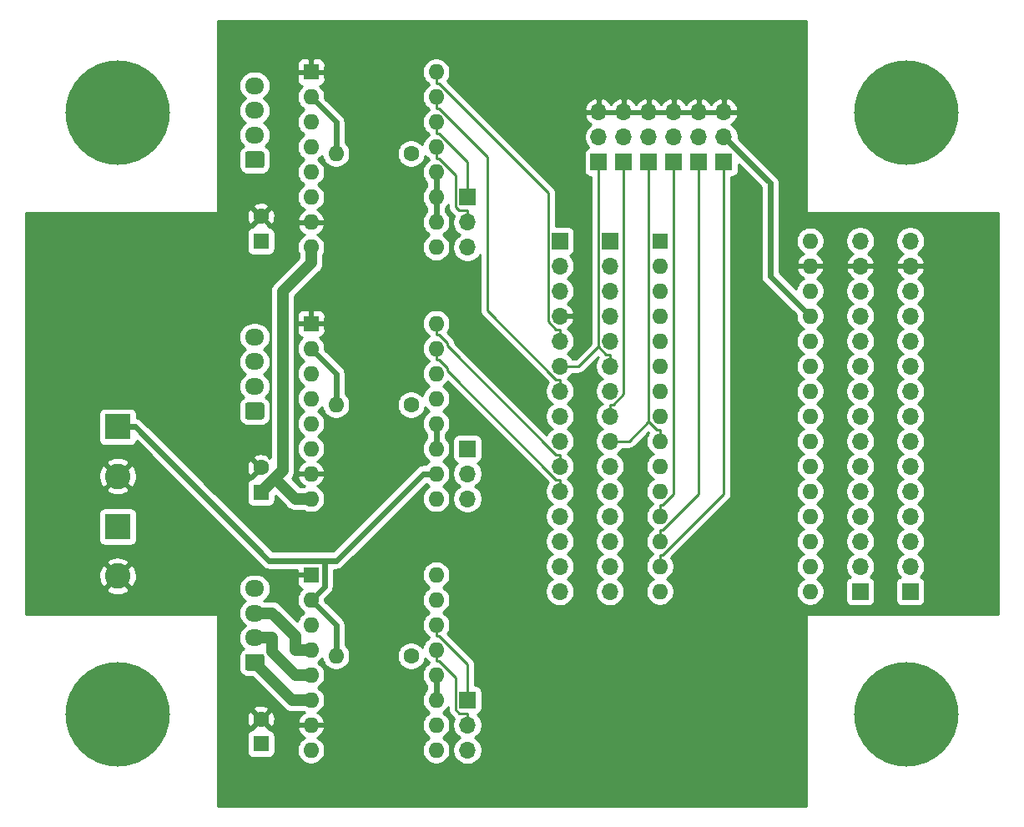
<source format=gbl>
G04 #@! TF.GenerationSoftware,KiCad,Pcbnew,5.1.10*
G04 #@! TF.CreationDate,2021-06-04T18:55:33-05:00*
G04 #@! TF.ProjectId,Multiboard,4d756c74-6962-46f6-9172-642e6b696361,rev?*
G04 #@! TF.SameCoordinates,Original*
G04 #@! TF.FileFunction,Copper,L2,Bot*
G04 #@! TF.FilePolarity,Positive*
%FSLAX46Y46*%
G04 Gerber Fmt 4.6, Leading zero omitted, Abs format (unit mm)*
G04 Created by KiCad (PCBNEW 5.1.10) date 2021-06-04 18:55:33*
%MOMM*%
%LPD*%
G01*
G04 APERTURE LIST*
G04 #@! TA.AperFunction,ComponentPad*
%ADD10R,2.600000X2.600000*%
G04 #@! TD*
G04 #@! TA.AperFunction,ComponentPad*
%ADD11C,2.600000*%
G04 #@! TD*
G04 #@! TA.AperFunction,ComponentPad*
%ADD12R,1.700000X1.700000*%
G04 #@! TD*
G04 #@! TA.AperFunction,ComponentPad*
%ADD13O,1.700000X1.700000*%
G04 #@! TD*
G04 #@! TA.AperFunction,ComponentPad*
%ADD14C,1.600000*%
G04 #@! TD*
G04 #@! TA.AperFunction,ComponentPad*
%ADD15R,1.600000X1.600000*%
G04 #@! TD*
G04 #@! TA.AperFunction,ComponentPad*
%ADD16O,1.950000X1.700000*%
G04 #@! TD*
G04 #@! TA.AperFunction,ComponentPad*
%ADD17O,1.600000X1.600000*%
G04 #@! TD*
G04 #@! TA.AperFunction,ComponentPad*
%ADD18C,0.900000*%
G04 #@! TD*
G04 #@! TA.AperFunction,ComponentPad*
%ADD19C,10.600000*%
G04 #@! TD*
G04 #@! TA.AperFunction,Conductor*
%ADD20C,0.250000*%
G04 #@! TD*
G04 #@! TA.AperFunction,Conductor*
%ADD21C,0.600000*%
G04 #@! TD*
G04 #@! TA.AperFunction,Conductor*
%ADD22C,1.200000*%
G04 #@! TD*
G04 #@! TA.AperFunction,Conductor*
%ADD23C,0.254000*%
G04 #@! TD*
G04 #@! TA.AperFunction,Conductor*
%ADD24C,0.100000*%
G04 #@! TD*
G04 APERTURE END LIST*
D10*
X120240000Y-107580000D03*
D11*
X120240000Y-112580000D03*
D10*
X120240000Y-97445000D03*
D11*
X120240000Y-102445000D03*
D12*
X171580000Y-70580000D03*
D13*
X171580000Y-68040000D03*
X171580000Y-65500000D03*
D12*
X169040000Y-70580000D03*
D13*
X169040000Y-68040000D03*
X169040000Y-65500000D03*
D12*
X176660000Y-70580000D03*
D13*
X176660000Y-68040000D03*
X176660000Y-65500000D03*
D12*
X179200000Y-70580000D03*
D13*
X179200000Y-68040000D03*
X179200000Y-65500000D03*
D12*
X181740000Y-70580000D03*
D13*
X181740000Y-68040000D03*
X181740000Y-65500000D03*
D12*
X174120000Y-70580000D03*
D13*
X174120000Y-68040000D03*
X174120000Y-65500000D03*
D14*
X134760000Y-127095000D03*
D15*
X134760000Y-129595000D03*
D16*
X134125000Y-113840000D03*
X134125000Y-116340000D03*
X134125000Y-118840000D03*
G04 #@! TA.AperFunction,ComponentPad*
G36*
G01*
X134850000Y-122190000D02*
X133400000Y-122190000D01*
G75*
G02*
X133150000Y-121940000I0J250000D01*
G01*
X133150000Y-120740000D01*
G75*
G02*
X133400000Y-120490000I250000J0D01*
G01*
X134850000Y-120490000D01*
G75*
G02*
X135100000Y-120740000I0J-250000D01*
G01*
X135100000Y-121940000D01*
G75*
G02*
X134850000Y-122190000I-250000J0D01*
G01*
G37*
G04 #@! TD.AperFunction*
D17*
X152540000Y-112450000D03*
X139840000Y-130230000D03*
X152540000Y-114990000D03*
X139840000Y-127690000D03*
X152540000Y-117530000D03*
X139840000Y-125150000D03*
X152540000Y-120070000D03*
X139840000Y-122610000D03*
X152540000Y-122610000D03*
X139840000Y-120070000D03*
X152540000Y-125150000D03*
X139840000Y-117530000D03*
X152540000Y-127690000D03*
X139840000Y-114990000D03*
X152540000Y-130230000D03*
D15*
X139840000Y-112450000D03*
D13*
X155715000Y-130230000D03*
X155715000Y-127690000D03*
D12*
X155715000Y-125150000D03*
D17*
X142380000Y-120705000D03*
D14*
X150000000Y-120705000D03*
X134760000Y-101595000D03*
D15*
X134760000Y-104095000D03*
D17*
X152540000Y-86950000D03*
X139840000Y-104730000D03*
X152540000Y-89490000D03*
X139840000Y-102190000D03*
X152540000Y-92030000D03*
X139840000Y-99650000D03*
X152540000Y-94570000D03*
X139840000Y-97110000D03*
X152540000Y-97110000D03*
X139840000Y-94570000D03*
X152540000Y-99650000D03*
X139840000Y-92030000D03*
X152540000Y-102190000D03*
X139840000Y-89490000D03*
X152540000Y-104730000D03*
D15*
X139840000Y-86950000D03*
D17*
X142380000Y-95205000D03*
D14*
X150000000Y-95205000D03*
D16*
X134125000Y-88340000D03*
X134125000Y-90840000D03*
X134125000Y-93340000D03*
G04 #@! TA.AperFunction,ComponentPad*
G36*
G01*
X134850000Y-96690000D02*
X133400000Y-96690000D01*
G75*
G02*
X133150000Y-96440000I0J250000D01*
G01*
X133150000Y-95240000D01*
G75*
G02*
X133400000Y-94990000I250000J0D01*
G01*
X134850000Y-94990000D01*
G75*
G02*
X135100000Y-95240000I0J-250000D01*
G01*
X135100000Y-96440000D01*
G75*
G02*
X134850000Y-96690000I-250000J0D01*
G01*
G37*
G04 #@! TD.AperFunction*
D13*
X155715000Y-104730000D03*
X155715000Y-102190000D03*
D12*
X155715000Y-99650000D03*
D18*
X203050749Y-123769251D03*
X200240000Y-122605000D03*
X197429251Y-123769251D03*
X196265000Y-126580000D03*
X197429251Y-129390749D03*
X200240000Y-130555000D03*
X203050749Y-129390749D03*
X204215000Y-126580000D03*
D19*
X200240000Y-126580000D03*
D18*
X123050749Y-123769251D03*
X120240000Y-122605000D03*
X117429251Y-123769251D03*
X116265000Y-126580000D03*
X117429251Y-129390749D03*
X120240000Y-130555000D03*
X123050749Y-129390749D03*
X124215000Y-126580000D03*
D19*
X120240000Y-126580000D03*
D18*
X203050749Y-62769251D03*
X200240000Y-61605000D03*
X197429251Y-62769251D03*
X196265000Y-65580000D03*
X197429251Y-68390749D03*
X200240000Y-69555000D03*
X203050749Y-68390749D03*
X204215000Y-65580000D03*
D19*
X200240000Y-65580000D03*
D18*
X123050749Y-62769251D03*
X120240000Y-61605000D03*
X117429251Y-62769251D03*
X116265000Y-65580000D03*
X117429251Y-68390749D03*
X120240000Y-69555000D03*
X123050749Y-68390749D03*
X124215000Y-65580000D03*
D19*
X120240000Y-65580000D03*
D15*
X134760000Y-78595000D03*
D14*
X134760000Y-76095000D03*
X150000000Y-69705000D03*
D17*
X142380000Y-69705000D03*
G04 #@! TA.AperFunction,ComponentPad*
G36*
G01*
X134850000Y-71190000D02*
X133400000Y-71190000D01*
G75*
G02*
X133150000Y-70940000I0J250000D01*
G01*
X133150000Y-69740000D01*
G75*
G02*
X133400000Y-69490000I250000J0D01*
G01*
X134850000Y-69490000D01*
G75*
G02*
X135100000Y-69740000I0J-250000D01*
G01*
X135100000Y-70940000D01*
G75*
G02*
X134850000Y-71190000I-250000J0D01*
G01*
G37*
G04 #@! TD.AperFunction*
D16*
X134125000Y-67840000D03*
X134125000Y-65340000D03*
X134125000Y-62840000D03*
D12*
X155715000Y-74150000D03*
D13*
X155715000Y-76690000D03*
X155715000Y-79230000D03*
D15*
X139840000Y-61450000D03*
D17*
X152540000Y-79230000D03*
X139840000Y-63990000D03*
X152540000Y-76690000D03*
X139840000Y-66530000D03*
X152540000Y-74150000D03*
X139840000Y-69070000D03*
X152540000Y-71610000D03*
X139840000Y-71610000D03*
X152540000Y-69070000D03*
X139840000Y-74150000D03*
X152540000Y-66530000D03*
X139840000Y-76690000D03*
X152540000Y-63990000D03*
X139840000Y-79230000D03*
X152540000Y-61450000D03*
X190480000Y-114140000D03*
X175240000Y-114140000D03*
X190480000Y-78580000D03*
X175240000Y-111600000D03*
X190480000Y-81120000D03*
X175240000Y-109060000D03*
X190480000Y-83660000D03*
X175240000Y-106520000D03*
X190480000Y-86200000D03*
X175240000Y-103980000D03*
X190480000Y-88740000D03*
X175240000Y-101440000D03*
X190480000Y-91280000D03*
X175240000Y-98900000D03*
X190480000Y-93820000D03*
X175240000Y-96360000D03*
X190480000Y-96360000D03*
X175240000Y-93820000D03*
X190480000Y-98900000D03*
X175240000Y-91280000D03*
X190480000Y-101440000D03*
X175240000Y-88740000D03*
X190480000Y-103980000D03*
X175240000Y-86200000D03*
X190480000Y-106520000D03*
X175240000Y-83660000D03*
X190480000Y-109060000D03*
X175240000Y-81120000D03*
X190480000Y-111600000D03*
D15*
X175240000Y-78580000D03*
D13*
X200640000Y-78580000D03*
X200640000Y-81120000D03*
X200640000Y-83660000D03*
X200640000Y-86200000D03*
X200640000Y-88740000D03*
X200640000Y-91280000D03*
X200640000Y-93820000D03*
X200640000Y-96360000D03*
X200640000Y-98900000D03*
X200640000Y-101440000D03*
X200640000Y-103980000D03*
X200640000Y-106520000D03*
X200640000Y-109060000D03*
X200640000Y-111600000D03*
D12*
X200640000Y-114140000D03*
D13*
X165080000Y-114140000D03*
X165080000Y-111600000D03*
X165080000Y-109060000D03*
X165080000Y-106520000D03*
X165080000Y-103980000D03*
X165080000Y-101440000D03*
X165080000Y-98900000D03*
X165080000Y-96360000D03*
X165080000Y-93820000D03*
X165080000Y-91280000D03*
X165080000Y-88740000D03*
X165080000Y-86200000D03*
X165080000Y-83660000D03*
X165080000Y-81120000D03*
D12*
X165080000Y-78580000D03*
D13*
X195560000Y-78580000D03*
X195560000Y-81120000D03*
X195560000Y-83660000D03*
X195560000Y-86200000D03*
X195560000Y-88740000D03*
X195560000Y-91280000D03*
X195560000Y-93820000D03*
X195560000Y-96360000D03*
X195560000Y-98900000D03*
X195560000Y-101440000D03*
X195560000Y-103980000D03*
X195560000Y-106520000D03*
X195560000Y-109060000D03*
X195560000Y-111600000D03*
D12*
X195560000Y-114140000D03*
D13*
X170160000Y-114140000D03*
X170160000Y-111600000D03*
X170160000Y-109060000D03*
X170160000Y-106520000D03*
X170160000Y-103980000D03*
X170160000Y-101440000D03*
X170160000Y-98900000D03*
X170160000Y-96360000D03*
X170160000Y-93820000D03*
X170160000Y-91280000D03*
X170160000Y-88740000D03*
X170160000Y-86200000D03*
X170160000Y-83660000D03*
X170160000Y-81120000D03*
D12*
X170160000Y-78580000D03*
D20*
X175240000Y-111600000D02*
X175240000Y-110474700D01*
X175240000Y-110474700D02*
X175521300Y-110474700D01*
X175521300Y-110474700D02*
X181740000Y-104256000D01*
X181740000Y-104256000D02*
X181740000Y-70580000D01*
X175240000Y-109060000D02*
X175240000Y-107934700D01*
X175240000Y-107934700D02*
X175521300Y-107934700D01*
X175521300Y-107934700D02*
X179200000Y-104256000D01*
X179200000Y-104256000D02*
X179200000Y-70580000D01*
X175240000Y-106520000D02*
X175240000Y-105394700D01*
X175240000Y-105394700D02*
X175521300Y-105394700D01*
X175521300Y-105394700D02*
X176660000Y-104256000D01*
X176660000Y-104256000D02*
X176660000Y-70580000D01*
X174114600Y-96930600D02*
X174114600Y-71760700D01*
X174114600Y-71760700D02*
X174120000Y-71755300D01*
X175240000Y-97774700D02*
X174958700Y-97774700D01*
X174958700Y-97774700D02*
X174114600Y-96930600D01*
X170160000Y-98900000D02*
X172145200Y-98900000D01*
X172145200Y-98900000D02*
X174114600Y-96930600D01*
X174120000Y-70580000D02*
X174120000Y-71755300D01*
X175240000Y-98900000D02*
X175240000Y-97774700D01*
X170160000Y-96360000D02*
X170160000Y-95184700D01*
X170160000Y-95184700D02*
X170527300Y-95184700D01*
X170527300Y-95184700D02*
X171580000Y-94132000D01*
X171580000Y-94132000D02*
X171580000Y-70580000D01*
X168984600Y-89296600D02*
X168984600Y-71810700D01*
X168984600Y-71810700D02*
X169040000Y-71755300D01*
X170160000Y-90104700D02*
X169792700Y-90104700D01*
X169792700Y-90104700D02*
X168984600Y-89296600D01*
X168984600Y-89296600D02*
X167001200Y-91280000D01*
X167001200Y-91280000D02*
X165080000Y-91280000D01*
X169040000Y-70580000D02*
X169040000Y-71755300D01*
X170160000Y-91280000D02*
X170160000Y-90104700D01*
D21*
X152540000Y-102190000D02*
X151239700Y-102190000D01*
X141194000Y-110998200D02*
X135593500Y-110998200D01*
X135593500Y-110998200D02*
X122040300Y-97445000D01*
X151239700Y-102190000D02*
X142431500Y-110998200D01*
X142431500Y-110998200D02*
X141194000Y-110998200D01*
X141194000Y-110998200D02*
X141194000Y-113636000D01*
X141194000Y-113636000D02*
X139840000Y-114990000D01*
X120240000Y-97445000D02*
X122040300Y-97445000D01*
X152540000Y-125150000D02*
X152540000Y-122610000D01*
X142380000Y-120705000D02*
X142380000Y-117530000D01*
X142380000Y-117530000D02*
X139840000Y-114990000D01*
X139840000Y-89490000D02*
X142380000Y-92030000D01*
X142380000Y-92030000D02*
X142380000Y-95205000D01*
X152540000Y-99650000D02*
X152540000Y-97110000D01*
X139840000Y-63990000D02*
X142380000Y-66530000D01*
X142380000Y-66530000D02*
X142380000Y-69705000D01*
X152540000Y-74150000D02*
X152540000Y-76690000D01*
X152540000Y-71610000D02*
X152540000Y-74150000D01*
X190480000Y-86200000D02*
X186415000Y-82135000D01*
X186415000Y-82135000D02*
X186415000Y-72715000D01*
X186415000Y-72715000D02*
X181740000Y-68040000D01*
D20*
X152540000Y-66530000D02*
X152540000Y-67655300D01*
X152540000Y-67655300D02*
X152821300Y-67655300D01*
X152821300Y-67655300D02*
X155715000Y-70549000D01*
X155715000Y-70549000D02*
X155715000Y-74150000D01*
X155715000Y-76690000D02*
X155715000Y-75514700D01*
X152540000Y-69070000D02*
X152540000Y-70195300D01*
X152540000Y-70195300D02*
X152821400Y-70195300D01*
X152821400Y-70195300D02*
X154539700Y-71913600D01*
X154539700Y-71913600D02*
X154539700Y-75147500D01*
X154539700Y-75147500D02*
X154906900Y-75514700D01*
X154906900Y-75514700D02*
X155715000Y-75514700D01*
D22*
X136182400Y-102672600D02*
X134760000Y-104095000D01*
X139840000Y-80830300D02*
X136982500Y-83687800D01*
X136982500Y-83687800D02*
X136982500Y-101872500D01*
X136982500Y-101872500D02*
X136182400Y-102672600D01*
X136182400Y-102672600D02*
X138239700Y-104730000D01*
X139840000Y-104730000D02*
X138239700Y-104730000D01*
X139840000Y-79230000D02*
X139840000Y-80830300D01*
D20*
X152540000Y-61450000D02*
X152540000Y-62575300D01*
X165080000Y-88740000D02*
X165080000Y-87564700D01*
X165080000Y-87564700D02*
X164712600Y-87564700D01*
X164712600Y-87564700D02*
X163904700Y-86756800D01*
X163904700Y-86756800D02*
X163904700Y-73658700D01*
X163904700Y-73658700D02*
X152821300Y-62575300D01*
X152821300Y-62575300D02*
X152540000Y-62575300D01*
X152540000Y-63990000D02*
X152540000Y-65115300D01*
X165080000Y-93820000D02*
X165080000Y-92644700D01*
X165080000Y-92644700D02*
X164712700Y-92644700D01*
X164712700Y-92644700D02*
X157742900Y-85674900D01*
X157742900Y-85674900D02*
X157742900Y-70036900D01*
X157742900Y-70036900D02*
X152821300Y-65115300D01*
X152821300Y-65115300D02*
X152540000Y-65115300D01*
X152540000Y-86950000D02*
X152540000Y-88075300D01*
X165080000Y-101440000D02*
X165080000Y-100264700D01*
X165080000Y-100264700D02*
X164712600Y-100264700D01*
X164712600Y-100264700D02*
X153665300Y-89217400D01*
X153665300Y-89217400D02*
X153665300Y-88919200D01*
X153665300Y-88919200D02*
X152821400Y-88075300D01*
X152821400Y-88075300D02*
X152540000Y-88075300D01*
X152540000Y-89490000D02*
X152540000Y-90615300D01*
X165080000Y-103980000D02*
X165080000Y-102804700D01*
X165080000Y-102804700D02*
X164712600Y-102804700D01*
X164712600Y-102804700D02*
X153665300Y-91757400D01*
X153665300Y-91757400D02*
X153665300Y-91459200D01*
X153665300Y-91459200D02*
X152821400Y-90615300D01*
X152821400Y-90615300D02*
X152540000Y-90615300D01*
X152540000Y-117530000D02*
X152540000Y-118655300D01*
X155715000Y-125150000D02*
X155715000Y-121549000D01*
X155715000Y-121549000D02*
X152821300Y-118655300D01*
X152821300Y-118655300D02*
X152540000Y-118655300D01*
D22*
X139840000Y-125150000D02*
X137935000Y-125150000D01*
X137935000Y-125150000D02*
X134125000Y-121340000D01*
D20*
X155715000Y-127690000D02*
X155715000Y-126514700D01*
X152540000Y-120070000D02*
X152540000Y-121195300D01*
X152540000Y-121195300D02*
X152821400Y-121195300D01*
X152821400Y-121195300D02*
X154539700Y-122913600D01*
X154539700Y-122913600D02*
X154539700Y-126147500D01*
X154539700Y-126147500D02*
X154906900Y-126514700D01*
X154906900Y-126514700D02*
X155715000Y-126514700D01*
D22*
X134125000Y-118840000D02*
X135900300Y-118840000D01*
X139840000Y-122610000D02*
X138239700Y-122610000D01*
X138239700Y-122610000D02*
X135900300Y-120270600D01*
X135900300Y-120270600D02*
X135900300Y-118840000D01*
X134125000Y-116340000D02*
X135900300Y-116340000D01*
X139840000Y-120070000D02*
X138239700Y-120070000D01*
X138239700Y-120070000D02*
X138239700Y-118679400D01*
X138239700Y-118679400D02*
X135900300Y-116340000D01*
D23*
X190113000Y-75580000D02*
X190115440Y-75604776D01*
X190122667Y-75628601D01*
X190134403Y-75650557D01*
X190150197Y-75669803D01*
X190169443Y-75685597D01*
X190191399Y-75697333D01*
X190215224Y-75704560D01*
X190240000Y-75707000D01*
X209580001Y-75707000D01*
X209580000Y-116453000D01*
X190240000Y-116453000D01*
X190215224Y-116455440D01*
X190191399Y-116462667D01*
X190169443Y-116474403D01*
X190150197Y-116490197D01*
X190134403Y-116509443D01*
X190122667Y-116531399D01*
X190115440Y-116555224D01*
X190113000Y-116580000D01*
X190113000Y-135920000D01*
X130367000Y-135920000D01*
X130367000Y-128795000D01*
X133321928Y-128795000D01*
X133321928Y-130395000D01*
X133334188Y-130519482D01*
X133370498Y-130639180D01*
X133429463Y-130749494D01*
X133508815Y-130846185D01*
X133605506Y-130925537D01*
X133715820Y-130984502D01*
X133835518Y-131020812D01*
X133960000Y-131033072D01*
X135560000Y-131033072D01*
X135684482Y-131020812D01*
X135804180Y-130984502D01*
X135914494Y-130925537D01*
X136011185Y-130846185D01*
X136090537Y-130749494D01*
X136149502Y-130639180D01*
X136185812Y-130519482D01*
X136198072Y-130395000D01*
X136198072Y-130088665D01*
X138405000Y-130088665D01*
X138405000Y-130371335D01*
X138460147Y-130648574D01*
X138568320Y-130909727D01*
X138725363Y-131144759D01*
X138925241Y-131344637D01*
X139160273Y-131501680D01*
X139421426Y-131609853D01*
X139698665Y-131665000D01*
X139981335Y-131665000D01*
X140258574Y-131609853D01*
X140519727Y-131501680D01*
X140754759Y-131344637D01*
X140954637Y-131144759D01*
X141111680Y-130909727D01*
X141219853Y-130648574D01*
X141275000Y-130371335D01*
X141275000Y-130088665D01*
X141219853Y-129811426D01*
X141111680Y-129550273D01*
X140954637Y-129315241D01*
X140754759Y-129115363D01*
X140519727Y-128958320D01*
X140509135Y-128953933D01*
X140695131Y-128842385D01*
X140903519Y-128653414D01*
X141071037Y-128427420D01*
X141191246Y-128173087D01*
X141231904Y-128039039D01*
X141109915Y-127817000D01*
X139967000Y-127817000D01*
X139967000Y-127837000D01*
X139713000Y-127837000D01*
X139713000Y-127817000D01*
X138570085Y-127817000D01*
X138448096Y-128039039D01*
X138488754Y-128173087D01*
X138608963Y-128427420D01*
X138776481Y-128653414D01*
X138984869Y-128842385D01*
X139170865Y-128953933D01*
X139160273Y-128958320D01*
X138925241Y-129115363D01*
X138725363Y-129315241D01*
X138568320Y-129550273D01*
X138460147Y-129811426D01*
X138405000Y-130088665D01*
X136198072Y-130088665D01*
X136198072Y-128795000D01*
X136185812Y-128670518D01*
X136149502Y-128550820D01*
X136090537Y-128440506D01*
X136011185Y-128343815D01*
X135914494Y-128264463D01*
X135804180Y-128205498D01*
X135684482Y-128169188D01*
X135560000Y-128156928D01*
X135552785Y-128156928D01*
X135573097Y-128087702D01*
X134760000Y-127274605D01*
X133946903Y-128087702D01*
X133967215Y-128156928D01*
X133960000Y-128156928D01*
X133835518Y-128169188D01*
X133715820Y-128205498D01*
X133605506Y-128264463D01*
X133508815Y-128343815D01*
X133429463Y-128440506D01*
X133370498Y-128550820D01*
X133334188Y-128670518D01*
X133321928Y-128795000D01*
X130367000Y-128795000D01*
X130367000Y-127165512D01*
X133319783Y-127165512D01*
X133361213Y-127445130D01*
X133456397Y-127711292D01*
X133523329Y-127836514D01*
X133767298Y-127908097D01*
X134580395Y-127095000D01*
X134939605Y-127095000D01*
X135752702Y-127908097D01*
X135996671Y-127836514D01*
X136117571Y-127581004D01*
X136186300Y-127306816D01*
X136200217Y-127024488D01*
X136158787Y-126744870D01*
X136063603Y-126478708D01*
X135996671Y-126353486D01*
X135752702Y-126281903D01*
X134939605Y-127095000D01*
X134580395Y-127095000D01*
X133767298Y-126281903D01*
X133523329Y-126353486D01*
X133402429Y-126608996D01*
X133333700Y-126883184D01*
X133319783Y-127165512D01*
X130367000Y-127165512D01*
X130367000Y-126102298D01*
X133946903Y-126102298D01*
X134760000Y-126915395D01*
X135573097Y-126102298D01*
X135501514Y-125858329D01*
X135246004Y-125737429D01*
X134971816Y-125668700D01*
X134689488Y-125654783D01*
X134409870Y-125696213D01*
X134143708Y-125791397D01*
X134018486Y-125858329D01*
X133946903Y-126102298D01*
X130367000Y-126102298D01*
X130367000Y-116580000D01*
X130364560Y-116555224D01*
X130357333Y-116531399D01*
X130345597Y-116509443D01*
X130329803Y-116490197D01*
X130310557Y-116474403D01*
X130288601Y-116462667D01*
X130264776Y-116455440D01*
X130240000Y-116453000D01*
X110900000Y-116453000D01*
X110900000Y-113929224D01*
X119070381Y-113929224D01*
X119202317Y-114224312D01*
X119543045Y-114395159D01*
X119910557Y-114496250D01*
X120290729Y-114523701D01*
X120668951Y-114476457D01*
X121030690Y-114356333D01*
X121277683Y-114224312D01*
X121409619Y-113929224D01*
X120240000Y-112759605D01*
X119070381Y-113929224D01*
X110900000Y-113929224D01*
X110900000Y-112630729D01*
X118296299Y-112630729D01*
X118343543Y-113008951D01*
X118463667Y-113370690D01*
X118595688Y-113617683D01*
X118890776Y-113749619D01*
X120060395Y-112580000D01*
X120419605Y-112580000D01*
X121589224Y-113749619D01*
X121884312Y-113617683D01*
X122055159Y-113276955D01*
X122156250Y-112909443D01*
X122183701Y-112529271D01*
X122136457Y-112151049D01*
X122016333Y-111789310D01*
X121884312Y-111542317D01*
X121589224Y-111410381D01*
X120419605Y-112580000D01*
X120060395Y-112580000D01*
X118890776Y-111410381D01*
X118595688Y-111542317D01*
X118424841Y-111883045D01*
X118323750Y-112250557D01*
X118296299Y-112630729D01*
X110900000Y-112630729D01*
X110900000Y-111230776D01*
X119070381Y-111230776D01*
X120240000Y-112400395D01*
X121409619Y-111230776D01*
X121277683Y-110935688D01*
X120936955Y-110764841D01*
X120569443Y-110663750D01*
X120189271Y-110636299D01*
X119811049Y-110683543D01*
X119449310Y-110803667D01*
X119202317Y-110935688D01*
X119070381Y-111230776D01*
X110900000Y-111230776D01*
X110900000Y-106280000D01*
X118301928Y-106280000D01*
X118301928Y-108880000D01*
X118314188Y-109004482D01*
X118350498Y-109124180D01*
X118409463Y-109234494D01*
X118488815Y-109331185D01*
X118585506Y-109410537D01*
X118695820Y-109469502D01*
X118815518Y-109505812D01*
X118940000Y-109518072D01*
X121540000Y-109518072D01*
X121664482Y-109505812D01*
X121784180Y-109469502D01*
X121894494Y-109410537D01*
X121991185Y-109331185D01*
X122070537Y-109234494D01*
X122129502Y-109124180D01*
X122165812Y-109004482D01*
X122178072Y-108880000D01*
X122178072Y-106280000D01*
X122165812Y-106155518D01*
X122129502Y-106035820D01*
X122070537Y-105925506D01*
X121991185Y-105828815D01*
X121894494Y-105749463D01*
X121784180Y-105690498D01*
X121664482Y-105654188D01*
X121540000Y-105641928D01*
X118940000Y-105641928D01*
X118815518Y-105654188D01*
X118695820Y-105690498D01*
X118585506Y-105749463D01*
X118488815Y-105828815D01*
X118409463Y-105925506D01*
X118350498Y-106035820D01*
X118314188Y-106155518D01*
X118301928Y-106280000D01*
X110900000Y-106280000D01*
X110900000Y-103794224D01*
X119070381Y-103794224D01*
X119202317Y-104089312D01*
X119543045Y-104260159D01*
X119910557Y-104361250D01*
X120290729Y-104388701D01*
X120668951Y-104341457D01*
X121030690Y-104221333D01*
X121277683Y-104089312D01*
X121409619Y-103794224D01*
X120240000Y-102624605D01*
X119070381Y-103794224D01*
X110900000Y-103794224D01*
X110900000Y-102495729D01*
X118296299Y-102495729D01*
X118343543Y-102873951D01*
X118463667Y-103235690D01*
X118595688Y-103482683D01*
X118890776Y-103614619D01*
X120060395Y-102445000D01*
X120419605Y-102445000D01*
X121589224Y-103614619D01*
X121884312Y-103482683D01*
X122055159Y-103141955D01*
X122156250Y-102774443D01*
X122183701Y-102394271D01*
X122136457Y-102016049D01*
X122016333Y-101654310D01*
X121884312Y-101407317D01*
X121589224Y-101275381D01*
X120419605Y-102445000D01*
X120060395Y-102445000D01*
X118890776Y-101275381D01*
X118595688Y-101407317D01*
X118424841Y-101748045D01*
X118323750Y-102115557D01*
X118296299Y-102495729D01*
X110900000Y-102495729D01*
X110900000Y-101095776D01*
X119070381Y-101095776D01*
X120240000Y-102265395D01*
X121409619Y-101095776D01*
X121277683Y-100800688D01*
X120936955Y-100629841D01*
X120569443Y-100528750D01*
X120189271Y-100501299D01*
X119811049Y-100548543D01*
X119449310Y-100668667D01*
X119202317Y-100800688D01*
X119070381Y-101095776D01*
X110900000Y-101095776D01*
X110900000Y-96145000D01*
X118301928Y-96145000D01*
X118301928Y-98745000D01*
X118314188Y-98869482D01*
X118350498Y-98989180D01*
X118409463Y-99099494D01*
X118488815Y-99196185D01*
X118585506Y-99275537D01*
X118695820Y-99334502D01*
X118815518Y-99370812D01*
X118940000Y-99383072D01*
X121540000Y-99383072D01*
X121664482Y-99370812D01*
X121784180Y-99334502D01*
X121894494Y-99275537D01*
X121991185Y-99196185D01*
X122070537Y-99099494D01*
X122129502Y-98989180D01*
X122160385Y-98887374D01*
X134899875Y-111626865D01*
X134929156Y-111662544D01*
X135071528Y-111779386D01*
X135233960Y-111866207D01*
X135319803Y-111892247D01*
X135410207Y-111919671D01*
X135593499Y-111937724D01*
X135639431Y-111933200D01*
X138403620Y-111933200D01*
X138405000Y-112164250D01*
X138563750Y-112323000D01*
X139713000Y-112323000D01*
X139713000Y-112303000D01*
X139967000Y-112303000D01*
X139967000Y-112323000D01*
X139987000Y-112323000D01*
X139987000Y-112577000D01*
X139967000Y-112577000D01*
X139967000Y-112597000D01*
X139713000Y-112597000D01*
X139713000Y-112577000D01*
X138563750Y-112577000D01*
X138405000Y-112735750D01*
X138401928Y-113250000D01*
X138414188Y-113374482D01*
X138450498Y-113494180D01*
X138509463Y-113604494D01*
X138588815Y-113701185D01*
X138685506Y-113780537D01*
X138795820Y-113839502D01*
X138915518Y-113875812D01*
X138923961Y-113876643D01*
X138725363Y-114075241D01*
X138568320Y-114310273D01*
X138460147Y-114571426D01*
X138405000Y-114848665D01*
X138405000Y-115131335D01*
X138460147Y-115408574D01*
X138568320Y-115669727D01*
X138725363Y-115904759D01*
X138925241Y-116104637D01*
X139157759Y-116260000D01*
X138925241Y-116415363D01*
X138725363Y-116615241D01*
X138568320Y-116850273D01*
X138460147Y-117111426D01*
X138453201Y-117146347D01*
X136816478Y-115509625D01*
X136777802Y-115462498D01*
X136589749Y-115308167D01*
X136375201Y-115193489D01*
X136142402Y-115122870D01*
X135960965Y-115105000D01*
X135900300Y-115099025D01*
X135839635Y-115105000D01*
X135085967Y-115105000D01*
X135079014Y-115099294D01*
X135061626Y-115090000D01*
X135079014Y-115080706D01*
X135305134Y-114895134D01*
X135490706Y-114669014D01*
X135628599Y-114411034D01*
X135713513Y-114131111D01*
X135742185Y-113840000D01*
X135713513Y-113548889D01*
X135628599Y-113268966D01*
X135490706Y-113010986D01*
X135305134Y-112784866D01*
X135079014Y-112599294D01*
X134821034Y-112461401D01*
X134541111Y-112376487D01*
X134322950Y-112355000D01*
X133927050Y-112355000D01*
X133708889Y-112376487D01*
X133428966Y-112461401D01*
X133170986Y-112599294D01*
X132944866Y-112784866D01*
X132759294Y-113010986D01*
X132621401Y-113268966D01*
X132536487Y-113548889D01*
X132507815Y-113840000D01*
X132536487Y-114131111D01*
X132621401Y-114411034D01*
X132759294Y-114669014D01*
X132944866Y-114895134D01*
X133170986Y-115080706D01*
X133188374Y-115090000D01*
X133170986Y-115099294D01*
X132944866Y-115284866D01*
X132759294Y-115510986D01*
X132621401Y-115768966D01*
X132536487Y-116048889D01*
X132507815Y-116340000D01*
X132536487Y-116631111D01*
X132621401Y-116911034D01*
X132759294Y-117169014D01*
X132944866Y-117395134D01*
X133170986Y-117580706D01*
X133188374Y-117590000D01*
X133170986Y-117599294D01*
X132944866Y-117784866D01*
X132759294Y-118010986D01*
X132621401Y-118268966D01*
X132536487Y-118548889D01*
X132507815Y-118840000D01*
X132536487Y-119131111D01*
X132621401Y-119411034D01*
X132759294Y-119669014D01*
X132944866Y-119895134D01*
X133008337Y-119947223D01*
X132906614Y-120001595D01*
X132772038Y-120112038D01*
X132661595Y-120246614D01*
X132579528Y-120400150D01*
X132528992Y-120566746D01*
X132511928Y-120740000D01*
X132511928Y-121940000D01*
X132528992Y-122113254D01*
X132579528Y-122279850D01*
X132661595Y-122433386D01*
X132772038Y-122567962D01*
X132906614Y-122678405D01*
X133060150Y-122760472D01*
X133226746Y-122811008D01*
X133400000Y-122828072D01*
X133866519Y-122828072D01*
X137018826Y-125980380D01*
X137057498Y-126027502D01*
X137245551Y-126181833D01*
X137460099Y-126296511D01*
X137647920Y-126353486D01*
X137692898Y-126367130D01*
X137935000Y-126390975D01*
X137995665Y-126385000D01*
X139105377Y-126385000D01*
X139160273Y-126421680D01*
X139170865Y-126426067D01*
X138984869Y-126537615D01*
X138776481Y-126726586D01*
X138608963Y-126952580D01*
X138488754Y-127206913D01*
X138448096Y-127340961D01*
X138570085Y-127563000D01*
X139713000Y-127563000D01*
X139713000Y-127543000D01*
X139967000Y-127543000D01*
X139967000Y-127563000D01*
X141109915Y-127563000D01*
X141231904Y-127340961D01*
X141191246Y-127206913D01*
X141071037Y-126952580D01*
X140903519Y-126726586D01*
X140695131Y-126537615D01*
X140509135Y-126426067D01*
X140519727Y-126421680D01*
X140754759Y-126264637D01*
X140954637Y-126064759D01*
X141111680Y-125829727D01*
X141219853Y-125568574D01*
X141275000Y-125291335D01*
X141275000Y-125008665D01*
X141219853Y-124731426D01*
X141111680Y-124470273D01*
X140954637Y-124235241D01*
X140754759Y-124035363D01*
X140522241Y-123880000D01*
X140754759Y-123724637D01*
X140954637Y-123524759D01*
X141111680Y-123289727D01*
X141219853Y-123028574D01*
X141275000Y-122751335D01*
X141275000Y-122468665D01*
X141219853Y-122191426D01*
X141111680Y-121930273D01*
X140954637Y-121695241D01*
X140754759Y-121495363D01*
X140522241Y-121340000D01*
X140754759Y-121184637D01*
X140954637Y-120984759D01*
X140968429Y-120964118D01*
X141000147Y-121123574D01*
X141108320Y-121384727D01*
X141265363Y-121619759D01*
X141465241Y-121819637D01*
X141700273Y-121976680D01*
X141961426Y-122084853D01*
X142238665Y-122140000D01*
X142521335Y-122140000D01*
X142798574Y-122084853D01*
X143059727Y-121976680D01*
X143294759Y-121819637D01*
X143494637Y-121619759D01*
X143651680Y-121384727D01*
X143759853Y-121123574D01*
X143815000Y-120846335D01*
X143815000Y-120563665D01*
X148565000Y-120563665D01*
X148565000Y-120846335D01*
X148620147Y-121123574D01*
X148728320Y-121384727D01*
X148885363Y-121619759D01*
X149085241Y-121819637D01*
X149320273Y-121976680D01*
X149581426Y-122084853D01*
X149858665Y-122140000D01*
X150141335Y-122140000D01*
X150418574Y-122084853D01*
X150679727Y-121976680D01*
X150914759Y-121819637D01*
X151114637Y-121619759D01*
X151271680Y-121384727D01*
X151379853Y-121123574D01*
X151411571Y-120964118D01*
X151425363Y-120984759D01*
X151625241Y-121184637D01*
X151785842Y-121291947D01*
X151790997Y-121344286D01*
X151801167Y-121377813D01*
X151625241Y-121495363D01*
X151425363Y-121695241D01*
X151268320Y-121930273D01*
X151160147Y-122191426D01*
X151105000Y-122468665D01*
X151105000Y-122751335D01*
X151160147Y-123028574D01*
X151268320Y-123289727D01*
X151425363Y-123524759D01*
X151605001Y-123704397D01*
X151605000Y-124055604D01*
X151425363Y-124235241D01*
X151268320Y-124470273D01*
X151160147Y-124731426D01*
X151105000Y-125008665D01*
X151105000Y-125291335D01*
X151160147Y-125568574D01*
X151268320Y-125829727D01*
X151425363Y-126064759D01*
X151625241Y-126264637D01*
X151857759Y-126420000D01*
X151625241Y-126575363D01*
X151425363Y-126775241D01*
X151268320Y-127010273D01*
X151160147Y-127271426D01*
X151105000Y-127548665D01*
X151105000Y-127831335D01*
X151160147Y-128108574D01*
X151268320Y-128369727D01*
X151425363Y-128604759D01*
X151625241Y-128804637D01*
X151857759Y-128960000D01*
X151625241Y-129115363D01*
X151425363Y-129315241D01*
X151268320Y-129550273D01*
X151160147Y-129811426D01*
X151105000Y-130088665D01*
X151105000Y-130371335D01*
X151160147Y-130648574D01*
X151268320Y-130909727D01*
X151425363Y-131144759D01*
X151625241Y-131344637D01*
X151860273Y-131501680D01*
X152121426Y-131609853D01*
X152398665Y-131665000D01*
X152681335Y-131665000D01*
X152958574Y-131609853D01*
X153219727Y-131501680D01*
X153454759Y-131344637D01*
X153654637Y-131144759D01*
X153811680Y-130909727D01*
X153919853Y-130648574D01*
X153975000Y-130371335D01*
X153975000Y-130088665D01*
X153919853Y-129811426D01*
X153811680Y-129550273D01*
X153654637Y-129315241D01*
X153454759Y-129115363D01*
X153222241Y-128960000D01*
X153454759Y-128804637D01*
X153654637Y-128604759D01*
X153811680Y-128369727D01*
X153919853Y-128108574D01*
X153975000Y-127831335D01*
X153975000Y-127548665D01*
X153919853Y-127271426D01*
X153811680Y-127010273D01*
X153654637Y-126775241D01*
X153454759Y-126575363D01*
X153222241Y-126420000D01*
X153454759Y-126264637D01*
X153654637Y-126064759D01*
X153779701Y-125877587D01*
X153779701Y-126110168D01*
X153776024Y-126147500D01*
X153790698Y-126296485D01*
X153834154Y-126439746D01*
X153904726Y-126571776D01*
X153975901Y-126658502D01*
X153999700Y-126687501D01*
X154028698Y-126711299D01*
X154343096Y-127025697D01*
X154366899Y-127054701D01*
X154369808Y-127057089D01*
X154287068Y-127256842D01*
X154230000Y-127543740D01*
X154230000Y-127836260D01*
X154287068Y-128123158D01*
X154399010Y-128393411D01*
X154561525Y-128636632D01*
X154768368Y-128843475D01*
X154942760Y-128960000D01*
X154768368Y-129076525D01*
X154561525Y-129283368D01*
X154399010Y-129526589D01*
X154287068Y-129796842D01*
X154230000Y-130083740D01*
X154230000Y-130376260D01*
X154287068Y-130663158D01*
X154399010Y-130933411D01*
X154561525Y-131176632D01*
X154768368Y-131383475D01*
X155011589Y-131545990D01*
X155281842Y-131657932D01*
X155568740Y-131715000D01*
X155861260Y-131715000D01*
X156148158Y-131657932D01*
X156418411Y-131545990D01*
X156661632Y-131383475D01*
X156868475Y-131176632D01*
X157030990Y-130933411D01*
X157142932Y-130663158D01*
X157200000Y-130376260D01*
X157200000Y-130083740D01*
X157142932Y-129796842D01*
X157030990Y-129526589D01*
X156868475Y-129283368D01*
X156661632Y-129076525D01*
X156487240Y-128960000D01*
X156661632Y-128843475D01*
X156868475Y-128636632D01*
X157030990Y-128393411D01*
X157142932Y-128123158D01*
X157200000Y-127836260D01*
X157200000Y-127543740D01*
X157142932Y-127256842D01*
X157030990Y-126986589D01*
X156868475Y-126743368D01*
X156736620Y-126611513D01*
X156809180Y-126589502D01*
X156919494Y-126530537D01*
X157016185Y-126451185D01*
X157095537Y-126354494D01*
X157154502Y-126244180D01*
X157190812Y-126124482D01*
X157203072Y-126000000D01*
X157203072Y-124300000D01*
X157190812Y-124175518D01*
X157154502Y-124055820D01*
X157095537Y-123945506D01*
X157016185Y-123848815D01*
X156919494Y-123769463D01*
X156809180Y-123710498D01*
X156689482Y-123674188D01*
X156565000Y-123661928D01*
X156475000Y-123661928D01*
X156475000Y-121586325D01*
X156478676Y-121549000D01*
X156475000Y-121511675D01*
X156475000Y-121511667D01*
X156464003Y-121400014D01*
X156420546Y-121256753D01*
X156349974Y-121124724D01*
X156255001Y-121008999D01*
X156226003Y-120985201D01*
X153667023Y-118426222D01*
X153811680Y-118209727D01*
X153919853Y-117948574D01*
X153975000Y-117671335D01*
X153975000Y-117388665D01*
X153919853Y-117111426D01*
X153811680Y-116850273D01*
X153654637Y-116615241D01*
X153454759Y-116415363D01*
X153222241Y-116260000D01*
X153454759Y-116104637D01*
X153654637Y-115904759D01*
X153811680Y-115669727D01*
X153919853Y-115408574D01*
X153975000Y-115131335D01*
X153975000Y-114848665D01*
X153919853Y-114571426D01*
X153811680Y-114310273D01*
X153654637Y-114075241D01*
X153454759Y-113875363D01*
X153222241Y-113720000D01*
X153454759Y-113564637D01*
X153654637Y-113364759D01*
X153811680Y-113129727D01*
X153919853Y-112868574D01*
X153975000Y-112591335D01*
X153975000Y-112308665D01*
X153919853Y-112031426D01*
X153811680Y-111770273D01*
X153654637Y-111535241D01*
X153454759Y-111335363D01*
X153219727Y-111178320D01*
X152958574Y-111070147D01*
X152681335Y-111015000D01*
X152398665Y-111015000D01*
X152121426Y-111070147D01*
X151860273Y-111178320D01*
X151625241Y-111335363D01*
X151425363Y-111535241D01*
X151268320Y-111770273D01*
X151160147Y-112031426D01*
X151105000Y-112308665D01*
X151105000Y-112591335D01*
X151160147Y-112868574D01*
X151268320Y-113129727D01*
X151425363Y-113364759D01*
X151625241Y-113564637D01*
X151857759Y-113720000D01*
X151625241Y-113875363D01*
X151425363Y-114075241D01*
X151268320Y-114310273D01*
X151160147Y-114571426D01*
X151105000Y-114848665D01*
X151105000Y-115131335D01*
X151160147Y-115408574D01*
X151268320Y-115669727D01*
X151425363Y-115904759D01*
X151625241Y-116104637D01*
X151857759Y-116260000D01*
X151625241Y-116415363D01*
X151425363Y-116615241D01*
X151268320Y-116850273D01*
X151160147Y-117111426D01*
X151105000Y-117388665D01*
X151105000Y-117671335D01*
X151160147Y-117948574D01*
X151268320Y-118209727D01*
X151425363Y-118444759D01*
X151625241Y-118644637D01*
X151785842Y-118751947D01*
X151790997Y-118804286D01*
X151801167Y-118837813D01*
X151625241Y-118955363D01*
X151425363Y-119155241D01*
X151268320Y-119390273D01*
X151160147Y-119651426D01*
X151128429Y-119810882D01*
X151114637Y-119790241D01*
X150914759Y-119590363D01*
X150679727Y-119433320D01*
X150418574Y-119325147D01*
X150141335Y-119270000D01*
X149858665Y-119270000D01*
X149581426Y-119325147D01*
X149320273Y-119433320D01*
X149085241Y-119590363D01*
X148885363Y-119790241D01*
X148728320Y-120025273D01*
X148620147Y-120286426D01*
X148565000Y-120563665D01*
X143815000Y-120563665D01*
X143759853Y-120286426D01*
X143651680Y-120025273D01*
X143494637Y-119790241D01*
X143315000Y-119610604D01*
X143315000Y-117575924D01*
X143319523Y-117529999D01*
X143315000Y-117484074D01*
X143315000Y-117484068D01*
X143301471Y-117346708D01*
X143248007Y-117170460D01*
X143161186Y-117008028D01*
X143044344Y-116865656D01*
X143008664Y-116836374D01*
X141275000Y-115102711D01*
X141275000Y-114877290D01*
X141822664Y-114329626D01*
X141858344Y-114300344D01*
X141975186Y-114157972D01*
X142062007Y-113995540D01*
X142099253Y-113872757D01*
X142115471Y-113819293D01*
X142133524Y-113636001D01*
X142129000Y-113590069D01*
X142129000Y-111933200D01*
X142385568Y-111933200D01*
X142431500Y-111937724D01*
X142477432Y-111933200D01*
X142614792Y-111919671D01*
X142791040Y-111866207D01*
X142953472Y-111779386D01*
X143095844Y-111662544D01*
X143125130Y-111626859D01*
X151536297Y-103215693D01*
X151625241Y-103304637D01*
X151857759Y-103460000D01*
X151625241Y-103615363D01*
X151425363Y-103815241D01*
X151268320Y-104050273D01*
X151160147Y-104311426D01*
X151105000Y-104588665D01*
X151105000Y-104871335D01*
X151160147Y-105148574D01*
X151268320Y-105409727D01*
X151425363Y-105644759D01*
X151625241Y-105844637D01*
X151860273Y-106001680D01*
X152121426Y-106109853D01*
X152398665Y-106165000D01*
X152681335Y-106165000D01*
X152958574Y-106109853D01*
X153219727Y-106001680D01*
X153454759Y-105844637D01*
X153654637Y-105644759D01*
X153811680Y-105409727D01*
X153919853Y-105148574D01*
X153975000Y-104871335D01*
X153975000Y-104588665D01*
X153919853Y-104311426D01*
X153811680Y-104050273D01*
X153654637Y-103815241D01*
X153454759Y-103615363D01*
X153222241Y-103460000D01*
X153454759Y-103304637D01*
X153654637Y-103104759D01*
X153811680Y-102869727D01*
X153919853Y-102608574D01*
X153975000Y-102331335D01*
X153975000Y-102048665D01*
X153919853Y-101771426D01*
X153811680Y-101510273D01*
X153654637Y-101275241D01*
X153454759Y-101075363D01*
X153222241Y-100920000D01*
X153454759Y-100764637D01*
X153654637Y-100564759D01*
X153811680Y-100329727D01*
X153919853Y-100068574D01*
X153975000Y-99791335D01*
X153975000Y-99508665D01*
X153919853Y-99231426D01*
X153811680Y-98970273D01*
X153697908Y-98800000D01*
X154226928Y-98800000D01*
X154226928Y-100500000D01*
X154239188Y-100624482D01*
X154275498Y-100744180D01*
X154334463Y-100854494D01*
X154413815Y-100951185D01*
X154510506Y-101030537D01*
X154620820Y-101089502D01*
X154693380Y-101111513D01*
X154561525Y-101243368D01*
X154399010Y-101486589D01*
X154287068Y-101756842D01*
X154230000Y-102043740D01*
X154230000Y-102336260D01*
X154287068Y-102623158D01*
X154399010Y-102893411D01*
X154561525Y-103136632D01*
X154768368Y-103343475D01*
X154942760Y-103460000D01*
X154768368Y-103576525D01*
X154561525Y-103783368D01*
X154399010Y-104026589D01*
X154287068Y-104296842D01*
X154230000Y-104583740D01*
X154230000Y-104876260D01*
X154287068Y-105163158D01*
X154399010Y-105433411D01*
X154561525Y-105676632D01*
X154768368Y-105883475D01*
X155011589Y-106045990D01*
X155281842Y-106157932D01*
X155568740Y-106215000D01*
X155861260Y-106215000D01*
X156148158Y-106157932D01*
X156418411Y-106045990D01*
X156661632Y-105883475D01*
X156868475Y-105676632D01*
X157030990Y-105433411D01*
X157142932Y-105163158D01*
X157200000Y-104876260D01*
X157200000Y-104583740D01*
X157142932Y-104296842D01*
X157030990Y-104026589D01*
X156868475Y-103783368D01*
X156661632Y-103576525D01*
X156487240Y-103460000D01*
X156661632Y-103343475D01*
X156868475Y-103136632D01*
X157030990Y-102893411D01*
X157142932Y-102623158D01*
X157200000Y-102336260D01*
X157200000Y-102043740D01*
X157142932Y-101756842D01*
X157030990Y-101486589D01*
X156868475Y-101243368D01*
X156736620Y-101111513D01*
X156809180Y-101089502D01*
X156919494Y-101030537D01*
X157016185Y-100951185D01*
X157095537Y-100854494D01*
X157154502Y-100744180D01*
X157190812Y-100624482D01*
X157203072Y-100500000D01*
X157203072Y-98800000D01*
X157190812Y-98675518D01*
X157154502Y-98555820D01*
X157095537Y-98445506D01*
X157016185Y-98348815D01*
X156919494Y-98269463D01*
X156809180Y-98210498D01*
X156689482Y-98174188D01*
X156565000Y-98161928D01*
X154865000Y-98161928D01*
X154740518Y-98174188D01*
X154620820Y-98210498D01*
X154510506Y-98269463D01*
X154413815Y-98348815D01*
X154334463Y-98445506D01*
X154275498Y-98555820D01*
X154239188Y-98675518D01*
X154226928Y-98800000D01*
X153697908Y-98800000D01*
X153654637Y-98735241D01*
X153475000Y-98555604D01*
X153475000Y-98204396D01*
X153654637Y-98024759D01*
X153811680Y-97789727D01*
X153919853Y-97528574D01*
X153975000Y-97251335D01*
X153975000Y-96968665D01*
X153919853Y-96691426D01*
X153811680Y-96430273D01*
X153654637Y-96195241D01*
X153454759Y-95995363D01*
X153222241Y-95840000D01*
X153454759Y-95684637D01*
X153654637Y-95484759D01*
X153811680Y-95249727D01*
X153919853Y-94988574D01*
X153975000Y-94711335D01*
X153975000Y-94428665D01*
X153919853Y-94151426D01*
X153811680Y-93890273D01*
X153654637Y-93655241D01*
X153454759Y-93455363D01*
X153222241Y-93300000D01*
X153454759Y-93144637D01*
X153654637Y-92944759D01*
X153703992Y-92870893D01*
X163902468Y-103069371D01*
X163764010Y-103276589D01*
X163652068Y-103546842D01*
X163595000Y-103833740D01*
X163595000Y-104126260D01*
X163652068Y-104413158D01*
X163764010Y-104683411D01*
X163926525Y-104926632D01*
X164133368Y-105133475D01*
X164307760Y-105250000D01*
X164133368Y-105366525D01*
X163926525Y-105573368D01*
X163764010Y-105816589D01*
X163652068Y-106086842D01*
X163595000Y-106373740D01*
X163595000Y-106666260D01*
X163652068Y-106953158D01*
X163764010Y-107223411D01*
X163926525Y-107466632D01*
X164133368Y-107673475D01*
X164307760Y-107790000D01*
X164133368Y-107906525D01*
X163926525Y-108113368D01*
X163764010Y-108356589D01*
X163652068Y-108626842D01*
X163595000Y-108913740D01*
X163595000Y-109206260D01*
X163652068Y-109493158D01*
X163764010Y-109763411D01*
X163926525Y-110006632D01*
X164133368Y-110213475D01*
X164307760Y-110330000D01*
X164133368Y-110446525D01*
X163926525Y-110653368D01*
X163764010Y-110896589D01*
X163652068Y-111166842D01*
X163595000Y-111453740D01*
X163595000Y-111746260D01*
X163652068Y-112033158D01*
X163764010Y-112303411D01*
X163926525Y-112546632D01*
X164133368Y-112753475D01*
X164307760Y-112870000D01*
X164133368Y-112986525D01*
X163926525Y-113193368D01*
X163764010Y-113436589D01*
X163652068Y-113706842D01*
X163595000Y-113993740D01*
X163595000Y-114286260D01*
X163652068Y-114573158D01*
X163764010Y-114843411D01*
X163926525Y-115086632D01*
X164133368Y-115293475D01*
X164376589Y-115455990D01*
X164646842Y-115567932D01*
X164933740Y-115625000D01*
X165226260Y-115625000D01*
X165513158Y-115567932D01*
X165783411Y-115455990D01*
X166026632Y-115293475D01*
X166233475Y-115086632D01*
X166395990Y-114843411D01*
X166507932Y-114573158D01*
X166565000Y-114286260D01*
X166565000Y-113993740D01*
X166507932Y-113706842D01*
X166395990Y-113436589D01*
X166233475Y-113193368D01*
X166026632Y-112986525D01*
X165852240Y-112870000D01*
X166026632Y-112753475D01*
X166233475Y-112546632D01*
X166395990Y-112303411D01*
X166507932Y-112033158D01*
X166565000Y-111746260D01*
X166565000Y-111453740D01*
X166507932Y-111166842D01*
X166395990Y-110896589D01*
X166233475Y-110653368D01*
X166026632Y-110446525D01*
X165852240Y-110330000D01*
X166026632Y-110213475D01*
X166233475Y-110006632D01*
X166395990Y-109763411D01*
X166507932Y-109493158D01*
X166565000Y-109206260D01*
X166565000Y-108913740D01*
X166507932Y-108626842D01*
X166395990Y-108356589D01*
X166233475Y-108113368D01*
X166026632Y-107906525D01*
X165852240Y-107790000D01*
X166026632Y-107673475D01*
X166233475Y-107466632D01*
X166395990Y-107223411D01*
X166507932Y-106953158D01*
X166565000Y-106666260D01*
X166565000Y-106373740D01*
X166507932Y-106086842D01*
X166395990Y-105816589D01*
X166233475Y-105573368D01*
X166026632Y-105366525D01*
X165852240Y-105250000D01*
X166026632Y-105133475D01*
X166233475Y-104926632D01*
X166395990Y-104683411D01*
X166507932Y-104413158D01*
X166565000Y-104126260D01*
X166565000Y-103833740D01*
X166507932Y-103546842D01*
X166395990Y-103276589D01*
X166233475Y-103033368D01*
X166026632Y-102826525D01*
X165852240Y-102710000D01*
X166026632Y-102593475D01*
X166233475Y-102386632D01*
X166395990Y-102143411D01*
X166507932Y-101873158D01*
X166565000Y-101586260D01*
X166565000Y-101293740D01*
X166507932Y-101006842D01*
X166395990Y-100736589D01*
X166233475Y-100493368D01*
X166026632Y-100286525D01*
X165852240Y-100170000D01*
X166026632Y-100053475D01*
X166233475Y-99846632D01*
X166395990Y-99603411D01*
X166507932Y-99333158D01*
X166565000Y-99046260D01*
X166565000Y-98753740D01*
X166507932Y-98466842D01*
X166395990Y-98196589D01*
X166233475Y-97953368D01*
X166026632Y-97746525D01*
X165852240Y-97630000D01*
X166026632Y-97513475D01*
X166233475Y-97306632D01*
X166395990Y-97063411D01*
X166507932Y-96793158D01*
X166565000Y-96506260D01*
X166565000Y-96213740D01*
X166507932Y-95926842D01*
X166395990Y-95656589D01*
X166233475Y-95413368D01*
X166026632Y-95206525D01*
X165852240Y-95090000D01*
X166026632Y-94973475D01*
X166233475Y-94766632D01*
X166395990Y-94523411D01*
X166507932Y-94253158D01*
X166565000Y-93966260D01*
X166565000Y-93673740D01*
X166507932Y-93386842D01*
X166395990Y-93116589D01*
X166233475Y-92873368D01*
X166026632Y-92666525D01*
X165852240Y-92550000D01*
X166026632Y-92433475D01*
X166233475Y-92226632D01*
X166358178Y-92040000D01*
X166963878Y-92040000D01*
X167001200Y-92043676D01*
X167038522Y-92040000D01*
X167038533Y-92040000D01*
X167150186Y-92029003D01*
X167293447Y-91985546D01*
X167425476Y-91914974D01*
X167541201Y-91820001D01*
X167565004Y-91790997D01*
X168974087Y-90381914D01*
X168844010Y-90576589D01*
X168732068Y-90846842D01*
X168675000Y-91133740D01*
X168675000Y-91426260D01*
X168732068Y-91713158D01*
X168844010Y-91983411D01*
X169006525Y-92226632D01*
X169213368Y-92433475D01*
X169387760Y-92550000D01*
X169213368Y-92666525D01*
X169006525Y-92873368D01*
X168844010Y-93116589D01*
X168732068Y-93386842D01*
X168675000Y-93673740D01*
X168675000Y-93966260D01*
X168732068Y-94253158D01*
X168844010Y-94523411D01*
X169006525Y-94766632D01*
X169213368Y-94973475D01*
X169387760Y-95090000D01*
X169213368Y-95206525D01*
X169006525Y-95413368D01*
X168844010Y-95656589D01*
X168732068Y-95926842D01*
X168675000Y-96213740D01*
X168675000Y-96506260D01*
X168732068Y-96793158D01*
X168844010Y-97063411D01*
X169006525Y-97306632D01*
X169213368Y-97513475D01*
X169387760Y-97630000D01*
X169213368Y-97746525D01*
X169006525Y-97953368D01*
X168844010Y-98196589D01*
X168732068Y-98466842D01*
X168675000Y-98753740D01*
X168675000Y-99046260D01*
X168732068Y-99333158D01*
X168844010Y-99603411D01*
X169006525Y-99846632D01*
X169213368Y-100053475D01*
X169387760Y-100170000D01*
X169213368Y-100286525D01*
X169006525Y-100493368D01*
X168844010Y-100736589D01*
X168732068Y-101006842D01*
X168675000Y-101293740D01*
X168675000Y-101586260D01*
X168732068Y-101873158D01*
X168844010Y-102143411D01*
X169006525Y-102386632D01*
X169213368Y-102593475D01*
X169387760Y-102710000D01*
X169213368Y-102826525D01*
X169006525Y-103033368D01*
X168844010Y-103276589D01*
X168732068Y-103546842D01*
X168675000Y-103833740D01*
X168675000Y-104126260D01*
X168732068Y-104413158D01*
X168844010Y-104683411D01*
X169006525Y-104926632D01*
X169213368Y-105133475D01*
X169387760Y-105250000D01*
X169213368Y-105366525D01*
X169006525Y-105573368D01*
X168844010Y-105816589D01*
X168732068Y-106086842D01*
X168675000Y-106373740D01*
X168675000Y-106666260D01*
X168732068Y-106953158D01*
X168844010Y-107223411D01*
X169006525Y-107466632D01*
X169213368Y-107673475D01*
X169387760Y-107790000D01*
X169213368Y-107906525D01*
X169006525Y-108113368D01*
X168844010Y-108356589D01*
X168732068Y-108626842D01*
X168675000Y-108913740D01*
X168675000Y-109206260D01*
X168732068Y-109493158D01*
X168844010Y-109763411D01*
X169006525Y-110006632D01*
X169213368Y-110213475D01*
X169387760Y-110330000D01*
X169213368Y-110446525D01*
X169006525Y-110653368D01*
X168844010Y-110896589D01*
X168732068Y-111166842D01*
X168675000Y-111453740D01*
X168675000Y-111746260D01*
X168732068Y-112033158D01*
X168844010Y-112303411D01*
X169006525Y-112546632D01*
X169213368Y-112753475D01*
X169387760Y-112870000D01*
X169213368Y-112986525D01*
X169006525Y-113193368D01*
X168844010Y-113436589D01*
X168732068Y-113706842D01*
X168675000Y-113993740D01*
X168675000Y-114286260D01*
X168732068Y-114573158D01*
X168844010Y-114843411D01*
X169006525Y-115086632D01*
X169213368Y-115293475D01*
X169456589Y-115455990D01*
X169726842Y-115567932D01*
X170013740Y-115625000D01*
X170306260Y-115625000D01*
X170593158Y-115567932D01*
X170863411Y-115455990D01*
X171106632Y-115293475D01*
X171313475Y-115086632D01*
X171475990Y-114843411D01*
X171587932Y-114573158D01*
X171645000Y-114286260D01*
X171645000Y-113993740D01*
X171587932Y-113706842D01*
X171475990Y-113436589D01*
X171313475Y-113193368D01*
X171106632Y-112986525D01*
X170932240Y-112870000D01*
X171106632Y-112753475D01*
X171313475Y-112546632D01*
X171475990Y-112303411D01*
X171587932Y-112033158D01*
X171645000Y-111746260D01*
X171645000Y-111453740D01*
X171587932Y-111166842D01*
X171475990Y-110896589D01*
X171313475Y-110653368D01*
X171106632Y-110446525D01*
X170932240Y-110330000D01*
X171106632Y-110213475D01*
X171313475Y-110006632D01*
X171475990Y-109763411D01*
X171587932Y-109493158D01*
X171645000Y-109206260D01*
X171645000Y-108913740D01*
X171587932Y-108626842D01*
X171475990Y-108356589D01*
X171313475Y-108113368D01*
X171106632Y-107906525D01*
X170932240Y-107790000D01*
X171106632Y-107673475D01*
X171313475Y-107466632D01*
X171475990Y-107223411D01*
X171587932Y-106953158D01*
X171645000Y-106666260D01*
X171645000Y-106373740D01*
X171587932Y-106086842D01*
X171475990Y-105816589D01*
X171313475Y-105573368D01*
X171106632Y-105366525D01*
X170932240Y-105250000D01*
X171106632Y-105133475D01*
X171313475Y-104926632D01*
X171475990Y-104683411D01*
X171587932Y-104413158D01*
X171645000Y-104126260D01*
X171645000Y-103833740D01*
X171587932Y-103546842D01*
X171475990Y-103276589D01*
X171313475Y-103033368D01*
X171106632Y-102826525D01*
X170932240Y-102710000D01*
X171106632Y-102593475D01*
X171313475Y-102386632D01*
X171475990Y-102143411D01*
X171587932Y-101873158D01*
X171645000Y-101586260D01*
X171645000Y-101293740D01*
X171587932Y-101006842D01*
X171475990Y-100736589D01*
X171313475Y-100493368D01*
X171106632Y-100286525D01*
X170932240Y-100170000D01*
X171106632Y-100053475D01*
X171313475Y-99846632D01*
X171438178Y-99660000D01*
X172107878Y-99660000D01*
X172145200Y-99663676D01*
X172182522Y-99660000D01*
X172182533Y-99660000D01*
X172294186Y-99649003D01*
X172437447Y-99605546D01*
X172569476Y-99534974D01*
X172685201Y-99440001D01*
X172709004Y-99410997D01*
X174106439Y-98013562D01*
X173968320Y-98220273D01*
X173860147Y-98481426D01*
X173805000Y-98758665D01*
X173805000Y-99041335D01*
X173860147Y-99318574D01*
X173968320Y-99579727D01*
X174125363Y-99814759D01*
X174325241Y-100014637D01*
X174557759Y-100170000D01*
X174325241Y-100325363D01*
X174125363Y-100525241D01*
X173968320Y-100760273D01*
X173860147Y-101021426D01*
X173805000Y-101298665D01*
X173805000Y-101581335D01*
X173860147Y-101858574D01*
X173968320Y-102119727D01*
X174125363Y-102354759D01*
X174325241Y-102554637D01*
X174557759Y-102710000D01*
X174325241Y-102865363D01*
X174125363Y-103065241D01*
X173968320Y-103300273D01*
X173860147Y-103561426D01*
X173805000Y-103838665D01*
X173805000Y-104121335D01*
X173860147Y-104398574D01*
X173968320Y-104659727D01*
X174125363Y-104894759D01*
X174325241Y-105094637D01*
X174501167Y-105212187D01*
X174490997Y-105245714D01*
X174485842Y-105298053D01*
X174325241Y-105405363D01*
X174125363Y-105605241D01*
X173968320Y-105840273D01*
X173860147Y-106101426D01*
X173805000Y-106378665D01*
X173805000Y-106661335D01*
X173860147Y-106938574D01*
X173968320Y-107199727D01*
X174125363Y-107434759D01*
X174325241Y-107634637D01*
X174501167Y-107752187D01*
X174490997Y-107785714D01*
X174485842Y-107838053D01*
X174325241Y-107945363D01*
X174125363Y-108145241D01*
X173968320Y-108380273D01*
X173860147Y-108641426D01*
X173805000Y-108918665D01*
X173805000Y-109201335D01*
X173860147Y-109478574D01*
X173968320Y-109739727D01*
X174125363Y-109974759D01*
X174325241Y-110174637D01*
X174501167Y-110292187D01*
X174490997Y-110325714D01*
X174485842Y-110378053D01*
X174325241Y-110485363D01*
X174125363Y-110685241D01*
X173968320Y-110920273D01*
X173860147Y-111181426D01*
X173805000Y-111458665D01*
X173805000Y-111741335D01*
X173860147Y-112018574D01*
X173968320Y-112279727D01*
X174125363Y-112514759D01*
X174325241Y-112714637D01*
X174557759Y-112870000D01*
X174325241Y-113025363D01*
X174125363Y-113225241D01*
X173968320Y-113460273D01*
X173860147Y-113721426D01*
X173805000Y-113998665D01*
X173805000Y-114281335D01*
X173860147Y-114558574D01*
X173968320Y-114819727D01*
X174125363Y-115054759D01*
X174325241Y-115254637D01*
X174560273Y-115411680D01*
X174821426Y-115519853D01*
X175098665Y-115575000D01*
X175381335Y-115575000D01*
X175658574Y-115519853D01*
X175919727Y-115411680D01*
X176154759Y-115254637D01*
X176354637Y-115054759D01*
X176511680Y-114819727D01*
X176619853Y-114558574D01*
X176675000Y-114281335D01*
X176675000Y-113998665D01*
X176619853Y-113721426D01*
X176511680Y-113460273D01*
X176354637Y-113225241D01*
X176154759Y-113025363D01*
X175922241Y-112870000D01*
X176154759Y-112714637D01*
X176354637Y-112514759D01*
X176511680Y-112279727D01*
X176619853Y-112018574D01*
X176675000Y-111741335D01*
X176675000Y-111458665D01*
X176619853Y-111181426D01*
X176511680Y-110920273D01*
X176367023Y-110703778D01*
X182251004Y-104819798D01*
X182280001Y-104796001D01*
X182334985Y-104729003D01*
X182374974Y-104680277D01*
X182445546Y-104548247D01*
X182454114Y-104520001D01*
X182489003Y-104404986D01*
X182500000Y-104293333D01*
X182500000Y-104293323D01*
X182503676Y-104256000D01*
X182500000Y-104218677D01*
X182500000Y-72068072D01*
X182590000Y-72068072D01*
X182714482Y-72055812D01*
X182834180Y-72019502D01*
X182944494Y-71960537D01*
X183041185Y-71881185D01*
X183120537Y-71784494D01*
X183179502Y-71674180D01*
X183215812Y-71554482D01*
X183228072Y-71430000D01*
X183228072Y-70850361D01*
X185480001Y-73102291D01*
X185480000Y-82089068D01*
X185475476Y-82135000D01*
X185480000Y-82180931D01*
X185493529Y-82318291D01*
X185546993Y-82494539D01*
X185633814Y-82656971D01*
X185750656Y-82799344D01*
X185786341Y-82828630D01*
X189045000Y-86087290D01*
X189045000Y-86341335D01*
X189100147Y-86618574D01*
X189208320Y-86879727D01*
X189365363Y-87114759D01*
X189565241Y-87314637D01*
X189797759Y-87470000D01*
X189565241Y-87625363D01*
X189365363Y-87825241D01*
X189208320Y-88060273D01*
X189100147Y-88321426D01*
X189045000Y-88598665D01*
X189045000Y-88881335D01*
X189100147Y-89158574D01*
X189208320Y-89419727D01*
X189365363Y-89654759D01*
X189565241Y-89854637D01*
X189797759Y-90010000D01*
X189565241Y-90165363D01*
X189365363Y-90365241D01*
X189208320Y-90600273D01*
X189100147Y-90861426D01*
X189045000Y-91138665D01*
X189045000Y-91421335D01*
X189100147Y-91698574D01*
X189208320Y-91959727D01*
X189365363Y-92194759D01*
X189565241Y-92394637D01*
X189797759Y-92550000D01*
X189565241Y-92705363D01*
X189365363Y-92905241D01*
X189208320Y-93140273D01*
X189100147Y-93401426D01*
X189045000Y-93678665D01*
X189045000Y-93961335D01*
X189100147Y-94238574D01*
X189208320Y-94499727D01*
X189365363Y-94734759D01*
X189565241Y-94934637D01*
X189797759Y-95090000D01*
X189565241Y-95245363D01*
X189365363Y-95445241D01*
X189208320Y-95680273D01*
X189100147Y-95941426D01*
X189045000Y-96218665D01*
X189045000Y-96501335D01*
X189100147Y-96778574D01*
X189208320Y-97039727D01*
X189365363Y-97274759D01*
X189565241Y-97474637D01*
X189797759Y-97630000D01*
X189565241Y-97785363D01*
X189365363Y-97985241D01*
X189208320Y-98220273D01*
X189100147Y-98481426D01*
X189045000Y-98758665D01*
X189045000Y-99041335D01*
X189100147Y-99318574D01*
X189208320Y-99579727D01*
X189365363Y-99814759D01*
X189565241Y-100014637D01*
X189797759Y-100170000D01*
X189565241Y-100325363D01*
X189365363Y-100525241D01*
X189208320Y-100760273D01*
X189100147Y-101021426D01*
X189045000Y-101298665D01*
X189045000Y-101581335D01*
X189100147Y-101858574D01*
X189208320Y-102119727D01*
X189365363Y-102354759D01*
X189565241Y-102554637D01*
X189797759Y-102710000D01*
X189565241Y-102865363D01*
X189365363Y-103065241D01*
X189208320Y-103300273D01*
X189100147Y-103561426D01*
X189045000Y-103838665D01*
X189045000Y-104121335D01*
X189100147Y-104398574D01*
X189208320Y-104659727D01*
X189365363Y-104894759D01*
X189565241Y-105094637D01*
X189797759Y-105250000D01*
X189565241Y-105405363D01*
X189365363Y-105605241D01*
X189208320Y-105840273D01*
X189100147Y-106101426D01*
X189045000Y-106378665D01*
X189045000Y-106661335D01*
X189100147Y-106938574D01*
X189208320Y-107199727D01*
X189365363Y-107434759D01*
X189565241Y-107634637D01*
X189797759Y-107790000D01*
X189565241Y-107945363D01*
X189365363Y-108145241D01*
X189208320Y-108380273D01*
X189100147Y-108641426D01*
X189045000Y-108918665D01*
X189045000Y-109201335D01*
X189100147Y-109478574D01*
X189208320Y-109739727D01*
X189365363Y-109974759D01*
X189565241Y-110174637D01*
X189797759Y-110330000D01*
X189565241Y-110485363D01*
X189365363Y-110685241D01*
X189208320Y-110920273D01*
X189100147Y-111181426D01*
X189045000Y-111458665D01*
X189045000Y-111741335D01*
X189100147Y-112018574D01*
X189208320Y-112279727D01*
X189365363Y-112514759D01*
X189565241Y-112714637D01*
X189797759Y-112870000D01*
X189565241Y-113025363D01*
X189365363Y-113225241D01*
X189208320Y-113460273D01*
X189100147Y-113721426D01*
X189045000Y-113998665D01*
X189045000Y-114281335D01*
X189100147Y-114558574D01*
X189208320Y-114819727D01*
X189365363Y-115054759D01*
X189565241Y-115254637D01*
X189800273Y-115411680D01*
X190061426Y-115519853D01*
X190338665Y-115575000D01*
X190621335Y-115575000D01*
X190898574Y-115519853D01*
X191159727Y-115411680D01*
X191394759Y-115254637D01*
X191594637Y-115054759D01*
X191751680Y-114819727D01*
X191859853Y-114558574D01*
X191915000Y-114281335D01*
X191915000Y-113998665D01*
X191859853Y-113721426D01*
X191751680Y-113460273D01*
X191637908Y-113290000D01*
X194071928Y-113290000D01*
X194071928Y-114990000D01*
X194084188Y-115114482D01*
X194120498Y-115234180D01*
X194179463Y-115344494D01*
X194258815Y-115441185D01*
X194355506Y-115520537D01*
X194465820Y-115579502D01*
X194585518Y-115615812D01*
X194710000Y-115628072D01*
X196410000Y-115628072D01*
X196534482Y-115615812D01*
X196654180Y-115579502D01*
X196764494Y-115520537D01*
X196861185Y-115441185D01*
X196940537Y-115344494D01*
X196999502Y-115234180D01*
X197035812Y-115114482D01*
X197048072Y-114990000D01*
X197048072Y-113290000D01*
X199151928Y-113290000D01*
X199151928Y-114990000D01*
X199164188Y-115114482D01*
X199200498Y-115234180D01*
X199259463Y-115344494D01*
X199338815Y-115441185D01*
X199435506Y-115520537D01*
X199545820Y-115579502D01*
X199665518Y-115615812D01*
X199790000Y-115628072D01*
X201490000Y-115628072D01*
X201614482Y-115615812D01*
X201734180Y-115579502D01*
X201844494Y-115520537D01*
X201941185Y-115441185D01*
X202020537Y-115344494D01*
X202079502Y-115234180D01*
X202115812Y-115114482D01*
X202128072Y-114990000D01*
X202128072Y-113290000D01*
X202115812Y-113165518D01*
X202079502Y-113045820D01*
X202020537Y-112935506D01*
X201941185Y-112838815D01*
X201844494Y-112759463D01*
X201734180Y-112700498D01*
X201661620Y-112678487D01*
X201793475Y-112546632D01*
X201955990Y-112303411D01*
X202067932Y-112033158D01*
X202125000Y-111746260D01*
X202125000Y-111453740D01*
X202067932Y-111166842D01*
X201955990Y-110896589D01*
X201793475Y-110653368D01*
X201586632Y-110446525D01*
X201412240Y-110330000D01*
X201586632Y-110213475D01*
X201793475Y-110006632D01*
X201955990Y-109763411D01*
X202067932Y-109493158D01*
X202125000Y-109206260D01*
X202125000Y-108913740D01*
X202067932Y-108626842D01*
X201955990Y-108356589D01*
X201793475Y-108113368D01*
X201586632Y-107906525D01*
X201412240Y-107790000D01*
X201586632Y-107673475D01*
X201793475Y-107466632D01*
X201955990Y-107223411D01*
X202067932Y-106953158D01*
X202125000Y-106666260D01*
X202125000Y-106373740D01*
X202067932Y-106086842D01*
X201955990Y-105816589D01*
X201793475Y-105573368D01*
X201586632Y-105366525D01*
X201412240Y-105250000D01*
X201586632Y-105133475D01*
X201793475Y-104926632D01*
X201955990Y-104683411D01*
X202067932Y-104413158D01*
X202125000Y-104126260D01*
X202125000Y-103833740D01*
X202067932Y-103546842D01*
X201955990Y-103276589D01*
X201793475Y-103033368D01*
X201586632Y-102826525D01*
X201412240Y-102710000D01*
X201586632Y-102593475D01*
X201793475Y-102386632D01*
X201955990Y-102143411D01*
X202067932Y-101873158D01*
X202125000Y-101586260D01*
X202125000Y-101293740D01*
X202067932Y-101006842D01*
X201955990Y-100736589D01*
X201793475Y-100493368D01*
X201586632Y-100286525D01*
X201412240Y-100170000D01*
X201586632Y-100053475D01*
X201793475Y-99846632D01*
X201955990Y-99603411D01*
X202067932Y-99333158D01*
X202125000Y-99046260D01*
X202125000Y-98753740D01*
X202067932Y-98466842D01*
X201955990Y-98196589D01*
X201793475Y-97953368D01*
X201586632Y-97746525D01*
X201412240Y-97630000D01*
X201586632Y-97513475D01*
X201793475Y-97306632D01*
X201955990Y-97063411D01*
X202067932Y-96793158D01*
X202125000Y-96506260D01*
X202125000Y-96213740D01*
X202067932Y-95926842D01*
X201955990Y-95656589D01*
X201793475Y-95413368D01*
X201586632Y-95206525D01*
X201412240Y-95090000D01*
X201586632Y-94973475D01*
X201793475Y-94766632D01*
X201955990Y-94523411D01*
X202067932Y-94253158D01*
X202125000Y-93966260D01*
X202125000Y-93673740D01*
X202067932Y-93386842D01*
X201955990Y-93116589D01*
X201793475Y-92873368D01*
X201586632Y-92666525D01*
X201412240Y-92550000D01*
X201586632Y-92433475D01*
X201793475Y-92226632D01*
X201955990Y-91983411D01*
X202067932Y-91713158D01*
X202125000Y-91426260D01*
X202125000Y-91133740D01*
X202067932Y-90846842D01*
X201955990Y-90576589D01*
X201793475Y-90333368D01*
X201586632Y-90126525D01*
X201412240Y-90010000D01*
X201586632Y-89893475D01*
X201793475Y-89686632D01*
X201955990Y-89443411D01*
X202067932Y-89173158D01*
X202125000Y-88886260D01*
X202125000Y-88593740D01*
X202067932Y-88306842D01*
X201955990Y-88036589D01*
X201793475Y-87793368D01*
X201586632Y-87586525D01*
X201412240Y-87470000D01*
X201586632Y-87353475D01*
X201793475Y-87146632D01*
X201955990Y-86903411D01*
X202067932Y-86633158D01*
X202125000Y-86346260D01*
X202125000Y-86053740D01*
X202067932Y-85766842D01*
X201955990Y-85496589D01*
X201793475Y-85253368D01*
X201586632Y-85046525D01*
X201412240Y-84930000D01*
X201586632Y-84813475D01*
X201793475Y-84606632D01*
X201955990Y-84363411D01*
X202067932Y-84093158D01*
X202125000Y-83806260D01*
X202125000Y-83513740D01*
X202067932Y-83226842D01*
X201955990Y-82956589D01*
X201793475Y-82713368D01*
X201586632Y-82506525D01*
X201404466Y-82384805D01*
X201521355Y-82315178D01*
X201737588Y-82120269D01*
X201911641Y-81886920D01*
X202036825Y-81624099D01*
X202081476Y-81476890D01*
X201960155Y-81247000D01*
X200767000Y-81247000D01*
X200767000Y-81267000D01*
X200513000Y-81267000D01*
X200513000Y-81247000D01*
X199319845Y-81247000D01*
X199198524Y-81476890D01*
X199243175Y-81624099D01*
X199368359Y-81886920D01*
X199542412Y-82120269D01*
X199758645Y-82315178D01*
X199875534Y-82384805D01*
X199693368Y-82506525D01*
X199486525Y-82713368D01*
X199324010Y-82956589D01*
X199212068Y-83226842D01*
X199155000Y-83513740D01*
X199155000Y-83806260D01*
X199212068Y-84093158D01*
X199324010Y-84363411D01*
X199486525Y-84606632D01*
X199693368Y-84813475D01*
X199867760Y-84930000D01*
X199693368Y-85046525D01*
X199486525Y-85253368D01*
X199324010Y-85496589D01*
X199212068Y-85766842D01*
X199155000Y-86053740D01*
X199155000Y-86346260D01*
X199212068Y-86633158D01*
X199324010Y-86903411D01*
X199486525Y-87146632D01*
X199693368Y-87353475D01*
X199867760Y-87470000D01*
X199693368Y-87586525D01*
X199486525Y-87793368D01*
X199324010Y-88036589D01*
X199212068Y-88306842D01*
X199155000Y-88593740D01*
X199155000Y-88886260D01*
X199212068Y-89173158D01*
X199324010Y-89443411D01*
X199486525Y-89686632D01*
X199693368Y-89893475D01*
X199867760Y-90010000D01*
X199693368Y-90126525D01*
X199486525Y-90333368D01*
X199324010Y-90576589D01*
X199212068Y-90846842D01*
X199155000Y-91133740D01*
X199155000Y-91426260D01*
X199212068Y-91713158D01*
X199324010Y-91983411D01*
X199486525Y-92226632D01*
X199693368Y-92433475D01*
X199867760Y-92550000D01*
X199693368Y-92666525D01*
X199486525Y-92873368D01*
X199324010Y-93116589D01*
X199212068Y-93386842D01*
X199155000Y-93673740D01*
X199155000Y-93966260D01*
X199212068Y-94253158D01*
X199324010Y-94523411D01*
X199486525Y-94766632D01*
X199693368Y-94973475D01*
X199867760Y-95090000D01*
X199693368Y-95206525D01*
X199486525Y-95413368D01*
X199324010Y-95656589D01*
X199212068Y-95926842D01*
X199155000Y-96213740D01*
X199155000Y-96506260D01*
X199212068Y-96793158D01*
X199324010Y-97063411D01*
X199486525Y-97306632D01*
X199693368Y-97513475D01*
X199867760Y-97630000D01*
X199693368Y-97746525D01*
X199486525Y-97953368D01*
X199324010Y-98196589D01*
X199212068Y-98466842D01*
X199155000Y-98753740D01*
X199155000Y-99046260D01*
X199212068Y-99333158D01*
X199324010Y-99603411D01*
X199486525Y-99846632D01*
X199693368Y-100053475D01*
X199867760Y-100170000D01*
X199693368Y-100286525D01*
X199486525Y-100493368D01*
X199324010Y-100736589D01*
X199212068Y-101006842D01*
X199155000Y-101293740D01*
X199155000Y-101586260D01*
X199212068Y-101873158D01*
X199324010Y-102143411D01*
X199486525Y-102386632D01*
X199693368Y-102593475D01*
X199867760Y-102710000D01*
X199693368Y-102826525D01*
X199486525Y-103033368D01*
X199324010Y-103276589D01*
X199212068Y-103546842D01*
X199155000Y-103833740D01*
X199155000Y-104126260D01*
X199212068Y-104413158D01*
X199324010Y-104683411D01*
X199486525Y-104926632D01*
X199693368Y-105133475D01*
X199867760Y-105250000D01*
X199693368Y-105366525D01*
X199486525Y-105573368D01*
X199324010Y-105816589D01*
X199212068Y-106086842D01*
X199155000Y-106373740D01*
X199155000Y-106666260D01*
X199212068Y-106953158D01*
X199324010Y-107223411D01*
X199486525Y-107466632D01*
X199693368Y-107673475D01*
X199867760Y-107790000D01*
X199693368Y-107906525D01*
X199486525Y-108113368D01*
X199324010Y-108356589D01*
X199212068Y-108626842D01*
X199155000Y-108913740D01*
X199155000Y-109206260D01*
X199212068Y-109493158D01*
X199324010Y-109763411D01*
X199486525Y-110006632D01*
X199693368Y-110213475D01*
X199867760Y-110330000D01*
X199693368Y-110446525D01*
X199486525Y-110653368D01*
X199324010Y-110896589D01*
X199212068Y-111166842D01*
X199155000Y-111453740D01*
X199155000Y-111746260D01*
X199212068Y-112033158D01*
X199324010Y-112303411D01*
X199486525Y-112546632D01*
X199618380Y-112678487D01*
X199545820Y-112700498D01*
X199435506Y-112759463D01*
X199338815Y-112838815D01*
X199259463Y-112935506D01*
X199200498Y-113045820D01*
X199164188Y-113165518D01*
X199151928Y-113290000D01*
X197048072Y-113290000D01*
X197035812Y-113165518D01*
X196999502Y-113045820D01*
X196940537Y-112935506D01*
X196861185Y-112838815D01*
X196764494Y-112759463D01*
X196654180Y-112700498D01*
X196581620Y-112678487D01*
X196713475Y-112546632D01*
X196875990Y-112303411D01*
X196987932Y-112033158D01*
X197045000Y-111746260D01*
X197045000Y-111453740D01*
X196987932Y-111166842D01*
X196875990Y-110896589D01*
X196713475Y-110653368D01*
X196506632Y-110446525D01*
X196332240Y-110330000D01*
X196506632Y-110213475D01*
X196713475Y-110006632D01*
X196875990Y-109763411D01*
X196987932Y-109493158D01*
X197045000Y-109206260D01*
X197045000Y-108913740D01*
X196987932Y-108626842D01*
X196875990Y-108356589D01*
X196713475Y-108113368D01*
X196506632Y-107906525D01*
X196332240Y-107790000D01*
X196506632Y-107673475D01*
X196713475Y-107466632D01*
X196875990Y-107223411D01*
X196987932Y-106953158D01*
X197045000Y-106666260D01*
X197045000Y-106373740D01*
X196987932Y-106086842D01*
X196875990Y-105816589D01*
X196713475Y-105573368D01*
X196506632Y-105366525D01*
X196332240Y-105250000D01*
X196506632Y-105133475D01*
X196713475Y-104926632D01*
X196875990Y-104683411D01*
X196987932Y-104413158D01*
X197045000Y-104126260D01*
X197045000Y-103833740D01*
X196987932Y-103546842D01*
X196875990Y-103276589D01*
X196713475Y-103033368D01*
X196506632Y-102826525D01*
X196332240Y-102710000D01*
X196506632Y-102593475D01*
X196713475Y-102386632D01*
X196875990Y-102143411D01*
X196987932Y-101873158D01*
X197045000Y-101586260D01*
X197045000Y-101293740D01*
X196987932Y-101006842D01*
X196875990Y-100736589D01*
X196713475Y-100493368D01*
X196506632Y-100286525D01*
X196332240Y-100170000D01*
X196506632Y-100053475D01*
X196713475Y-99846632D01*
X196875990Y-99603411D01*
X196987932Y-99333158D01*
X197045000Y-99046260D01*
X197045000Y-98753740D01*
X196987932Y-98466842D01*
X196875990Y-98196589D01*
X196713475Y-97953368D01*
X196506632Y-97746525D01*
X196332240Y-97630000D01*
X196506632Y-97513475D01*
X196713475Y-97306632D01*
X196875990Y-97063411D01*
X196987932Y-96793158D01*
X197045000Y-96506260D01*
X197045000Y-96213740D01*
X196987932Y-95926842D01*
X196875990Y-95656589D01*
X196713475Y-95413368D01*
X196506632Y-95206525D01*
X196332240Y-95090000D01*
X196506632Y-94973475D01*
X196713475Y-94766632D01*
X196875990Y-94523411D01*
X196987932Y-94253158D01*
X197045000Y-93966260D01*
X197045000Y-93673740D01*
X196987932Y-93386842D01*
X196875990Y-93116589D01*
X196713475Y-92873368D01*
X196506632Y-92666525D01*
X196332240Y-92550000D01*
X196506632Y-92433475D01*
X196713475Y-92226632D01*
X196875990Y-91983411D01*
X196987932Y-91713158D01*
X197045000Y-91426260D01*
X197045000Y-91133740D01*
X196987932Y-90846842D01*
X196875990Y-90576589D01*
X196713475Y-90333368D01*
X196506632Y-90126525D01*
X196332240Y-90010000D01*
X196506632Y-89893475D01*
X196713475Y-89686632D01*
X196875990Y-89443411D01*
X196987932Y-89173158D01*
X197045000Y-88886260D01*
X197045000Y-88593740D01*
X196987932Y-88306842D01*
X196875990Y-88036589D01*
X196713475Y-87793368D01*
X196506632Y-87586525D01*
X196332240Y-87470000D01*
X196506632Y-87353475D01*
X196713475Y-87146632D01*
X196875990Y-86903411D01*
X196987932Y-86633158D01*
X197045000Y-86346260D01*
X197045000Y-86053740D01*
X196987932Y-85766842D01*
X196875990Y-85496589D01*
X196713475Y-85253368D01*
X196506632Y-85046525D01*
X196332240Y-84930000D01*
X196506632Y-84813475D01*
X196713475Y-84606632D01*
X196875990Y-84363411D01*
X196987932Y-84093158D01*
X197045000Y-83806260D01*
X197045000Y-83513740D01*
X196987932Y-83226842D01*
X196875990Y-82956589D01*
X196713475Y-82713368D01*
X196506632Y-82506525D01*
X196324466Y-82384805D01*
X196441355Y-82315178D01*
X196657588Y-82120269D01*
X196831641Y-81886920D01*
X196956825Y-81624099D01*
X197001476Y-81476890D01*
X196880155Y-81247000D01*
X195687000Y-81247000D01*
X195687000Y-81267000D01*
X195433000Y-81267000D01*
X195433000Y-81247000D01*
X194239845Y-81247000D01*
X194118524Y-81476890D01*
X194163175Y-81624099D01*
X194288359Y-81886920D01*
X194462412Y-82120269D01*
X194678645Y-82315178D01*
X194795534Y-82384805D01*
X194613368Y-82506525D01*
X194406525Y-82713368D01*
X194244010Y-82956589D01*
X194132068Y-83226842D01*
X194075000Y-83513740D01*
X194075000Y-83806260D01*
X194132068Y-84093158D01*
X194244010Y-84363411D01*
X194406525Y-84606632D01*
X194613368Y-84813475D01*
X194787760Y-84930000D01*
X194613368Y-85046525D01*
X194406525Y-85253368D01*
X194244010Y-85496589D01*
X194132068Y-85766842D01*
X194075000Y-86053740D01*
X194075000Y-86346260D01*
X194132068Y-86633158D01*
X194244010Y-86903411D01*
X194406525Y-87146632D01*
X194613368Y-87353475D01*
X194787760Y-87470000D01*
X194613368Y-87586525D01*
X194406525Y-87793368D01*
X194244010Y-88036589D01*
X194132068Y-88306842D01*
X194075000Y-88593740D01*
X194075000Y-88886260D01*
X194132068Y-89173158D01*
X194244010Y-89443411D01*
X194406525Y-89686632D01*
X194613368Y-89893475D01*
X194787760Y-90010000D01*
X194613368Y-90126525D01*
X194406525Y-90333368D01*
X194244010Y-90576589D01*
X194132068Y-90846842D01*
X194075000Y-91133740D01*
X194075000Y-91426260D01*
X194132068Y-91713158D01*
X194244010Y-91983411D01*
X194406525Y-92226632D01*
X194613368Y-92433475D01*
X194787760Y-92550000D01*
X194613368Y-92666525D01*
X194406525Y-92873368D01*
X194244010Y-93116589D01*
X194132068Y-93386842D01*
X194075000Y-93673740D01*
X194075000Y-93966260D01*
X194132068Y-94253158D01*
X194244010Y-94523411D01*
X194406525Y-94766632D01*
X194613368Y-94973475D01*
X194787760Y-95090000D01*
X194613368Y-95206525D01*
X194406525Y-95413368D01*
X194244010Y-95656589D01*
X194132068Y-95926842D01*
X194075000Y-96213740D01*
X194075000Y-96506260D01*
X194132068Y-96793158D01*
X194244010Y-97063411D01*
X194406525Y-97306632D01*
X194613368Y-97513475D01*
X194787760Y-97630000D01*
X194613368Y-97746525D01*
X194406525Y-97953368D01*
X194244010Y-98196589D01*
X194132068Y-98466842D01*
X194075000Y-98753740D01*
X194075000Y-99046260D01*
X194132068Y-99333158D01*
X194244010Y-99603411D01*
X194406525Y-99846632D01*
X194613368Y-100053475D01*
X194787760Y-100170000D01*
X194613368Y-100286525D01*
X194406525Y-100493368D01*
X194244010Y-100736589D01*
X194132068Y-101006842D01*
X194075000Y-101293740D01*
X194075000Y-101586260D01*
X194132068Y-101873158D01*
X194244010Y-102143411D01*
X194406525Y-102386632D01*
X194613368Y-102593475D01*
X194787760Y-102710000D01*
X194613368Y-102826525D01*
X194406525Y-103033368D01*
X194244010Y-103276589D01*
X194132068Y-103546842D01*
X194075000Y-103833740D01*
X194075000Y-104126260D01*
X194132068Y-104413158D01*
X194244010Y-104683411D01*
X194406525Y-104926632D01*
X194613368Y-105133475D01*
X194787760Y-105250000D01*
X194613368Y-105366525D01*
X194406525Y-105573368D01*
X194244010Y-105816589D01*
X194132068Y-106086842D01*
X194075000Y-106373740D01*
X194075000Y-106666260D01*
X194132068Y-106953158D01*
X194244010Y-107223411D01*
X194406525Y-107466632D01*
X194613368Y-107673475D01*
X194787760Y-107790000D01*
X194613368Y-107906525D01*
X194406525Y-108113368D01*
X194244010Y-108356589D01*
X194132068Y-108626842D01*
X194075000Y-108913740D01*
X194075000Y-109206260D01*
X194132068Y-109493158D01*
X194244010Y-109763411D01*
X194406525Y-110006632D01*
X194613368Y-110213475D01*
X194787760Y-110330000D01*
X194613368Y-110446525D01*
X194406525Y-110653368D01*
X194244010Y-110896589D01*
X194132068Y-111166842D01*
X194075000Y-111453740D01*
X194075000Y-111746260D01*
X194132068Y-112033158D01*
X194244010Y-112303411D01*
X194406525Y-112546632D01*
X194538380Y-112678487D01*
X194465820Y-112700498D01*
X194355506Y-112759463D01*
X194258815Y-112838815D01*
X194179463Y-112935506D01*
X194120498Y-113045820D01*
X194084188Y-113165518D01*
X194071928Y-113290000D01*
X191637908Y-113290000D01*
X191594637Y-113225241D01*
X191394759Y-113025363D01*
X191162241Y-112870000D01*
X191394759Y-112714637D01*
X191594637Y-112514759D01*
X191751680Y-112279727D01*
X191859853Y-112018574D01*
X191915000Y-111741335D01*
X191915000Y-111458665D01*
X191859853Y-111181426D01*
X191751680Y-110920273D01*
X191594637Y-110685241D01*
X191394759Y-110485363D01*
X191162241Y-110330000D01*
X191394759Y-110174637D01*
X191594637Y-109974759D01*
X191751680Y-109739727D01*
X191859853Y-109478574D01*
X191915000Y-109201335D01*
X191915000Y-108918665D01*
X191859853Y-108641426D01*
X191751680Y-108380273D01*
X191594637Y-108145241D01*
X191394759Y-107945363D01*
X191162241Y-107790000D01*
X191394759Y-107634637D01*
X191594637Y-107434759D01*
X191751680Y-107199727D01*
X191859853Y-106938574D01*
X191915000Y-106661335D01*
X191915000Y-106378665D01*
X191859853Y-106101426D01*
X191751680Y-105840273D01*
X191594637Y-105605241D01*
X191394759Y-105405363D01*
X191162241Y-105250000D01*
X191394759Y-105094637D01*
X191594637Y-104894759D01*
X191751680Y-104659727D01*
X191859853Y-104398574D01*
X191915000Y-104121335D01*
X191915000Y-103838665D01*
X191859853Y-103561426D01*
X191751680Y-103300273D01*
X191594637Y-103065241D01*
X191394759Y-102865363D01*
X191162241Y-102710000D01*
X191394759Y-102554637D01*
X191594637Y-102354759D01*
X191751680Y-102119727D01*
X191859853Y-101858574D01*
X191915000Y-101581335D01*
X191915000Y-101298665D01*
X191859853Y-101021426D01*
X191751680Y-100760273D01*
X191594637Y-100525241D01*
X191394759Y-100325363D01*
X191162241Y-100170000D01*
X191394759Y-100014637D01*
X191594637Y-99814759D01*
X191751680Y-99579727D01*
X191859853Y-99318574D01*
X191915000Y-99041335D01*
X191915000Y-98758665D01*
X191859853Y-98481426D01*
X191751680Y-98220273D01*
X191594637Y-97985241D01*
X191394759Y-97785363D01*
X191162241Y-97630000D01*
X191394759Y-97474637D01*
X191594637Y-97274759D01*
X191751680Y-97039727D01*
X191859853Y-96778574D01*
X191915000Y-96501335D01*
X191915000Y-96218665D01*
X191859853Y-95941426D01*
X191751680Y-95680273D01*
X191594637Y-95445241D01*
X191394759Y-95245363D01*
X191162241Y-95090000D01*
X191394759Y-94934637D01*
X191594637Y-94734759D01*
X191751680Y-94499727D01*
X191859853Y-94238574D01*
X191915000Y-93961335D01*
X191915000Y-93678665D01*
X191859853Y-93401426D01*
X191751680Y-93140273D01*
X191594637Y-92905241D01*
X191394759Y-92705363D01*
X191162241Y-92550000D01*
X191394759Y-92394637D01*
X191594637Y-92194759D01*
X191751680Y-91959727D01*
X191859853Y-91698574D01*
X191915000Y-91421335D01*
X191915000Y-91138665D01*
X191859853Y-90861426D01*
X191751680Y-90600273D01*
X191594637Y-90365241D01*
X191394759Y-90165363D01*
X191162241Y-90010000D01*
X191394759Y-89854637D01*
X191594637Y-89654759D01*
X191751680Y-89419727D01*
X191859853Y-89158574D01*
X191915000Y-88881335D01*
X191915000Y-88598665D01*
X191859853Y-88321426D01*
X191751680Y-88060273D01*
X191594637Y-87825241D01*
X191394759Y-87625363D01*
X191162241Y-87470000D01*
X191394759Y-87314637D01*
X191594637Y-87114759D01*
X191751680Y-86879727D01*
X191859853Y-86618574D01*
X191915000Y-86341335D01*
X191915000Y-86058665D01*
X191859853Y-85781426D01*
X191751680Y-85520273D01*
X191594637Y-85285241D01*
X191394759Y-85085363D01*
X191162241Y-84930000D01*
X191394759Y-84774637D01*
X191594637Y-84574759D01*
X191751680Y-84339727D01*
X191859853Y-84078574D01*
X191915000Y-83801335D01*
X191915000Y-83518665D01*
X191859853Y-83241426D01*
X191751680Y-82980273D01*
X191594637Y-82745241D01*
X191394759Y-82545363D01*
X191159727Y-82388320D01*
X191149135Y-82383933D01*
X191335131Y-82272385D01*
X191543519Y-82083414D01*
X191711037Y-81857420D01*
X191831246Y-81603087D01*
X191871904Y-81469039D01*
X191749915Y-81247000D01*
X190607000Y-81247000D01*
X190607000Y-81267000D01*
X190353000Y-81267000D01*
X190353000Y-81247000D01*
X189210085Y-81247000D01*
X189088096Y-81469039D01*
X189128754Y-81603087D01*
X189248963Y-81857420D01*
X189416481Y-82083414D01*
X189624869Y-82272385D01*
X189810865Y-82383933D01*
X189800273Y-82388320D01*
X189565241Y-82545363D01*
X189365363Y-82745241D01*
X189208320Y-82980273D01*
X189100147Y-83241426D01*
X189057602Y-83455312D01*
X187350000Y-81747711D01*
X187350000Y-78438665D01*
X189045000Y-78438665D01*
X189045000Y-78721335D01*
X189100147Y-78998574D01*
X189208320Y-79259727D01*
X189365363Y-79494759D01*
X189565241Y-79694637D01*
X189800273Y-79851680D01*
X189810865Y-79856067D01*
X189624869Y-79967615D01*
X189416481Y-80156586D01*
X189248963Y-80382580D01*
X189128754Y-80636913D01*
X189088096Y-80770961D01*
X189210085Y-80993000D01*
X190353000Y-80993000D01*
X190353000Y-80973000D01*
X190607000Y-80973000D01*
X190607000Y-80993000D01*
X191749915Y-80993000D01*
X191871904Y-80770961D01*
X191831246Y-80636913D01*
X191711037Y-80382580D01*
X191543519Y-80156586D01*
X191335131Y-79967615D01*
X191149135Y-79856067D01*
X191159727Y-79851680D01*
X191394759Y-79694637D01*
X191594637Y-79494759D01*
X191751680Y-79259727D01*
X191859853Y-78998574D01*
X191915000Y-78721335D01*
X191915000Y-78438665D01*
X191914021Y-78433740D01*
X194075000Y-78433740D01*
X194075000Y-78726260D01*
X194132068Y-79013158D01*
X194244010Y-79283411D01*
X194406525Y-79526632D01*
X194613368Y-79733475D01*
X194795534Y-79855195D01*
X194678645Y-79924822D01*
X194462412Y-80119731D01*
X194288359Y-80353080D01*
X194163175Y-80615901D01*
X194118524Y-80763110D01*
X194239845Y-80993000D01*
X195433000Y-80993000D01*
X195433000Y-80973000D01*
X195687000Y-80973000D01*
X195687000Y-80993000D01*
X196880155Y-80993000D01*
X197001476Y-80763110D01*
X196956825Y-80615901D01*
X196831641Y-80353080D01*
X196657588Y-80119731D01*
X196441355Y-79924822D01*
X196324466Y-79855195D01*
X196506632Y-79733475D01*
X196713475Y-79526632D01*
X196875990Y-79283411D01*
X196987932Y-79013158D01*
X197045000Y-78726260D01*
X197045000Y-78433740D01*
X199155000Y-78433740D01*
X199155000Y-78726260D01*
X199212068Y-79013158D01*
X199324010Y-79283411D01*
X199486525Y-79526632D01*
X199693368Y-79733475D01*
X199875534Y-79855195D01*
X199758645Y-79924822D01*
X199542412Y-80119731D01*
X199368359Y-80353080D01*
X199243175Y-80615901D01*
X199198524Y-80763110D01*
X199319845Y-80993000D01*
X200513000Y-80993000D01*
X200513000Y-80973000D01*
X200767000Y-80973000D01*
X200767000Y-80993000D01*
X201960155Y-80993000D01*
X202081476Y-80763110D01*
X202036825Y-80615901D01*
X201911641Y-80353080D01*
X201737588Y-80119731D01*
X201521355Y-79924822D01*
X201404466Y-79855195D01*
X201586632Y-79733475D01*
X201793475Y-79526632D01*
X201955990Y-79283411D01*
X202067932Y-79013158D01*
X202125000Y-78726260D01*
X202125000Y-78433740D01*
X202067932Y-78146842D01*
X201955990Y-77876589D01*
X201793475Y-77633368D01*
X201586632Y-77426525D01*
X201343411Y-77264010D01*
X201073158Y-77152068D01*
X200786260Y-77095000D01*
X200493740Y-77095000D01*
X200206842Y-77152068D01*
X199936589Y-77264010D01*
X199693368Y-77426525D01*
X199486525Y-77633368D01*
X199324010Y-77876589D01*
X199212068Y-78146842D01*
X199155000Y-78433740D01*
X197045000Y-78433740D01*
X196987932Y-78146842D01*
X196875990Y-77876589D01*
X196713475Y-77633368D01*
X196506632Y-77426525D01*
X196263411Y-77264010D01*
X195993158Y-77152068D01*
X195706260Y-77095000D01*
X195413740Y-77095000D01*
X195126842Y-77152068D01*
X194856589Y-77264010D01*
X194613368Y-77426525D01*
X194406525Y-77633368D01*
X194244010Y-77876589D01*
X194132068Y-78146842D01*
X194075000Y-78433740D01*
X191914021Y-78433740D01*
X191859853Y-78161426D01*
X191751680Y-77900273D01*
X191594637Y-77665241D01*
X191394759Y-77465363D01*
X191159727Y-77308320D01*
X190898574Y-77200147D01*
X190621335Y-77145000D01*
X190338665Y-77145000D01*
X190061426Y-77200147D01*
X189800273Y-77308320D01*
X189565241Y-77465363D01*
X189365363Y-77665241D01*
X189208320Y-77900273D01*
X189100147Y-78161426D01*
X189045000Y-78438665D01*
X187350000Y-78438665D01*
X187350000Y-72760931D01*
X187354524Y-72714999D01*
X187336471Y-72531707D01*
X187314975Y-72460846D01*
X187283007Y-72355460D01*
X187196186Y-72193028D01*
X187079344Y-72050656D01*
X187043664Y-72021374D01*
X183222271Y-68199981D01*
X183225000Y-68186260D01*
X183225000Y-67893740D01*
X183167932Y-67606842D01*
X183055990Y-67336589D01*
X182893475Y-67093368D01*
X182686632Y-66886525D01*
X182504466Y-66764805D01*
X182621355Y-66695178D01*
X182837588Y-66500269D01*
X183011641Y-66266920D01*
X183136825Y-66004099D01*
X183181476Y-65856890D01*
X183060155Y-65627000D01*
X181867000Y-65627000D01*
X181867000Y-65647000D01*
X181613000Y-65647000D01*
X181613000Y-65627000D01*
X179327000Y-65627000D01*
X179327000Y-65647000D01*
X179073000Y-65647000D01*
X179073000Y-65627000D01*
X176787000Y-65627000D01*
X176787000Y-65647000D01*
X176533000Y-65647000D01*
X176533000Y-65627000D01*
X174247000Y-65627000D01*
X174247000Y-65647000D01*
X173993000Y-65647000D01*
X173993000Y-65627000D01*
X171707000Y-65627000D01*
X171707000Y-65647000D01*
X171453000Y-65647000D01*
X171453000Y-65627000D01*
X169167000Y-65627000D01*
X169167000Y-65647000D01*
X168913000Y-65647000D01*
X168913000Y-65627000D01*
X167719845Y-65627000D01*
X167598524Y-65856890D01*
X167643175Y-66004099D01*
X167768359Y-66266920D01*
X167942412Y-66500269D01*
X168158645Y-66695178D01*
X168275534Y-66764805D01*
X168093368Y-66886525D01*
X167886525Y-67093368D01*
X167724010Y-67336589D01*
X167612068Y-67606842D01*
X167555000Y-67893740D01*
X167555000Y-68186260D01*
X167612068Y-68473158D01*
X167724010Y-68743411D01*
X167886525Y-68986632D01*
X168018380Y-69118487D01*
X167945820Y-69140498D01*
X167835506Y-69199463D01*
X167738815Y-69278815D01*
X167659463Y-69375506D01*
X167600498Y-69485820D01*
X167564188Y-69605518D01*
X167551928Y-69730000D01*
X167551928Y-71430000D01*
X167564188Y-71554482D01*
X167600498Y-71674180D01*
X167659463Y-71784494D01*
X167738815Y-71881185D01*
X167835506Y-71960537D01*
X167945820Y-72019502D01*
X168065518Y-72055812D01*
X168190000Y-72068072D01*
X168224601Y-72068072D01*
X168224600Y-88981798D01*
X166686399Y-90520000D01*
X166358178Y-90520000D01*
X166233475Y-90333368D01*
X166026632Y-90126525D01*
X165852240Y-90010000D01*
X166026632Y-89893475D01*
X166233475Y-89686632D01*
X166395990Y-89443411D01*
X166507932Y-89173158D01*
X166565000Y-88886260D01*
X166565000Y-88593740D01*
X166507932Y-88306842D01*
X166395990Y-88036589D01*
X166233475Y-87793368D01*
X166026632Y-87586525D01*
X165844466Y-87464805D01*
X165961355Y-87395178D01*
X166177588Y-87200269D01*
X166351641Y-86966920D01*
X166476825Y-86704099D01*
X166521476Y-86556890D01*
X166400155Y-86327000D01*
X165207000Y-86327000D01*
X165207000Y-86347000D01*
X164953000Y-86347000D01*
X164953000Y-86327000D01*
X164933000Y-86327000D01*
X164933000Y-86073000D01*
X164953000Y-86073000D01*
X164953000Y-86053000D01*
X165207000Y-86053000D01*
X165207000Y-86073000D01*
X166400155Y-86073000D01*
X166521476Y-85843110D01*
X166476825Y-85695901D01*
X166351641Y-85433080D01*
X166177588Y-85199731D01*
X165961355Y-85004822D01*
X165844466Y-84935195D01*
X166026632Y-84813475D01*
X166233475Y-84606632D01*
X166395990Y-84363411D01*
X166507932Y-84093158D01*
X166565000Y-83806260D01*
X166565000Y-83513740D01*
X166507932Y-83226842D01*
X166395990Y-82956589D01*
X166233475Y-82713368D01*
X166026632Y-82506525D01*
X165852240Y-82390000D01*
X166026632Y-82273475D01*
X166233475Y-82066632D01*
X166395990Y-81823411D01*
X166507932Y-81553158D01*
X166565000Y-81266260D01*
X166565000Y-80973740D01*
X166507932Y-80686842D01*
X166395990Y-80416589D01*
X166233475Y-80173368D01*
X166101620Y-80041513D01*
X166174180Y-80019502D01*
X166284494Y-79960537D01*
X166381185Y-79881185D01*
X166460537Y-79784494D01*
X166519502Y-79674180D01*
X166555812Y-79554482D01*
X166568072Y-79430000D01*
X166568072Y-77730000D01*
X166555812Y-77605518D01*
X166519502Y-77485820D01*
X166460537Y-77375506D01*
X166381185Y-77278815D01*
X166284494Y-77199463D01*
X166174180Y-77140498D01*
X166054482Y-77104188D01*
X165930000Y-77091928D01*
X164664700Y-77091928D01*
X164664700Y-73696033D01*
X164668377Y-73658700D01*
X164653703Y-73509714D01*
X164610246Y-73366453D01*
X164539674Y-73234424D01*
X164468499Y-73147697D01*
X164444701Y-73118699D01*
X164415703Y-73094901D01*
X156463912Y-65143110D01*
X167598524Y-65143110D01*
X167719845Y-65373000D01*
X168913000Y-65373000D01*
X168913000Y-64179186D01*
X169167000Y-64179186D01*
X169167000Y-65373000D01*
X171453000Y-65373000D01*
X171453000Y-64179186D01*
X171707000Y-64179186D01*
X171707000Y-65373000D01*
X173993000Y-65373000D01*
X173993000Y-64179186D01*
X174247000Y-64179186D01*
X174247000Y-65373000D01*
X176533000Y-65373000D01*
X176533000Y-64179186D01*
X176787000Y-64179186D01*
X176787000Y-65373000D01*
X179073000Y-65373000D01*
X179073000Y-64179186D01*
X179327000Y-64179186D01*
X179327000Y-65373000D01*
X181613000Y-65373000D01*
X181613000Y-64179186D01*
X181867000Y-64179186D01*
X181867000Y-65373000D01*
X183060155Y-65373000D01*
X183181476Y-65143110D01*
X183136825Y-64995901D01*
X183011641Y-64733080D01*
X182837588Y-64499731D01*
X182621355Y-64304822D01*
X182371252Y-64155843D01*
X182096891Y-64058519D01*
X181867000Y-64179186D01*
X181613000Y-64179186D01*
X181383109Y-64058519D01*
X181108748Y-64155843D01*
X180858645Y-64304822D01*
X180642412Y-64499731D01*
X180470000Y-64730880D01*
X180297588Y-64499731D01*
X180081355Y-64304822D01*
X179831252Y-64155843D01*
X179556891Y-64058519D01*
X179327000Y-64179186D01*
X179073000Y-64179186D01*
X178843109Y-64058519D01*
X178568748Y-64155843D01*
X178318645Y-64304822D01*
X178102412Y-64499731D01*
X177930000Y-64730880D01*
X177757588Y-64499731D01*
X177541355Y-64304822D01*
X177291252Y-64155843D01*
X177016891Y-64058519D01*
X176787000Y-64179186D01*
X176533000Y-64179186D01*
X176303109Y-64058519D01*
X176028748Y-64155843D01*
X175778645Y-64304822D01*
X175562412Y-64499731D01*
X175390000Y-64730880D01*
X175217588Y-64499731D01*
X175001355Y-64304822D01*
X174751252Y-64155843D01*
X174476891Y-64058519D01*
X174247000Y-64179186D01*
X173993000Y-64179186D01*
X173763109Y-64058519D01*
X173488748Y-64155843D01*
X173238645Y-64304822D01*
X173022412Y-64499731D01*
X172850000Y-64730880D01*
X172677588Y-64499731D01*
X172461355Y-64304822D01*
X172211252Y-64155843D01*
X171936891Y-64058519D01*
X171707000Y-64179186D01*
X171453000Y-64179186D01*
X171223109Y-64058519D01*
X170948748Y-64155843D01*
X170698645Y-64304822D01*
X170482412Y-64499731D01*
X170310000Y-64730880D01*
X170137588Y-64499731D01*
X169921355Y-64304822D01*
X169671252Y-64155843D01*
X169396891Y-64058519D01*
X169167000Y-64179186D01*
X168913000Y-64179186D01*
X168683109Y-64058519D01*
X168408748Y-64155843D01*
X168158645Y-64304822D01*
X167942412Y-64499731D01*
X167768359Y-64733080D01*
X167643175Y-64995901D01*
X167598524Y-65143110D01*
X156463912Y-65143110D01*
X153667023Y-62346222D01*
X153811680Y-62129727D01*
X153919853Y-61868574D01*
X153975000Y-61591335D01*
X153975000Y-61308665D01*
X153919853Y-61031426D01*
X153811680Y-60770273D01*
X153654637Y-60535241D01*
X153454759Y-60335363D01*
X153219727Y-60178320D01*
X152958574Y-60070147D01*
X152681335Y-60015000D01*
X152398665Y-60015000D01*
X152121426Y-60070147D01*
X151860273Y-60178320D01*
X151625241Y-60335363D01*
X151425363Y-60535241D01*
X151268320Y-60770273D01*
X151160147Y-61031426D01*
X151105000Y-61308665D01*
X151105000Y-61591335D01*
X151160147Y-61868574D01*
X151268320Y-62129727D01*
X151425363Y-62364759D01*
X151625241Y-62564637D01*
X151785842Y-62671947D01*
X151790997Y-62724286D01*
X151801167Y-62757813D01*
X151625241Y-62875363D01*
X151425363Y-63075241D01*
X151268320Y-63310273D01*
X151160147Y-63571426D01*
X151105000Y-63848665D01*
X151105000Y-64131335D01*
X151160147Y-64408574D01*
X151268320Y-64669727D01*
X151425363Y-64904759D01*
X151625241Y-65104637D01*
X151785842Y-65211947D01*
X151790997Y-65264286D01*
X151801167Y-65297813D01*
X151625241Y-65415363D01*
X151425363Y-65615241D01*
X151268320Y-65850273D01*
X151160147Y-66111426D01*
X151105000Y-66388665D01*
X151105000Y-66671335D01*
X151160147Y-66948574D01*
X151268320Y-67209727D01*
X151425363Y-67444759D01*
X151625241Y-67644637D01*
X151785842Y-67751947D01*
X151790997Y-67804286D01*
X151801167Y-67837813D01*
X151625241Y-67955363D01*
X151425363Y-68155241D01*
X151268320Y-68390273D01*
X151160147Y-68651426D01*
X151128429Y-68810882D01*
X151114637Y-68790241D01*
X150914759Y-68590363D01*
X150679727Y-68433320D01*
X150418574Y-68325147D01*
X150141335Y-68270000D01*
X149858665Y-68270000D01*
X149581426Y-68325147D01*
X149320273Y-68433320D01*
X149085241Y-68590363D01*
X148885363Y-68790241D01*
X148728320Y-69025273D01*
X148620147Y-69286426D01*
X148565000Y-69563665D01*
X148565000Y-69846335D01*
X148620147Y-70123574D01*
X148728320Y-70384727D01*
X148885363Y-70619759D01*
X149085241Y-70819637D01*
X149320273Y-70976680D01*
X149581426Y-71084853D01*
X149858665Y-71140000D01*
X150141335Y-71140000D01*
X150418574Y-71084853D01*
X150679727Y-70976680D01*
X150914759Y-70819637D01*
X151114637Y-70619759D01*
X151271680Y-70384727D01*
X151379853Y-70123574D01*
X151411571Y-69964118D01*
X151425363Y-69984759D01*
X151625241Y-70184637D01*
X151785842Y-70291947D01*
X151790997Y-70344286D01*
X151801167Y-70377813D01*
X151625241Y-70495363D01*
X151425363Y-70695241D01*
X151268320Y-70930273D01*
X151160147Y-71191426D01*
X151105000Y-71468665D01*
X151105000Y-71751335D01*
X151160147Y-72028574D01*
X151268320Y-72289727D01*
X151425363Y-72524759D01*
X151605000Y-72704396D01*
X151605001Y-73055603D01*
X151425363Y-73235241D01*
X151268320Y-73470273D01*
X151160147Y-73731426D01*
X151105000Y-74008665D01*
X151105000Y-74291335D01*
X151160147Y-74568574D01*
X151268320Y-74829727D01*
X151425363Y-75064759D01*
X151605000Y-75244396D01*
X151605001Y-75595603D01*
X151425363Y-75775241D01*
X151268320Y-76010273D01*
X151160147Y-76271426D01*
X151105000Y-76548665D01*
X151105000Y-76831335D01*
X151160147Y-77108574D01*
X151268320Y-77369727D01*
X151425363Y-77604759D01*
X151625241Y-77804637D01*
X151857759Y-77960000D01*
X151625241Y-78115363D01*
X151425363Y-78315241D01*
X151268320Y-78550273D01*
X151160147Y-78811426D01*
X151105000Y-79088665D01*
X151105000Y-79371335D01*
X151160147Y-79648574D01*
X151268320Y-79909727D01*
X151425363Y-80144759D01*
X151625241Y-80344637D01*
X151860273Y-80501680D01*
X152121426Y-80609853D01*
X152398665Y-80665000D01*
X152681335Y-80665000D01*
X152958574Y-80609853D01*
X153219727Y-80501680D01*
X153454759Y-80344637D01*
X153654637Y-80144759D01*
X153811680Y-79909727D01*
X153919853Y-79648574D01*
X153975000Y-79371335D01*
X153975000Y-79088665D01*
X153919853Y-78811426D01*
X153811680Y-78550273D01*
X153654637Y-78315241D01*
X153454759Y-78115363D01*
X153222241Y-77960000D01*
X153454759Y-77804637D01*
X153654637Y-77604759D01*
X153811680Y-77369727D01*
X153919853Y-77108574D01*
X153975000Y-76831335D01*
X153975000Y-76548665D01*
X153919853Y-76271426D01*
X153811680Y-76010273D01*
X153654637Y-75775241D01*
X153475000Y-75595604D01*
X153475000Y-75244396D01*
X153654637Y-75064759D01*
X153779701Y-74877587D01*
X153779701Y-75110168D01*
X153776024Y-75147500D01*
X153790698Y-75296485D01*
X153834154Y-75439746D01*
X153904726Y-75571776D01*
X153969381Y-75650557D01*
X153999700Y-75687501D01*
X154028698Y-75711299D01*
X154343096Y-76025697D01*
X154366899Y-76054701D01*
X154369808Y-76057089D01*
X154287068Y-76256842D01*
X154230000Y-76543740D01*
X154230000Y-76836260D01*
X154287068Y-77123158D01*
X154399010Y-77393411D01*
X154561525Y-77636632D01*
X154768368Y-77843475D01*
X154942760Y-77960000D01*
X154768368Y-78076525D01*
X154561525Y-78283368D01*
X154399010Y-78526589D01*
X154287068Y-78796842D01*
X154230000Y-79083740D01*
X154230000Y-79376260D01*
X154287068Y-79663158D01*
X154399010Y-79933411D01*
X154561525Y-80176632D01*
X154768368Y-80383475D01*
X155011589Y-80545990D01*
X155281842Y-80657932D01*
X155568740Y-80715000D01*
X155861260Y-80715000D01*
X156148158Y-80657932D01*
X156418411Y-80545990D01*
X156661632Y-80383475D01*
X156868475Y-80176632D01*
X156982900Y-80005382D01*
X156982900Y-85637578D01*
X156979224Y-85674900D01*
X156982900Y-85712222D01*
X156982900Y-85712232D01*
X156993897Y-85823885D01*
X157037354Y-85967146D01*
X157107926Y-86099176D01*
X157126515Y-86121826D01*
X157202899Y-86214901D01*
X157231903Y-86238704D01*
X163902509Y-92909311D01*
X163764010Y-93116589D01*
X163652068Y-93386842D01*
X163595000Y-93673740D01*
X163595000Y-93966260D01*
X163652068Y-94253158D01*
X163764010Y-94523411D01*
X163926525Y-94766632D01*
X164133368Y-94973475D01*
X164307760Y-95090000D01*
X164133368Y-95206525D01*
X163926525Y-95413368D01*
X163764010Y-95656589D01*
X163652068Y-95926842D01*
X163595000Y-96213740D01*
X163595000Y-96506260D01*
X163652068Y-96793158D01*
X163764010Y-97063411D01*
X163926525Y-97306632D01*
X164133368Y-97513475D01*
X164307760Y-97630000D01*
X164133368Y-97746525D01*
X163926525Y-97953368D01*
X163764010Y-98196589D01*
X163750912Y-98228210D01*
X154427564Y-88904863D01*
X154425300Y-88881877D01*
X154425300Y-88881868D01*
X154414303Y-88770215D01*
X154370846Y-88626953D01*
X154300274Y-88494924D01*
X154205301Y-88379199D01*
X154176303Y-88355401D01*
X153667063Y-87846162D01*
X153811680Y-87629727D01*
X153919853Y-87368574D01*
X153975000Y-87091335D01*
X153975000Y-86808665D01*
X153919853Y-86531426D01*
X153811680Y-86270273D01*
X153654637Y-86035241D01*
X153454759Y-85835363D01*
X153219727Y-85678320D01*
X152958574Y-85570147D01*
X152681335Y-85515000D01*
X152398665Y-85515000D01*
X152121426Y-85570147D01*
X151860273Y-85678320D01*
X151625241Y-85835363D01*
X151425363Y-86035241D01*
X151268320Y-86270273D01*
X151160147Y-86531426D01*
X151105000Y-86808665D01*
X151105000Y-87091335D01*
X151160147Y-87368574D01*
X151268320Y-87629727D01*
X151425363Y-87864759D01*
X151625241Y-88064637D01*
X151785842Y-88171947D01*
X151790997Y-88224286D01*
X151801167Y-88257813D01*
X151625241Y-88375363D01*
X151425363Y-88575241D01*
X151268320Y-88810273D01*
X151160147Y-89071426D01*
X151105000Y-89348665D01*
X151105000Y-89631335D01*
X151160147Y-89908574D01*
X151268320Y-90169727D01*
X151425363Y-90404759D01*
X151625241Y-90604637D01*
X151785842Y-90711947D01*
X151790997Y-90764286D01*
X151801167Y-90797813D01*
X151625241Y-90915363D01*
X151425363Y-91115241D01*
X151268320Y-91350273D01*
X151160147Y-91611426D01*
X151105000Y-91888665D01*
X151105000Y-92171335D01*
X151160147Y-92448574D01*
X151268320Y-92709727D01*
X151425363Y-92944759D01*
X151625241Y-93144637D01*
X151857759Y-93300000D01*
X151625241Y-93455363D01*
X151425363Y-93655241D01*
X151268320Y-93890273D01*
X151160147Y-94151426D01*
X151128429Y-94310882D01*
X151114637Y-94290241D01*
X150914759Y-94090363D01*
X150679727Y-93933320D01*
X150418574Y-93825147D01*
X150141335Y-93770000D01*
X149858665Y-93770000D01*
X149581426Y-93825147D01*
X149320273Y-93933320D01*
X149085241Y-94090363D01*
X148885363Y-94290241D01*
X148728320Y-94525273D01*
X148620147Y-94786426D01*
X148565000Y-95063665D01*
X148565000Y-95346335D01*
X148620147Y-95623574D01*
X148728320Y-95884727D01*
X148885363Y-96119759D01*
X149085241Y-96319637D01*
X149320273Y-96476680D01*
X149581426Y-96584853D01*
X149858665Y-96640000D01*
X150141335Y-96640000D01*
X150418574Y-96584853D01*
X150679727Y-96476680D01*
X150914759Y-96319637D01*
X151114637Y-96119759D01*
X151271680Y-95884727D01*
X151379853Y-95623574D01*
X151411571Y-95464118D01*
X151425363Y-95484759D01*
X151625241Y-95684637D01*
X151857759Y-95840000D01*
X151625241Y-95995363D01*
X151425363Y-96195241D01*
X151268320Y-96430273D01*
X151160147Y-96691426D01*
X151105000Y-96968665D01*
X151105000Y-97251335D01*
X151160147Y-97528574D01*
X151268320Y-97789727D01*
X151425363Y-98024759D01*
X151605001Y-98204397D01*
X151605000Y-98555604D01*
X151425363Y-98735241D01*
X151268320Y-98970273D01*
X151160147Y-99231426D01*
X151105000Y-99508665D01*
X151105000Y-99791335D01*
X151160147Y-100068574D01*
X151268320Y-100329727D01*
X151425363Y-100564759D01*
X151625241Y-100764637D01*
X151857759Y-100920000D01*
X151625241Y-101075363D01*
X151445604Y-101255000D01*
X151285632Y-101255000D01*
X151239700Y-101250476D01*
X151193768Y-101255000D01*
X151056408Y-101268529D01*
X150880160Y-101321993D01*
X150717728Y-101408814D01*
X150575356Y-101525656D01*
X150546070Y-101561341D01*
X142044211Y-110063200D01*
X141239932Y-110063200D01*
X141194000Y-110058676D01*
X141148068Y-110063200D01*
X135980790Y-110063200D01*
X129212590Y-103295000D01*
X133321928Y-103295000D01*
X133321928Y-104895000D01*
X133334188Y-105019482D01*
X133370498Y-105139180D01*
X133429463Y-105249494D01*
X133508815Y-105346185D01*
X133605506Y-105425537D01*
X133715820Y-105484502D01*
X133835518Y-105520812D01*
X133960000Y-105533072D01*
X135560000Y-105533072D01*
X135684482Y-105520812D01*
X135804180Y-105484502D01*
X135914494Y-105425537D01*
X136011185Y-105346185D01*
X136090537Y-105249494D01*
X136149502Y-105139180D01*
X136185812Y-105019482D01*
X136198072Y-104895000D01*
X136198072Y-104434868D01*
X137323516Y-105560367D01*
X137362198Y-105607502D01*
X137459001Y-105686946D01*
X137550225Y-105761815D01*
X137550237Y-105761821D01*
X137550251Y-105761833D01*
X137674744Y-105828376D01*
X137764771Y-105876499D01*
X137764784Y-105876503D01*
X137764799Y-105876511D01*
X137888320Y-105913981D01*
X137997568Y-105947124D01*
X137997583Y-105947125D01*
X137997598Y-105947130D01*
X138118185Y-105959007D01*
X138239669Y-105970975D01*
X138300347Y-105965000D01*
X139105377Y-105965000D01*
X139160273Y-106001680D01*
X139421426Y-106109853D01*
X139698665Y-106165000D01*
X139981335Y-106165000D01*
X140258574Y-106109853D01*
X140519727Y-106001680D01*
X140754759Y-105844637D01*
X140954637Y-105644759D01*
X141111680Y-105409727D01*
X141219853Y-105148574D01*
X141275000Y-104871335D01*
X141275000Y-104588665D01*
X141219853Y-104311426D01*
X141111680Y-104050273D01*
X140954637Y-103815241D01*
X140754759Y-103615363D01*
X140519727Y-103458320D01*
X140509135Y-103453933D01*
X140695131Y-103342385D01*
X140903519Y-103153414D01*
X141071037Y-102927420D01*
X141191246Y-102673087D01*
X141231904Y-102539039D01*
X141109915Y-102317000D01*
X139967000Y-102317000D01*
X139967000Y-102337000D01*
X139713000Y-102337000D01*
X139713000Y-102317000D01*
X138570085Y-102317000D01*
X138448096Y-102539039D01*
X138488754Y-102673087D01*
X138608963Y-102927420D01*
X138776481Y-103153414D01*
X138984869Y-103342385D01*
X139170865Y-103453933D01*
X139160273Y-103458320D01*
X139105377Y-103495000D01*
X138751271Y-103495000D01*
X137925952Y-102669641D01*
X138014333Y-102561949D01*
X138129011Y-102347401D01*
X138199630Y-102114602D01*
X138217500Y-101933165D01*
X138217500Y-101933164D01*
X138223475Y-101872501D01*
X138217500Y-101811838D01*
X138217500Y-87750000D01*
X138401928Y-87750000D01*
X138414188Y-87874482D01*
X138450498Y-87994180D01*
X138509463Y-88104494D01*
X138588815Y-88201185D01*
X138685506Y-88280537D01*
X138795820Y-88339502D01*
X138915518Y-88375812D01*
X138923961Y-88376643D01*
X138725363Y-88575241D01*
X138568320Y-88810273D01*
X138460147Y-89071426D01*
X138405000Y-89348665D01*
X138405000Y-89631335D01*
X138460147Y-89908574D01*
X138568320Y-90169727D01*
X138725363Y-90404759D01*
X138925241Y-90604637D01*
X139157759Y-90760000D01*
X138925241Y-90915363D01*
X138725363Y-91115241D01*
X138568320Y-91350273D01*
X138460147Y-91611426D01*
X138405000Y-91888665D01*
X138405000Y-92171335D01*
X138460147Y-92448574D01*
X138568320Y-92709727D01*
X138725363Y-92944759D01*
X138925241Y-93144637D01*
X139157759Y-93300000D01*
X138925241Y-93455363D01*
X138725363Y-93655241D01*
X138568320Y-93890273D01*
X138460147Y-94151426D01*
X138405000Y-94428665D01*
X138405000Y-94711335D01*
X138460147Y-94988574D01*
X138568320Y-95249727D01*
X138725363Y-95484759D01*
X138925241Y-95684637D01*
X139157759Y-95840000D01*
X138925241Y-95995363D01*
X138725363Y-96195241D01*
X138568320Y-96430273D01*
X138460147Y-96691426D01*
X138405000Y-96968665D01*
X138405000Y-97251335D01*
X138460147Y-97528574D01*
X138568320Y-97789727D01*
X138725363Y-98024759D01*
X138925241Y-98224637D01*
X139157759Y-98380000D01*
X138925241Y-98535363D01*
X138725363Y-98735241D01*
X138568320Y-98970273D01*
X138460147Y-99231426D01*
X138405000Y-99508665D01*
X138405000Y-99791335D01*
X138460147Y-100068574D01*
X138568320Y-100329727D01*
X138725363Y-100564759D01*
X138925241Y-100764637D01*
X139160273Y-100921680D01*
X139170865Y-100926067D01*
X138984869Y-101037615D01*
X138776481Y-101226586D01*
X138608963Y-101452580D01*
X138488754Y-101706913D01*
X138448096Y-101840961D01*
X138570085Y-102063000D01*
X139713000Y-102063000D01*
X139713000Y-102043000D01*
X139967000Y-102043000D01*
X139967000Y-102063000D01*
X141109915Y-102063000D01*
X141231904Y-101840961D01*
X141191246Y-101706913D01*
X141071037Y-101452580D01*
X140903519Y-101226586D01*
X140695131Y-101037615D01*
X140509135Y-100926067D01*
X140519727Y-100921680D01*
X140754759Y-100764637D01*
X140954637Y-100564759D01*
X141111680Y-100329727D01*
X141219853Y-100068574D01*
X141275000Y-99791335D01*
X141275000Y-99508665D01*
X141219853Y-99231426D01*
X141111680Y-98970273D01*
X140954637Y-98735241D01*
X140754759Y-98535363D01*
X140522241Y-98380000D01*
X140754759Y-98224637D01*
X140954637Y-98024759D01*
X141111680Y-97789727D01*
X141219853Y-97528574D01*
X141275000Y-97251335D01*
X141275000Y-96968665D01*
X141219853Y-96691426D01*
X141111680Y-96430273D01*
X140954637Y-96195241D01*
X140754759Y-95995363D01*
X140522241Y-95840000D01*
X140754759Y-95684637D01*
X140954637Y-95484759D01*
X140968429Y-95464118D01*
X141000147Y-95623574D01*
X141108320Y-95884727D01*
X141265363Y-96119759D01*
X141465241Y-96319637D01*
X141700273Y-96476680D01*
X141961426Y-96584853D01*
X142238665Y-96640000D01*
X142521335Y-96640000D01*
X142798574Y-96584853D01*
X143059727Y-96476680D01*
X143294759Y-96319637D01*
X143494637Y-96119759D01*
X143651680Y-95884727D01*
X143759853Y-95623574D01*
X143815000Y-95346335D01*
X143815000Y-95063665D01*
X143759853Y-94786426D01*
X143651680Y-94525273D01*
X143494637Y-94290241D01*
X143315000Y-94110604D01*
X143315000Y-92075924D01*
X143319523Y-92029999D01*
X143315000Y-91984074D01*
X143315000Y-91984068D01*
X143301471Y-91846708D01*
X143248007Y-91670460D01*
X143161186Y-91508028D01*
X143044344Y-91365656D01*
X143008666Y-91336376D01*
X141275000Y-89602711D01*
X141275000Y-89348665D01*
X141219853Y-89071426D01*
X141111680Y-88810273D01*
X140954637Y-88575241D01*
X140756039Y-88376643D01*
X140764482Y-88375812D01*
X140884180Y-88339502D01*
X140994494Y-88280537D01*
X141091185Y-88201185D01*
X141170537Y-88104494D01*
X141229502Y-87994180D01*
X141265812Y-87874482D01*
X141278072Y-87750000D01*
X141275000Y-87235750D01*
X141116250Y-87077000D01*
X139967000Y-87077000D01*
X139967000Y-87097000D01*
X139713000Y-87097000D01*
X139713000Y-87077000D01*
X138563750Y-87077000D01*
X138405000Y-87235750D01*
X138401928Y-87750000D01*
X138217500Y-87750000D01*
X138217500Y-86150000D01*
X138401928Y-86150000D01*
X138405000Y-86664250D01*
X138563750Y-86823000D01*
X139713000Y-86823000D01*
X139713000Y-85673750D01*
X139967000Y-85673750D01*
X139967000Y-86823000D01*
X141116250Y-86823000D01*
X141275000Y-86664250D01*
X141278072Y-86150000D01*
X141265812Y-86025518D01*
X141229502Y-85905820D01*
X141170537Y-85795506D01*
X141091185Y-85698815D01*
X140994494Y-85619463D01*
X140884180Y-85560498D01*
X140764482Y-85524188D01*
X140640000Y-85511928D01*
X140125750Y-85515000D01*
X139967000Y-85673750D01*
X139713000Y-85673750D01*
X139554250Y-85515000D01*
X139040000Y-85511928D01*
X138915518Y-85524188D01*
X138795820Y-85560498D01*
X138685506Y-85619463D01*
X138588815Y-85698815D01*
X138509463Y-85795506D01*
X138450498Y-85905820D01*
X138414188Y-86025518D01*
X138401928Y-86150000D01*
X138217500Y-86150000D01*
X138217500Y-84199353D01*
X140670380Y-81746474D01*
X140717502Y-81707802D01*
X140871833Y-81519749D01*
X140986511Y-81305201D01*
X141057130Y-81072402D01*
X141075000Y-80890965D01*
X141075000Y-80890964D01*
X141080975Y-80830301D01*
X141075000Y-80769638D01*
X141075000Y-79964623D01*
X141111680Y-79909727D01*
X141219853Y-79648574D01*
X141275000Y-79371335D01*
X141275000Y-79088665D01*
X141219853Y-78811426D01*
X141111680Y-78550273D01*
X140954637Y-78315241D01*
X140754759Y-78115363D01*
X140519727Y-77958320D01*
X140509135Y-77953933D01*
X140695131Y-77842385D01*
X140903519Y-77653414D01*
X141071037Y-77427420D01*
X141191246Y-77173087D01*
X141231904Y-77039039D01*
X141109915Y-76817000D01*
X139967000Y-76817000D01*
X139967000Y-76837000D01*
X139713000Y-76837000D01*
X139713000Y-76817000D01*
X138570085Y-76817000D01*
X138448096Y-77039039D01*
X138488754Y-77173087D01*
X138608963Y-77427420D01*
X138776481Y-77653414D01*
X138984869Y-77842385D01*
X139170865Y-77953933D01*
X139160273Y-77958320D01*
X138925241Y-78115363D01*
X138725363Y-78315241D01*
X138568320Y-78550273D01*
X138460147Y-78811426D01*
X138405000Y-79088665D01*
X138405000Y-79371335D01*
X138460147Y-79648574D01*
X138568320Y-79909727D01*
X138605000Y-79964623D01*
X138605000Y-80318746D01*
X136152125Y-82771622D01*
X136104998Y-82810298D01*
X135950667Y-82998352D01*
X135835989Y-83212900D01*
X135835989Y-83212901D01*
X135765370Y-83445698D01*
X135741525Y-83687800D01*
X135747500Y-83748465D01*
X135747501Y-100544154D01*
X135689370Y-100486023D01*
X135573097Y-100602296D01*
X135501514Y-100358329D01*
X135246004Y-100237429D01*
X134971816Y-100168700D01*
X134689488Y-100154783D01*
X134409870Y-100196213D01*
X134143708Y-100291397D01*
X134018486Y-100358329D01*
X133946903Y-100602298D01*
X134760000Y-101415395D01*
X134774143Y-101401253D01*
X134953748Y-101580858D01*
X134939605Y-101595000D01*
X134953748Y-101609143D01*
X134774143Y-101788748D01*
X134760000Y-101774605D01*
X133946903Y-102587702D01*
X133967215Y-102656928D01*
X133960000Y-102656928D01*
X133835518Y-102669188D01*
X133715820Y-102705498D01*
X133605506Y-102764463D01*
X133508815Y-102843815D01*
X133429463Y-102940506D01*
X133370498Y-103050820D01*
X133334188Y-103170518D01*
X133321928Y-103295000D01*
X129212590Y-103295000D01*
X127583102Y-101665512D01*
X133319783Y-101665512D01*
X133361213Y-101945130D01*
X133456397Y-102211292D01*
X133523329Y-102336514D01*
X133767298Y-102408097D01*
X134580395Y-101595000D01*
X133767298Y-100781903D01*
X133523329Y-100853486D01*
X133402429Y-101108996D01*
X133333700Y-101383184D01*
X133319783Y-101665512D01*
X127583102Y-101665512D01*
X122733930Y-96816341D01*
X122704644Y-96780656D01*
X122562272Y-96663814D01*
X122399840Y-96576993D01*
X122223592Y-96523529D01*
X122178072Y-96519046D01*
X122178072Y-96145000D01*
X122165812Y-96020518D01*
X122129502Y-95900820D01*
X122070537Y-95790506D01*
X121991185Y-95693815D01*
X121894494Y-95614463D01*
X121784180Y-95555498D01*
X121664482Y-95519188D01*
X121540000Y-95506928D01*
X118940000Y-95506928D01*
X118815518Y-95519188D01*
X118695820Y-95555498D01*
X118585506Y-95614463D01*
X118488815Y-95693815D01*
X118409463Y-95790506D01*
X118350498Y-95900820D01*
X118314188Y-96020518D01*
X118301928Y-96145000D01*
X110900000Y-96145000D01*
X110900000Y-88340000D01*
X132507815Y-88340000D01*
X132536487Y-88631111D01*
X132621401Y-88911034D01*
X132759294Y-89169014D01*
X132944866Y-89395134D01*
X133170986Y-89580706D01*
X133188374Y-89590000D01*
X133170986Y-89599294D01*
X132944866Y-89784866D01*
X132759294Y-90010986D01*
X132621401Y-90268966D01*
X132536487Y-90548889D01*
X132507815Y-90840000D01*
X132536487Y-91131111D01*
X132621401Y-91411034D01*
X132759294Y-91669014D01*
X132944866Y-91895134D01*
X133170986Y-92080706D01*
X133188374Y-92090000D01*
X133170986Y-92099294D01*
X132944866Y-92284866D01*
X132759294Y-92510986D01*
X132621401Y-92768966D01*
X132536487Y-93048889D01*
X132507815Y-93340000D01*
X132536487Y-93631111D01*
X132621401Y-93911034D01*
X132759294Y-94169014D01*
X132944866Y-94395134D01*
X133008337Y-94447223D01*
X132906614Y-94501595D01*
X132772038Y-94612038D01*
X132661595Y-94746614D01*
X132579528Y-94900150D01*
X132528992Y-95066746D01*
X132511928Y-95240000D01*
X132511928Y-96440000D01*
X132528992Y-96613254D01*
X132579528Y-96779850D01*
X132661595Y-96933386D01*
X132772038Y-97067962D01*
X132906614Y-97178405D01*
X133060150Y-97260472D01*
X133226746Y-97311008D01*
X133400000Y-97328072D01*
X134850000Y-97328072D01*
X135023254Y-97311008D01*
X135189850Y-97260472D01*
X135343386Y-97178405D01*
X135477962Y-97067962D01*
X135588405Y-96933386D01*
X135670472Y-96779850D01*
X135721008Y-96613254D01*
X135738072Y-96440000D01*
X135738072Y-95240000D01*
X135721008Y-95066746D01*
X135670472Y-94900150D01*
X135588405Y-94746614D01*
X135477962Y-94612038D01*
X135343386Y-94501595D01*
X135241663Y-94447223D01*
X135305134Y-94395134D01*
X135490706Y-94169014D01*
X135628599Y-93911034D01*
X135713513Y-93631111D01*
X135742185Y-93340000D01*
X135713513Y-93048889D01*
X135628599Y-92768966D01*
X135490706Y-92510986D01*
X135305134Y-92284866D01*
X135079014Y-92099294D01*
X135061626Y-92090000D01*
X135079014Y-92080706D01*
X135305134Y-91895134D01*
X135490706Y-91669014D01*
X135628599Y-91411034D01*
X135713513Y-91131111D01*
X135742185Y-90840000D01*
X135713513Y-90548889D01*
X135628599Y-90268966D01*
X135490706Y-90010986D01*
X135305134Y-89784866D01*
X135079014Y-89599294D01*
X135061626Y-89590000D01*
X135079014Y-89580706D01*
X135305134Y-89395134D01*
X135490706Y-89169014D01*
X135628599Y-88911034D01*
X135713513Y-88631111D01*
X135742185Y-88340000D01*
X135713513Y-88048889D01*
X135628599Y-87768966D01*
X135490706Y-87510986D01*
X135305134Y-87284866D01*
X135079014Y-87099294D01*
X134821034Y-86961401D01*
X134541111Y-86876487D01*
X134322950Y-86855000D01*
X133927050Y-86855000D01*
X133708889Y-86876487D01*
X133428966Y-86961401D01*
X133170986Y-87099294D01*
X132944866Y-87284866D01*
X132759294Y-87510986D01*
X132621401Y-87768966D01*
X132536487Y-88048889D01*
X132507815Y-88340000D01*
X110900000Y-88340000D01*
X110900000Y-77795000D01*
X133321928Y-77795000D01*
X133321928Y-79395000D01*
X133334188Y-79519482D01*
X133370498Y-79639180D01*
X133429463Y-79749494D01*
X133508815Y-79846185D01*
X133605506Y-79925537D01*
X133715820Y-79984502D01*
X133835518Y-80020812D01*
X133960000Y-80033072D01*
X135560000Y-80033072D01*
X135684482Y-80020812D01*
X135804180Y-79984502D01*
X135914494Y-79925537D01*
X136011185Y-79846185D01*
X136090537Y-79749494D01*
X136149502Y-79639180D01*
X136185812Y-79519482D01*
X136198072Y-79395000D01*
X136198072Y-77795000D01*
X136185812Y-77670518D01*
X136149502Y-77550820D01*
X136090537Y-77440506D01*
X136011185Y-77343815D01*
X135914494Y-77264463D01*
X135804180Y-77205498D01*
X135684482Y-77169188D01*
X135560000Y-77156928D01*
X135552785Y-77156928D01*
X135573097Y-77087702D01*
X134760000Y-76274605D01*
X133946903Y-77087702D01*
X133967215Y-77156928D01*
X133960000Y-77156928D01*
X133835518Y-77169188D01*
X133715820Y-77205498D01*
X133605506Y-77264463D01*
X133508815Y-77343815D01*
X133429463Y-77440506D01*
X133370498Y-77550820D01*
X133334188Y-77670518D01*
X133321928Y-77795000D01*
X110900000Y-77795000D01*
X110900000Y-76165512D01*
X133319783Y-76165512D01*
X133361213Y-76445130D01*
X133456397Y-76711292D01*
X133523329Y-76836514D01*
X133767298Y-76908097D01*
X134580395Y-76095000D01*
X134939605Y-76095000D01*
X135752702Y-76908097D01*
X135996671Y-76836514D01*
X136117571Y-76581004D01*
X136186300Y-76306816D01*
X136200217Y-76024488D01*
X136158787Y-75744870D01*
X136063603Y-75478708D01*
X135996671Y-75353486D01*
X135752702Y-75281903D01*
X134939605Y-76095000D01*
X134580395Y-76095000D01*
X133767298Y-75281903D01*
X133523329Y-75353486D01*
X133402429Y-75608996D01*
X133333700Y-75883184D01*
X133319783Y-76165512D01*
X110900000Y-76165512D01*
X110900000Y-75707000D01*
X130240000Y-75707000D01*
X130264776Y-75704560D01*
X130288601Y-75697333D01*
X130310557Y-75685597D01*
X130329803Y-75669803D01*
X130345597Y-75650557D01*
X130357333Y-75628601D01*
X130364560Y-75604776D01*
X130367000Y-75580000D01*
X130367000Y-75102298D01*
X133946903Y-75102298D01*
X134760000Y-75915395D01*
X135573097Y-75102298D01*
X135501514Y-74858329D01*
X135246004Y-74737429D01*
X134971816Y-74668700D01*
X134689488Y-74654783D01*
X134409870Y-74696213D01*
X134143708Y-74791397D01*
X134018486Y-74858329D01*
X133946903Y-75102298D01*
X130367000Y-75102298D01*
X130367000Y-62840000D01*
X132507815Y-62840000D01*
X132536487Y-63131111D01*
X132621401Y-63411034D01*
X132759294Y-63669014D01*
X132944866Y-63895134D01*
X133170986Y-64080706D01*
X133188374Y-64090000D01*
X133170986Y-64099294D01*
X132944866Y-64284866D01*
X132759294Y-64510986D01*
X132621401Y-64768966D01*
X132536487Y-65048889D01*
X132507815Y-65340000D01*
X132536487Y-65631111D01*
X132621401Y-65911034D01*
X132759294Y-66169014D01*
X132944866Y-66395134D01*
X133170986Y-66580706D01*
X133188374Y-66590000D01*
X133170986Y-66599294D01*
X132944866Y-66784866D01*
X132759294Y-67010986D01*
X132621401Y-67268966D01*
X132536487Y-67548889D01*
X132507815Y-67840000D01*
X132536487Y-68131111D01*
X132621401Y-68411034D01*
X132759294Y-68669014D01*
X132944866Y-68895134D01*
X133008337Y-68947223D01*
X132906614Y-69001595D01*
X132772038Y-69112038D01*
X132661595Y-69246614D01*
X132579528Y-69400150D01*
X132528992Y-69566746D01*
X132511928Y-69740000D01*
X132511928Y-70940000D01*
X132528992Y-71113254D01*
X132579528Y-71279850D01*
X132661595Y-71433386D01*
X132772038Y-71567962D01*
X132906614Y-71678405D01*
X133060150Y-71760472D01*
X133226746Y-71811008D01*
X133400000Y-71828072D01*
X134850000Y-71828072D01*
X135023254Y-71811008D01*
X135189850Y-71760472D01*
X135343386Y-71678405D01*
X135477962Y-71567962D01*
X135588405Y-71433386D01*
X135670472Y-71279850D01*
X135721008Y-71113254D01*
X135738072Y-70940000D01*
X135738072Y-69740000D01*
X135721008Y-69566746D01*
X135670472Y-69400150D01*
X135588405Y-69246614D01*
X135477962Y-69112038D01*
X135343386Y-69001595D01*
X135241663Y-68947223D01*
X135305134Y-68895134D01*
X135490706Y-68669014D01*
X135628599Y-68411034D01*
X135713513Y-68131111D01*
X135742185Y-67840000D01*
X135713513Y-67548889D01*
X135628599Y-67268966D01*
X135490706Y-67010986D01*
X135305134Y-66784866D01*
X135079014Y-66599294D01*
X135061626Y-66590000D01*
X135079014Y-66580706D01*
X135305134Y-66395134D01*
X135490706Y-66169014D01*
X135628599Y-65911034D01*
X135713513Y-65631111D01*
X135742185Y-65340000D01*
X135713513Y-65048889D01*
X135628599Y-64768966D01*
X135490706Y-64510986D01*
X135305134Y-64284866D01*
X135079014Y-64099294D01*
X135061626Y-64090000D01*
X135079014Y-64080706D01*
X135305134Y-63895134D01*
X135490706Y-63669014D01*
X135628599Y-63411034D01*
X135713513Y-63131111D01*
X135742185Y-62840000D01*
X135713513Y-62548889D01*
X135628599Y-62268966D01*
X135618462Y-62250000D01*
X138401928Y-62250000D01*
X138414188Y-62374482D01*
X138450498Y-62494180D01*
X138509463Y-62604494D01*
X138588815Y-62701185D01*
X138685506Y-62780537D01*
X138795820Y-62839502D01*
X138915518Y-62875812D01*
X138923961Y-62876643D01*
X138725363Y-63075241D01*
X138568320Y-63310273D01*
X138460147Y-63571426D01*
X138405000Y-63848665D01*
X138405000Y-64131335D01*
X138460147Y-64408574D01*
X138568320Y-64669727D01*
X138725363Y-64904759D01*
X138925241Y-65104637D01*
X139157759Y-65260000D01*
X138925241Y-65415363D01*
X138725363Y-65615241D01*
X138568320Y-65850273D01*
X138460147Y-66111426D01*
X138405000Y-66388665D01*
X138405000Y-66671335D01*
X138460147Y-66948574D01*
X138568320Y-67209727D01*
X138725363Y-67444759D01*
X138925241Y-67644637D01*
X139157759Y-67800000D01*
X138925241Y-67955363D01*
X138725363Y-68155241D01*
X138568320Y-68390273D01*
X138460147Y-68651426D01*
X138405000Y-68928665D01*
X138405000Y-69211335D01*
X138460147Y-69488574D01*
X138568320Y-69749727D01*
X138725363Y-69984759D01*
X138925241Y-70184637D01*
X139157759Y-70340000D01*
X138925241Y-70495363D01*
X138725363Y-70695241D01*
X138568320Y-70930273D01*
X138460147Y-71191426D01*
X138405000Y-71468665D01*
X138405000Y-71751335D01*
X138460147Y-72028574D01*
X138568320Y-72289727D01*
X138725363Y-72524759D01*
X138925241Y-72724637D01*
X139157759Y-72880000D01*
X138925241Y-73035363D01*
X138725363Y-73235241D01*
X138568320Y-73470273D01*
X138460147Y-73731426D01*
X138405000Y-74008665D01*
X138405000Y-74291335D01*
X138460147Y-74568574D01*
X138568320Y-74829727D01*
X138725363Y-75064759D01*
X138925241Y-75264637D01*
X139160273Y-75421680D01*
X139170865Y-75426067D01*
X138984869Y-75537615D01*
X138776481Y-75726586D01*
X138608963Y-75952580D01*
X138488754Y-76206913D01*
X138448096Y-76340961D01*
X138570085Y-76563000D01*
X139713000Y-76563000D01*
X139713000Y-76543000D01*
X139967000Y-76543000D01*
X139967000Y-76563000D01*
X141109915Y-76563000D01*
X141231904Y-76340961D01*
X141191246Y-76206913D01*
X141071037Y-75952580D01*
X140903519Y-75726586D01*
X140695131Y-75537615D01*
X140509135Y-75426067D01*
X140519727Y-75421680D01*
X140754759Y-75264637D01*
X140954637Y-75064759D01*
X141111680Y-74829727D01*
X141219853Y-74568574D01*
X141275000Y-74291335D01*
X141275000Y-74008665D01*
X141219853Y-73731426D01*
X141111680Y-73470273D01*
X140954637Y-73235241D01*
X140754759Y-73035363D01*
X140522241Y-72880000D01*
X140754759Y-72724637D01*
X140954637Y-72524759D01*
X141111680Y-72289727D01*
X141219853Y-72028574D01*
X141275000Y-71751335D01*
X141275000Y-71468665D01*
X141219853Y-71191426D01*
X141111680Y-70930273D01*
X140954637Y-70695241D01*
X140754759Y-70495363D01*
X140522241Y-70340000D01*
X140754759Y-70184637D01*
X140954637Y-69984759D01*
X140968429Y-69964118D01*
X141000147Y-70123574D01*
X141108320Y-70384727D01*
X141265363Y-70619759D01*
X141465241Y-70819637D01*
X141700273Y-70976680D01*
X141961426Y-71084853D01*
X142238665Y-71140000D01*
X142521335Y-71140000D01*
X142798574Y-71084853D01*
X143059727Y-70976680D01*
X143294759Y-70819637D01*
X143494637Y-70619759D01*
X143651680Y-70384727D01*
X143759853Y-70123574D01*
X143815000Y-69846335D01*
X143815000Y-69563665D01*
X143759853Y-69286426D01*
X143651680Y-69025273D01*
X143494637Y-68790241D01*
X143315000Y-68610604D01*
X143315000Y-66575924D01*
X143319523Y-66529999D01*
X143315000Y-66484074D01*
X143315000Y-66484068D01*
X143301471Y-66346708D01*
X143248007Y-66170460D01*
X143161186Y-66008028D01*
X143044344Y-65865656D01*
X143008666Y-65836376D01*
X141275000Y-64102711D01*
X141275000Y-63848665D01*
X141219853Y-63571426D01*
X141111680Y-63310273D01*
X140954637Y-63075241D01*
X140756039Y-62876643D01*
X140764482Y-62875812D01*
X140884180Y-62839502D01*
X140994494Y-62780537D01*
X141091185Y-62701185D01*
X141170537Y-62604494D01*
X141229502Y-62494180D01*
X141265812Y-62374482D01*
X141278072Y-62250000D01*
X141275000Y-61735750D01*
X141116250Y-61577000D01*
X139967000Y-61577000D01*
X139967000Y-61597000D01*
X139713000Y-61597000D01*
X139713000Y-61577000D01*
X138563750Y-61577000D01*
X138405000Y-61735750D01*
X138401928Y-62250000D01*
X135618462Y-62250000D01*
X135490706Y-62010986D01*
X135305134Y-61784866D01*
X135079014Y-61599294D01*
X134821034Y-61461401D01*
X134541111Y-61376487D01*
X134322950Y-61355000D01*
X133927050Y-61355000D01*
X133708889Y-61376487D01*
X133428966Y-61461401D01*
X133170986Y-61599294D01*
X132944866Y-61784866D01*
X132759294Y-62010986D01*
X132621401Y-62268966D01*
X132536487Y-62548889D01*
X132507815Y-62840000D01*
X130367000Y-62840000D01*
X130367000Y-60650000D01*
X138401928Y-60650000D01*
X138405000Y-61164250D01*
X138563750Y-61323000D01*
X139713000Y-61323000D01*
X139713000Y-60173750D01*
X139967000Y-60173750D01*
X139967000Y-61323000D01*
X141116250Y-61323000D01*
X141275000Y-61164250D01*
X141278072Y-60650000D01*
X141265812Y-60525518D01*
X141229502Y-60405820D01*
X141170537Y-60295506D01*
X141091185Y-60198815D01*
X140994494Y-60119463D01*
X140884180Y-60060498D01*
X140764482Y-60024188D01*
X140640000Y-60011928D01*
X140125750Y-60015000D01*
X139967000Y-60173750D01*
X139713000Y-60173750D01*
X139554250Y-60015000D01*
X139040000Y-60011928D01*
X138915518Y-60024188D01*
X138795820Y-60060498D01*
X138685506Y-60119463D01*
X138588815Y-60198815D01*
X138509463Y-60295506D01*
X138450498Y-60405820D01*
X138414188Y-60525518D01*
X138401928Y-60650000D01*
X130367000Y-60650000D01*
X130367000Y-56240000D01*
X190113000Y-56240000D01*
X190113000Y-75580000D01*
G04 #@! TA.AperFunction,Conductor*
D24*
G36*
X190113000Y-75580000D02*
G01*
X190115440Y-75604776D01*
X190122667Y-75628601D01*
X190134403Y-75650557D01*
X190150197Y-75669803D01*
X190169443Y-75685597D01*
X190191399Y-75697333D01*
X190215224Y-75704560D01*
X190240000Y-75707000D01*
X209580001Y-75707000D01*
X209580000Y-116453000D01*
X190240000Y-116453000D01*
X190215224Y-116455440D01*
X190191399Y-116462667D01*
X190169443Y-116474403D01*
X190150197Y-116490197D01*
X190134403Y-116509443D01*
X190122667Y-116531399D01*
X190115440Y-116555224D01*
X190113000Y-116580000D01*
X190113000Y-135920000D01*
X130367000Y-135920000D01*
X130367000Y-128795000D01*
X133321928Y-128795000D01*
X133321928Y-130395000D01*
X133334188Y-130519482D01*
X133370498Y-130639180D01*
X133429463Y-130749494D01*
X133508815Y-130846185D01*
X133605506Y-130925537D01*
X133715820Y-130984502D01*
X133835518Y-131020812D01*
X133960000Y-131033072D01*
X135560000Y-131033072D01*
X135684482Y-131020812D01*
X135804180Y-130984502D01*
X135914494Y-130925537D01*
X136011185Y-130846185D01*
X136090537Y-130749494D01*
X136149502Y-130639180D01*
X136185812Y-130519482D01*
X136198072Y-130395000D01*
X136198072Y-130088665D01*
X138405000Y-130088665D01*
X138405000Y-130371335D01*
X138460147Y-130648574D01*
X138568320Y-130909727D01*
X138725363Y-131144759D01*
X138925241Y-131344637D01*
X139160273Y-131501680D01*
X139421426Y-131609853D01*
X139698665Y-131665000D01*
X139981335Y-131665000D01*
X140258574Y-131609853D01*
X140519727Y-131501680D01*
X140754759Y-131344637D01*
X140954637Y-131144759D01*
X141111680Y-130909727D01*
X141219853Y-130648574D01*
X141275000Y-130371335D01*
X141275000Y-130088665D01*
X141219853Y-129811426D01*
X141111680Y-129550273D01*
X140954637Y-129315241D01*
X140754759Y-129115363D01*
X140519727Y-128958320D01*
X140509135Y-128953933D01*
X140695131Y-128842385D01*
X140903519Y-128653414D01*
X141071037Y-128427420D01*
X141191246Y-128173087D01*
X141231904Y-128039039D01*
X141109915Y-127817000D01*
X139967000Y-127817000D01*
X139967000Y-127837000D01*
X139713000Y-127837000D01*
X139713000Y-127817000D01*
X138570085Y-127817000D01*
X138448096Y-128039039D01*
X138488754Y-128173087D01*
X138608963Y-128427420D01*
X138776481Y-128653414D01*
X138984869Y-128842385D01*
X139170865Y-128953933D01*
X139160273Y-128958320D01*
X138925241Y-129115363D01*
X138725363Y-129315241D01*
X138568320Y-129550273D01*
X138460147Y-129811426D01*
X138405000Y-130088665D01*
X136198072Y-130088665D01*
X136198072Y-128795000D01*
X136185812Y-128670518D01*
X136149502Y-128550820D01*
X136090537Y-128440506D01*
X136011185Y-128343815D01*
X135914494Y-128264463D01*
X135804180Y-128205498D01*
X135684482Y-128169188D01*
X135560000Y-128156928D01*
X135552785Y-128156928D01*
X135573097Y-128087702D01*
X134760000Y-127274605D01*
X133946903Y-128087702D01*
X133967215Y-128156928D01*
X133960000Y-128156928D01*
X133835518Y-128169188D01*
X133715820Y-128205498D01*
X133605506Y-128264463D01*
X133508815Y-128343815D01*
X133429463Y-128440506D01*
X133370498Y-128550820D01*
X133334188Y-128670518D01*
X133321928Y-128795000D01*
X130367000Y-128795000D01*
X130367000Y-127165512D01*
X133319783Y-127165512D01*
X133361213Y-127445130D01*
X133456397Y-127711292D01*
X133523329Y-127836514D01*
X133767298Y-127908097D01*
X134580395Y-127095000D01*
X134939605Y-127095000D01*
X135752702Y-127908097D01*
X135996671Y-127836514D01*
X136117571Y-127581004D01*
X136186300Y-127306816D01*
X136200217Y-127024488D01*
X136158787Y-126744870D01*
X136063603Y-126478708D01*
X135996671Y-126353486D01*
X135752702Y-126281903D01*
X134939605Y-127095000D01*
X134580395Y-127095000D01*
X133767298Y-126281903D01*
X133523329Y-126353486D01*
X133402429Y-126608996D01*
X133333700Y-126883184D01*
X133319783Y-127165512D01*
X130367000Y-127165512D01*
X130367000Y-126102298D01*
X133946903Y-126102298D01*
X134760000Y-126915395D01*
X135573097Y-126102298D01*
X135501514Y-125858329D01*
X135246004Y-125737429D01*
X134971816Y-125668700D01*
X134689488Y-125654783D01*
X134409870Y-125696213D01*
X134143708Y-125791397D01*
X134018486Y-125858329D01*
X133946903Y-126102298D01*
X130367000Y-126102298D01*
X130367000Y-116580000D01*
X130364560Y-116555224D01*
X130357333Y-116531399D01*
X130345597Y-116509443D01*
X130329803Y-116490197D01*
X130310557Y-116474403D01*
X130288601Y-116462667D01*
X130264776Y-116455440D01*
X130240000Y-116453000D01*
X110900000Y-116453000D01*
X110900000Y-113929224D01*
X119070381Y-113929224D01*
X119202317Y-114224312D01*
X119543045Y-114395159D01*
X119910557Y-114496250D01*
X120290729Y-114523701D01*
X120668951Y-114476457D01*
X121030690Y-114356333D01*
X121277683Y-114224312D01*
X121409619Y-113929224D01*
X120240000Y-112759605D01*
X119070381Y-113929224D01*
X110900000Y-113929224D01*
X110900000Y-112630729D01*
X118296299Y-112630729D01*
X118343543Y-113008951D01*
X118463667Y-113370690D01*
X118595688Y-113617683D01*
X118890776Y-113749619D01*
X120060395Y-112580000D01*
X120419605Y-112580000D01*
X121589224Y-113749619D01*
X121884312Y-113617683D01*
X122055159Y-113276955D01*
X122156250Y-112909443D01*
X122183701Y-112529271D01*
X122136457Y-112151049D01*
X122016333Y-111789310D01*
X121884312Y-111542317D01*
X121589224Y-111410381D01*
X120419605Y-112580000D01*
X120060395Y-112580000D01*
X118890776Y-111410381D01*
X118595688Y-111542317D01*
X118424841Y-111883045D01*
X118323750Y-112250557D01*
X118296299Y-112630729D01*
X110900000Y-112630729D01*
X110900000Y-111230776D01*
X119070381Y-111230776D01*
X120240000Y-112400395D01*
X121409619Y-111230776D01*
X121277683Y-110935688D01*
X120936955Y-110764841D01*
X120569443Y-110663750D01*
X120189271Y-110636299D01*
X119811049Y-110683543D01*
X119449310Y-110803667D01*
X119202317Y-110935688D01*
X119070381Y-111230776D01*
X110900000Y-111230776D01*
X110900000Y-106280000D01*
X118301928Y-106280000D01*
X118301928Y-108880000D01*
X118314188Y-109004482D01*
X118350498Y-109124180D01*
X118409463Y-109234494D01*
X118488815Y-109331185D01*
X118585506Y-109410537D01*
X118695820Y-109469502D01*
X118815518Y-109505812D01*
X118940000Y-109518072D01*
X121540000Y-109518072D01*
X121664482Y-109505812D01*
X121784180Y-109469502D01*
X121894494Y-109410537D01*
X121991185Y-109331185D01*
X122070537Y-109234494D01*
X122129502Y-109124180D01*
X122165812Y-109004482D01*
X122178072Y-108880000D01*
X122178072Y-106280000D01*
X122165812Y-106155518D01*
X122129502Y-106035820D01*
X122070537Y-105925506D01*
X121991185Y-105828815D01*
X121894494Y-105749463D01*
X121784180Y-105690498D01*
X121664482Y-105654188D01*
X121540000Y-105641928D01*
X118940000Y-105641928D01*
X118815518Y-105654188D01*
X118695820Y-105690498D01*
X118585506Y-105749463D01*
X118488815Y-105828815D01*
X118409463Y-105925506D01*
X118350498Y-106035820D01*
X118314188Y-106155518D01*
X118301928Y-106280000D01*
X110900000Y-106280000D01*
X110900000Y-103794224D01*
X119070381Y-103794224D01*
X119202317Y-104089312D01*
X119543045Y-104260159D01*
X119910557Y-104361250D01*
X120290729Y-104388701D01*
X120668951Y-104341457D01*
X121030690Y-104221333D01*
X121277683Y-104089312D01*
X121409619Y-103794224D01*
X120240000Y-102624605D01*
X119070381Y-103794224D01*
X110900000Y-103794224D01*
X110900000Y-102495729D01*
X118296299Y-102495729D01*
X118343543Y-102873951D01*
X118463667Y-103235690D01*
X118595688Y-103482683D01*
X118890776Y-103614619D01*
X120060395Y-102445000D01*
X120419605Y-102445000D01*
X121589224Y-103614619D01*
X121884312Y-103482683D01*
X122055159Y-103141955D01*
X122156250Y-102774443D01*
X122183701Y-102394271D01*
X122136457Y-102016049D01*
X122016333Y-101654310D01*
X121884312Y-101407317D01*
X121589224Y-101275381D01*
X120419605Y-102445000D01*
X120060395Y-102445000D01*
X118890776Y-101275381D01*
X118595688Y-101407317D01*
X118424841Y-101748045D01*
X118323750Y-102115557D01*
X118296299Y-102495729D01*
X110900000Y-102495729D01*
X110900000Y-101095776D01*
X119070381Y-101095776D01*
X120240000Y-102265395D01*
X121409619Y-101095776D01*
X121277683Y-100800688D01*
X120936955Y-100629841D01*
X120569443Y-100528750D01*
X120189271Y-100501299D01*
X119811049Y-100548543D01*
X119449310Y-100668667D01*
X119202317Y-100800688D01*
X119070381Y-101095776D01*
X110900000Y-101095776D01*
X110900000Y-96145000D01*
X118301928Y-96145000D01*
X118301928Y-98745000D01*
X118314188Y-98869482D01*
X118350498Y-98989180D01*
X118409463Y-99099494D01*
X118488815Y-99196185D01*
X118585506Y-99275537D01*
X118695820Y-99334502D01*
X118815518Y-99370812D01*
X118940000Y-99383072D01*
X121540000Y-99383072D01*
X121664482Y-99370812D01*
X121784180Y-99334502D01*
X121894494Y-99275537D01*
X121991185Y-99196185D01*
X122070537Y-99099494D01*
X122129502Y-98989180D01*
X122160385Y-98887374D01*
X134899875Y-111626865D01*
X134929156Y-111662544D01*
X135071528Y-111779386D01*
X135233960Y-111866207D01*
X135319803Y-111892247D01*
X135410207Y-111919671D01*
X135593499Y-111937724D01*
X135639431Y-111933200D01*
X138403620Y-111933200D01*
X138405000Y-112164250D01*
X138563750Y-112323000D01*
X139713000Y-112323000D01*
X139713000Y-112303000D01*
X139967000Y-112303000D01*
X139967000Y-112323000D01*
X139987000Y-112323000D01*
X139987000Y-112577000D01*
X139967000Y-112577000D01*
X139967000Y-112597000D01*
X139713000Y-112597000D01*
X139713000Y-112577000D01*
X138563750Y-112577000D01*
X138405000Y-112735750D01*
X138401928Y-113250000D01*
X138414188Y-113374482D01*
X138450498Y-113494180D01*
X138509463Y-113604494D01*
X138588815Y-113701185D01*
X138685506Y-113780537D01*
X138795820Y-113839502D01*
X138915518Y-113875812D01*
X138923961Y-113876643D01*
X138725363Y-114075241D01*
X138568320Y-114310273D01*
X138460147Y-114571426D01*
X138405000Y-114848665D01*
X138405000Y-115131335D01*
X138460147Y-115408574D01*
X138568320Y-115669727D01*
X138725363Y-115904759D01*
X138925241Y-116104637D01*
X139157759Y-116260000D01*
X138925241Y-116415363D01*
X138725363Y-116615241D01*
X138568320Y-116850273D01*
X138460147Y-117111426D01*
X138453201Y-117146347D01*
X136816478Y-115509625D01*
X136777802Y-115462498D01*
X136589749Y-115308167D01*
X136375201Y-115193489D01*
X136142402Y-115122870D01*
X135960965Y-115105000D01*
X135900300Y-115099025D01*
X135839635Y-115105000D01*
X135085967Y-115105000D01*
X135079014Y-115099294D01*
X135061626Y-115090000D01*
X135079014Y-115080706D01*
X135305134Y-114895134D01*
X135490706Y-114669014D01*
X135628599Y-114411034D01*
X135713513Y-114131111D01*
X135742185Y-113840000D01*
X135713513Y-113548889D01*
X135628599Y-113268966D01*
X135490706Y-113010986D01*
X135305134Y-112784866D01*
X135079014Y-112599294D01*
X134821034Y-112461401D01*
X134541111Y-112376487D01*
X134322950Y-112355000D01*
X133927050Y-112355000D01*
X133708889Y-112376487D01*
X133428966Y-112461401D01*
X133170986Y-112599294D01*
X132944866Y-112784866D01*
X132759294Y-113010986D01*
X132621401Y-113268966D01*
X132536487Y-113548889D01*
X132507815Y-113840000D01*
X132536487Y-114131111D01*
X132621401Y-114411034D01*
X132759294Y-114669014D01*
X132944866Y-114895134D01*
X133170986Y-115080706D01*
X133188374Y-115090000D01*
X133170986Y-115099294D01*
X132944866Y-115284866D01*
X132759294Y-115510986D01*
X132621401Y-115768966D01*
X132536487Y-116048889D01*
X132507815Y-116340000D01*
X132536487Y-116631111D01*
X132621401Y-116911034D01*
X132759294Y-117169014D01*
X132944866Y-117395134D01*
X133170986Y-117580706D01*
X133188374Y-117590000D01*
X133170986Y-117599294D01*
X132944866Y-117784866D01*
X132759294Y-118010986D01*
X132621401Y-118268966D01*
X132536487Y-118548889D01*
X132507815Y-118840000D01*
X132536487Y-119131111D01*
X132621401Y-119411034D01*
X132759294Y-119669014D01*
X132944866Y-119895134D01*
X133008337Y-119947223D01*
X132906614Y-120001595D01*
X132772038Y-120112038D01*
X132661595Y-120246614D01*
X132579528Y-120400150D01*
X132528992Y-120566746D01*
X132511928Y-120740000D01*
X132511928Y-121940000D01*
X132528992Y-122113254D01*
X132579528Y-122279850D01*
X132661595Y-122433386D01*
X132772038Y-122567962D01*
X132906614Y-122678405D01*
X133060150Y-122760472D01*
X133226746Y-122811008D01*
X133400000Y-122828072D01*
X133866519Y-122828072D01*
X137018826Y-125980380D01*
X137057498Y-126027502D01*
X137245551Y-126181833D01*
X137460099Y-126296511D01*
X137647920Y-126353486D01*
X137692898Y-126367130D01*
X137935000Y-126390975D01*
X137995665Y-126385000D01*
X139105377Y-126385000D01*
X139160273Y-126421680D01*
X139170865Y-126426067D01*
X138984869Y-126537615D01*
X138776481Y-126726586D01*
X138608963Y-126952580D01*
X138488754Y-127206913D01*
X138448096Y-127340961D01*
X138570085Y-127563000D01*
X139713000Y-127563000D01*
X139713000Y-127543000D01*
X139967000Y-127543000D01*
X139967000Y-127563000D01*
X141109915Y-127563000D01*
X141231904Y-127340961D01*
X141191246Y-127206913D01*
X141071037Y-126952580D01*
X140903519Y-126726586D01*
X140695131Y-126537615D01*
X140509135Y-126426067D01*
X140519727Y-126421680D01*
X140754759Y-126264637D01*
X140954637Y-126064759D01*
X141111680Y-125829727D01*
X141219853Y-125568574D01*
X141275000Y-125291335D01*
X141275000Y-125008665D01*
X141219853Y-124731426D01*
X141111680Y-124470273D01*
X140954637Y-124235241D01*
X140754759Y-124035363D01*
X140522241Y-123880000D01*
X140754759Y-123724637D01*
X140954637Y-123524759D01*
X141111680Y-123289727D01*
X141219853Y-123028574D01*
X141275000Y-122751335D01*
X141275000Y-122468665D01*
X141219853Y-122191426D01*
X141111680Y-121930273D01*
X140954637Y-121695241D01*
X140754759Y-121495363D01*
X140522241Y-121340000D01*
X140754759Y-121184637D01*
X140954637Y-120984759D01*
X140968429Y-120964118D01*
X141000147Y-121123574D01*
X141108320Y-121384727D01*
X141265363Y-121619759D01*
X141465241Y-121819637D01*
X141700273Y-121976680D01*
X141961426Y-122084853D01*
X142238665Y-122140000D01*
X142521335Y-122140000D01*
X142798574Y-122084853D01*
X143059727Y-121976680D01*
X143294759Y-121819637D01*
X143494637Y-121619759D01*
X143651680Y-121384727D01*
X143759853Y-121123574D01*
X143815000Y-120846335D01*
X143815000Y-120563665D01*
X148565000Y-120563665D01*
X148565000Y-120846335D01*
X148620147Y-121123574D01*
X148728320Y-121384727D01*
X148885363Y-121619759D01*
X149085241Y-121819637D01*
X149320273Y-121976680D01*
X149581426Y-122084853D01*
X149858665Y-122140000D01*
X150141335Y-122140000D01*
X150418574Y-122084853D01*
X150679727Y-121976680D01*
X150914759Y-121819637D01*
X151114637Y-121619759D01*
X151271680Y-121384727D01*
X151379853Y-121123574D01*
X151411571Y-120964118D01*
X151425363Y-120984759D01*
X151625241Y-121184637D01*
X151785842Y-121291947D01*
X151790997Y-121344286D01*
X151801167Y-121377813D01*
X151625241Y-121495363D01*
X151425363Y-121695241D01*
X151268320Y-121930273D01*
X151160147Y-122191426D01*
X151105000Y-122468665D01*
X151105000Y-122751335D01*
X151160147Y-123028574D01*
X151268320Y-123289727D01*
X151425363Y-123524759D01*
X151605001Y-123704397D01*
X151605000Y-124055604D01*
X151425363Y-124235241D01*
X151268320Y-124470273D01*
X151160147Y-124731426D01*
X151105000Y-125008665D01*
X151105000Y-125291335D01*
X151160147Y-125568574D01*
X151268320Y-125829727D01*
X151425363Y-126064759D01*
X151625241Y-126264637D01*
X151857759Y-126420000D01*
X151625241Y-126575363D01*
X151425363Y-126775241D01*
X151268320Y-127010273D01*
X151160147Y-127271426D01*
X151105000Y-127548665D01*
X151105000Y-127831335D01*
X151160147Y-128108574D01*
X151268320Y-128369727D01*
X151425363Y-128604759D01*
X151625241Y-128804637D01*
X151857759Y-128960000D01*
X151625241Y-129115363D01*
X151425363Y-129315241D01*
X151268320Y-129550273D01*
X151160147Y-129811426D01*
X151105000Y-130088665D01*
X151105000Y-130371335D01*
X151160147Y-130648574D01*
X151268320Y-130909727D01*
X151425363Y-131144759D01*
X151625241Y-131344637D01*
X151860273Y-131501680D01*
X152121426Y-131609853D01*
X152398665Y-131665000D01*
X152681335Y-131665000D01*
X152958574Y-131609853D01*
X153219727Y-131501680D01*
X153454759Y-131344637D01*
X153654637Y-131144759D01*
X153811680Y-130909727D01*
X153919853Y-130648574D01*
X153975000Y-130371335D01*
X153975000Y-130088665D01*
X153919853Y-129811426D01*
X153811680Y-129550273D01*
X153654637Y-129315241D01*
X153454759Y-129115363D01*
X153222241Y-128960000D01*
X153454759Y-128804637D01*
X153654637Y-128604759D01*
X153811680Y-128369727D01*
X153919853Y-128108574D01*
X153975000Y-127831335D01*
X153975000Y-127548665D01*
X153919853Y-127271426D01*
X153811680Y-127010273D01*
X153654637Y-126775241D01*
X153454759Y-126575363D01*
X153222241Y-126420000D01*
X153454759Y-126264637D01*
X153654637Y-126064759D01*
X153779701Y-125877587D01*
X153779701Y-126110168D01*
X153776024Y-126147500D01*
X153790698Y-126296485D01*
X153834154Y-126439746D01*
X153904726Y-126571776D01*
X153975901Y-126658502D01*
X153999700Y-126687501D01*
X154028698Y-126711299D01*
X154343096Y-127025697D01*
X154366899Y-127054701D01*
X154369808Y-127057089D01*
X154287068Y-127256842D01*
X154230000Y-127543740D01*
X154230000Y-127836260D01*
X154287068Y-128123158D01*
X154399010Y-128393411D01*
X154561525Y-128636632D01*
X154768368Y-128843475D01*
X154942760Y-128960000D01*
X154768368Y-129076525D01*
X154561525Y-129283368D01*
X154399010Y-129526589D01*
X154287068Y-129796842D01*
X154230000Y-130083740D01*
X154230000Y-130376260D01*
X154287068Y-130663158D01*
X154399010Y-130933411D01*
X154561525Y-131176632D01*
X154768368Y-131383475D01*
X155011589Y-131545990D01*
X155281842Y-131657932D01*
X155568740Y-131715000D01*
X155861260Y-131715000D01*
X156148158Y-131657932D01*
X156418411Y-131545990D01*
X156661632Y-131383475D01*
X156868475Y-131176632D01*
X157030990Y-130933411D01*
X157142932Y-130663158D01*
X157200000Y-130376260D01*
X157200000Y-130083740D01*
X157142932Y-129796842D01*
X157030990Y-129526589D01*
X156868475Y-129283368D01*
X156661632Y-129076525D01*
X156487240Y-128960000D01*
X156661632Y-128843475D01*
X156868475Y-128636632D01*
X157030990Y-128393411D01*
X157142932Y-128123158D01*
X157200000Y-127836260D01*
X157200000Y-127543740D01*
X157142932Y-127256842D01*
X157030990Y-126986589D01*
X156868475Y-126743368D01*
X156736620Y-126611513D01*
X156809180Y-126589502D01*
X156919494Y-126530537D01*
X157016185Y-126451185D01*
X157095537Y-126354494D01*
X157154502Y-126244180D01*
X157190812Y-126124482D01*
X157203072Y-126000000D01*
X157203072Y-124300000D01*
X157190812Y-124175518D01*
X157154502Y-124055820D01*
X157095537Y-123945506D01*
X157016185Y-123848815D01*
X156919494Y-123769463D01*
X156809180Y-123710498D01*
X156689482Y-123674188D01*
X156565000Y-123661928D01*
X156475000Y-123661928D01*
X156475000Y-121586325D01*
X156478676Y-121549000D01*
X156475000Y-121511675D01*
X156475000Y-121511667D01*
X156464003Y-121400014D01*
X156420546Y-121256753D01*
X156349974Y-121124724D01*
X156255001Y-121008999D01*
X156226003Y-120985201D01*
X153667023Y-118426222D01*
X153811680Y-118209727D01*
X153919853Y-117948574D01*
X153975000Y-117671335D01*
X153975000Y-117388665D01*
X153919853Y-117111426D01*
X153811680Y-116850273D01*
X153654637Y-116615241D01*
X153454759Y-116415363D01*
X153222241Y-116260000D01*
X153454759Y-116104637D01*
X153654637Y-115904759D01*
X153811680Y-115669727D01*
X153919853Y-115408574D01*
X153975000Y-115131335D01*
X153975000Y-114848665D01*
X153919853Y-114571426D01*
X153811680Y-114310273D01*
X153654637Y-114075241D01*
X153454759Y-113875363D01*
X153222241Y-113720000D01*
X153454759Y-113564637D01*
X153654637Y-113364759D01*
X153811680Y-113129727D01*
X153919853Y-112868574D01*
X153975000Y-112591335D01*
X153975000Y-112308665D01*
X153919853Y-112031426D01*
X153811680Y-111770273D01*
X153654637Y-111535241D01*
X153454759Y-111335363D01*
X153219727Y-111178320D01*
X152958574Y-111070147D01*
X152681335Y-111015000D01*
X152398665Y-111015000D01*
X152121426Y-111070147D01*
X151860273Y-111178320D01*
X151625241Y-111335363D01*
X151425363Y-111535241D01*
X151268320Y-111770273D01*
X151160147Y-112031426D01*
X151105000Y-112308665D01*
X151105000Y-112591335D01*
X151160147Y-112868574D01*
X151268320Y-113129727D01*
X151425363Y-113364759D01*
X151625241Y-113564637D01*
X151857759Y-113720000D01*
X151625241Y-113875363D01*
X151425363Y-114075241D01*
X151268320Y-114310273D01*
X151160147Y-114571426D01*
X151105000Y-114848665D01*
X151105000Y-115131335D01*
X151160147Y-115408574D01*
X151268320Y-115669727D01*
X151425363Y-115904759D01*
X151625241Y-116104637D01*
X151857759Y-116260000D01*
X151625241Y-116415363D01*
X151425363Y-116615241D01*
X151268320Y-116850273D01*
X151160147Y-117111426D01*
X151105000Y-117388665D01*
X151105000Y-117671335D01*
X151160147Y-117948574D01*
X151268320Y-118209727D01*
X151425363Y-118444759D01*
X151625241Y-118644637D01*
X151785842Y-118751947D01*
X151790997Y-118804286D01*
X151801167Y-118837813D01*
X151625241Y-118955363D01*
X151425363Y-119155241D01*
X151268320Y-119390273D01*
X151160147Y-119651426D01*
X151128429Y-119810882D01*
X151114637Y-119790241D01*
X150914759Y-119590363D01*
X150679727Y-119433320D01*
X150418574Y-119325147D01*
X150141335Y-119270000D01*
X149858665Y-119270000D01*
X149581426Y-119325147D01*
X149320273Y-119433320D01*
X149085241Y-119590363D01*
X148885363Y-119790241D01*
X148728320Y-120025273D01*
X148620147Y-120286426D01*
X148565000Y-120563665D01*
X143815000Y-120563665D01*
X143759853Y-120286426D01*
X143651680Y-120025273D01*
X143494637Y-119790241D01*
X143315000Y-119610604D01*
X143315000Y-117575924D01*
X143319523Y-117529999D01*
X143315000Y-117484074D01*
X143315000Y-117484068D01*
X143301471Y-117346708D01*
X143248007Y-117170460D01*
X143161186Y-117008028D01*
X143044344Y-116865656D01*
X143008664Y-116836374D01*
X141275000Y-115102711D01*
X141275000Y-114877290D01*
X141822664Y-114329626D01*
X141858344Y-114300344D01*
X141975186Y-114157972D01*
X142062007Y-113995540D01*
X142099253Y-113872757D01*
X142115471Y-113819293D01*
X142133524Y-113636001D01*
X142129000Y-113590069D01*
X142129000Y-111933200D01*
X142385568Y-111933200D01*
X142431500Y-111937724D01*
X142477432Y-111933200D01*
X142614792Y-111919671D01*
X142791040Y-111866207D01*
X142953472Y-111779386D01*
X143095844Y-111662544D01*
X143125130Y-111626859D01*
X151536297Y-103215693D01*
X151625241Y-103304637D01*
X151857759Y-103460000D01*
X151625241Y-103615363D01*
X151425363Y-103815241D01*
X151268320Y-104050273D01*
X151160147Y-104311426D01*
X151105000Y-104588665D01*
X151105000Y-104871335D01*
X151160147Y-105148574D01*
X151268320Y-105409727D01*
X151425363Y-105644759D01*
X151625241Y-105844637D01*
X151860273Y-106001680D01*
X152121426Y-106109853D01*
X152398665Y-106165000D01*
X152681335Y-106165000D01*
X152958574Y-106109853D01*
X153219727Y-106001680D01*
X153454759Y-105844637D01*
X153654637Y-105644759D01*
X153811680Y-105409727D01*
X153919853Y-105148574D01*
X153975000Y-104871335D01*
X153975000Y-104588665D01*
X153919853Y-104311426D01*
X153811680Y-104050273D01*
X153654637Y-103815241D01*
X153454759Y-103615363D01*
X153222241Y-103460000D01*
X153454759Y-103304637D01*
X153654637Y-103104759D01*
X153811680Y-102869727D01*
X153919853Y-102608574D01*
X153975000Y-102331335D01*
X153975000Y-102048665D01*
X153919853Y-101771426D01*
X153811680Y-101510273D01*
X153654637Y-101275241D01*
X153454759Y-101075363D01*
X153222241Y-100920000D01*
X153454759Y-100764637D01*
X153654637Y-100564759D01*
X153811680Y-100329727D01*
X153919853Y-100068574D01*
X153975000Y-99791335D01*
X153975000Y-99508665D01*
X153919853Y-99231426D01*
X153811680Y-98970273D01*
X153697908Y-98800000D01*
X154226928Y-98800000D01*
X154226928Y-100500000D01*
X154239188Y-100624482D01*
X154275498Y-100744180D01*
X154334463Y-100854494D01*
X154413815Y-100951185D01*
X154510506Y-101030537D01*
X154620820Y-101089502D01*
X154693380Y-101111513D01*
X154561525Y-101243368D01*
X154399010Y-101486589D01*
X154287068Y-101756842D01*
X154230000Y-102043740D01*
X154230000Y-102336260D01*
X154287068Y-102623158D01*
X154399010Y-102893411D01*
X154561525Y-103136632D01*
X154768368Y-103343475D01*
X154942760Y-103460000D01*
X154768368Y-103576525D01*
X154561525Y-103783368D01*
X154399010Y-104026589D01*
X154287068Y-104296842D01*
X154230000Y-104583740D01*
X154230000Y-104876260D01*
X154287068Y-105163158D01*
X154399010Y-105433411D01*
X154561525Y-105676632D01*
X154768368Y-105883475D01*
X155011589Y-106045990D01*
X155281842Y-106157932D01*
X155568740Y-106215000D01*
X155861260Y-106215000D01*
X156148158Y-106157932D01*
X156418411Y-106045990D01*
X156661632Y-105883475D01*
X156868475Y-105676632D01*
X157030990Y-105433411D01*
X157142932Y-105163158D01*
X157200000Y-104876260D01*
X157200000Y-104583740D01*
X157142932Y-104296842D01*
X157030990Y-104026589D01*
X156868475Y-103783368D01*
X156661632Y-103576525D01*
X156487240Y-103460000D01*
X156661632Y-103343475D01*
X156868475Y-103136632D01*
X157030990Y-102893411D01*
X157142932Y-102623158D01*
X157200000Y-102336260D01*
X157200000Y-102043740D01*
X157142932Y-101756842D01*
X157030990Y-101486589D01*
X156868475Y-101243368D01*
X156736620Y-101111513D01*
X156809180Y-101089502D01*
X156919494Y-101030537D01*
X157016185Y-100951185D01*
X157095537Y-100854494D01*
X157154502Y-100744180D01*
X157190812Y-100624482D01*
X157203072Y-100500000D01*
X157203072Y-98800000D01*
X157190812Y-98675518D01*
X157154502Y-98555820D01*
X157095537Y-98445506D01*
X157016185Y-98348815D01*
X156919494Y-98269463D01*
X156809180Y-98210498D01*
X156689482Y-98174188D01*
X156565000Y-98161928D01*
X154865000Y-98161928D01*
X154740518Y-98174188D01*
X154620820Y-98210498D01*
X154510506Y-98269463D01*
X154413815Y-98348815D01*
X154334463Y-98445506D01*
X154275498Y-98555820D01*
X154239188Y-98675518D01*
X154226928Y-98800000D01*
X153697908Y-98800000D01*
X153654637Y-98735241D01*
X153475000Y-98555604D01*
X153475000Y-98204396D01*
X153654637Y-98024759D01*
X153811680Y-97789727D01*
X153919853Y-97528574D01*
X153975000Y-97251335D01*
X153975000Y-96968665D01*
X153919853Y-96691426D01*
X153811680Y-96430273D01*
X153654637Y-96195241D01*
X153454759Y-95995363D01*
X153222241Y-95840000D01*
X153454759Y-95684637D01*
X153654637Y-95484759D01*
X153811680Y-95249727D01*
X153919853Y-94988574D01*
X153975000Y-94711335D01*
X153975000Y-94428665D01*
X153919853Y-94151426D01*
X153811680Y-93890273D01*
X153654637Y-93655241D01*
X153454759Y-93455363D01*
X153222241Y-93300000D01*
X153454759Y-93144637D01*
X153654637Y-92944759D01*
X153703992Y-92870893D01*
X163902468Y-103069371D01*
X163764010Y-103276589D01*
X163652068Y-103546842D01*
X163595000Y-103833740D01*
X163595000Y-104126260D01*
X163652068Y-104413158D01*
X163764010Y-104683411D01*
X163926525Y-104926632D01*
X164133368Y-105133475D01*
X164307760Y-105250000D01*
X164133368Y-105366525D01*
X163926525Y-105573368D01*
X163764010Y-105816589D01*
X163652068Y-106086842D01*
X163595000Y-106373740D01*
X163595000Y-106666260D01*
X163652068Y-106953158D01*
X163764010Y-107223411D01*
X163926525Y-107466632D01*
X164133368Y-107673475D01*
X164307760Y-107790000D01*
X164133368Y-107906525D01*
X163926525Y-108113368D01*
X163764010Y-108356589D01*
X163652068Y-108626842D01*
X163595000Y-108913740D01*
X163595000Y-109206260D01*
X163652068Y-109493158D01*
X163764010Y-109763411D01*
X163926525Y-110006632D01*
X164133368Y-110213475D01*
X164307760Y-110330000D01*
X164133368Y-110446525D01*
X163926525Y-110653368D01*
X163764010Y-110896589D01*
X163652068Y-111166842D01*
X163595000Y-111453740D01*
X163595000Y-111746260D01*
X163652068Y-112033158D01*
X163764010Y-112303411D01*
X163926525Y-112546632D01*
X164133368Y-112753475D01*
X164307760Y-112870000D01*
X164133368Y-112986525D01*
X163926525Y-113193368D01*
X163764010Y-113436589D01*
X163652068Y-113706842D01*
X163595000Y-113993740D01*
X163595000Y-114286260D01*
X163652068Y-114573158D01*
X163764010Y-114843411D01*
X163926525Y-115086632D01*
X164133368Y-115293475D01*
X164376589Y-115455990D01*
X164646842Y-115567932D01*
X164933740Y-115625000D01*
X165226260Y-115625000D01*
X165513158Y-115567932D01*
X165783411Y-115455990D01*
X166026632Y-115293475D01*
X166233475Y-115086632D01*
X166395990Y-114843411D01*
X166507932Y-114573158D01*
X166565000Y-114286260D01*
X166565000Y-113993740D01*
X166507932Y-113706842D01*
X166395990Y-113436589D01*
X166233475Y-113193368D01*
X166026632Y-112986525D01*
X165852240Y-112870000D01*
X166026632Y-112753475D01*
X166233475Y-112546632D01*
X166395990Y-112303411D01*
X166507932Y-112033158D01*
X166565000Y-111746260D01*
X166565000Y-111453740D01*
X166507932Y-111166842D01*
X166395990Y-110896589D01*
X166233475Y-110653368D01*
X166026632Y-110446525D01*
X165852240Y-110330000D01*
X166026632Y-110213475D01*
X166233475Y-110006632D01*
X166395990Y-109763411D01*
X166507932Y-109493158D01*
X166565000Y-109206260D01*
X166565000Y-108913740D01*
X166507932Y-108626842D01*
X166395990Y-108356589D01*
X166233475Y-108113368D01*
X166026632Y-107906525D01*
X165852240Y-107790000D01*
X166026632Y-107673475D01*
X166233475Y-107466632D01*
X166395990Y-107223411D01*
X166507932Y-106953158D01*
X166565000Y-106666260D01*
X166565000Y-106373740D01*
X166507932Y-106086842D01*
X166395990Y-105816589D01*
X166233475Y-105573368D01*
X166026632Y-105366525D01*
X165852240Y-105250000D01*
X166026632Y-105133475D01*
X166233475Y-104926632D01*
X166395990Y-104683411D01*
X166507932Y-104413158D01*
X166565000Y-104126260D01*
X166565000Y-103833740D01*
X166507932Y-103546842D01*
X166395990Y-103276589D01*
X166233475Y-103033368D01*
X166026632Y-102826525D01*
X165852240Y-102710000D01*
X166026632Y-102593475D01*
X166233475Y-102386632D01*
X166395990Y-102143411D01*
X166507932Y-101873158D01*
X166565000Y-101586260D01*
X166565000Y-101293740D01*
X166507932Y-101006842D01*
X166395990Y-100736589D01*
X166233475Y-100493368D01*
X166026632Y-100286525D01*
X165852240Y-100170000D01*
X166026632Y-100053475D01*
X166233475Y-99846632D01*
X166395990Y-99603411D01*
X166507932Y-99333158D01*
X166565000Y-99046260D01*
X166565000Y-98753740D01*
X166507932Y-98466842D01*
X166395990Y-98196589D01*
X166233475Y-97953368D01*
X166026632Y-97746525D01*
X165852240Y-97630000D01*
X166026632Y-97513475D01*
X166233475Y-97306632D01*
X166395990Y-97063411D01*
X166507932Y-96793158D01*
X166565000Y-96506260D01*
X166565000Y-96213740D01*
X166507932Y-95926842D01*
X166395990Y-95656589D01*
X166233475Y-95413368D01*
X166026632Y-95206525D01*
X165852240Y-95090000D01*
X166026632Y-94973475D01*
X166233475Y-94766632D01*
X166395990Y-94523411D01*
X166507932Y-94253158D01*
X166565000Y-93966260D01*
X166565000Y-93673740D01*
X166507932Y-93386842D01*
X166395990Y-93116589D01*
X166233475Y-92873368D01*
X166026632Y-92666525D01*
X165852240Y-92550000D01*
X166026632Y-92433475D01*
X166233475Y-92226632D01*
X166358178Y-92040000D01*
X166963878Y-92040000D01*
X167001200Y-92043676D01*
X167038522Y-92040000D01*
X167038533Y-92040000D01*
X167150186Y-92029003D01*
X167293447Y-91985546D01*
X167425476Y-91914974D01*
X167541201Y-91820001D01*
X167565004Y-91790997D01*
X168974087Y-90381914D01*
X168844010Y-90576589D01*
X168732068Y-90846842D01*
X168675000Y-91133740D01*
X168675000Y-91426260D01*
X168732068Y-91713158D01*
X168844010Y-91983411D01*
X169006525Y-92226632D01*
X169213368Y-92433475D01*
X169387760Y-92550000D01*
X169213368Y-92666525D01*
X169006525Y-92873368D01*
X168844010Y-93116589D01*
X168732068Y-93386842D01*
X168675000Y-93673740D01*
X168675000Y-93966260D01*
X168732068Y-94253158D01*
X168844010Y-94523411D01*
X169006525Y-94766632D01*
X169213368Y-94973475D01*
X169387760Y-95090000D01*
X169213368Y-95206525D01*
X169006525Y-95413368D01*
X168844010Y-95656589D01*
X168732068Y-95926842D01*
X168675000Y-96213740D01*
X168675000Y-96506260D01*
X168732068Y-96793158D01*
X168844010Y-97063411D01*
X169006525Y-97306632D01*
X169213368Y-97513475D01*
X169387760Y-97630000D01*
X169213368Y-97746525D01*
X169006525Y-97953368D01*
X168844010Y-98196589D01*
X168732068Y-98466842D01*
X168675000Y-98753740D01*
X168675000Y-99046260D01*
X168732068Y-99333158D01*
X168844010Y-99603411D01*
X169006525Y-99846632D01*
X169213368Y-100053475D01*
X169387760Y-100170000D01*
X169213368Y-100286525D01*
X169006525Y-100493368D01*
X168844010Y-100736589D01*
X168732068Y-101006842D01*
X168675000Y-101293740D01*
X168675000Y-101586260D01*
X168732068Y-101873158D01*
X168844010Y-102143411D01*
X169006525Y-102386632D01*
X169213368Y-102593475D01*
X169387760Y-102710000D01*
X169213368Y-102826525D01*
X169006525Y-103033368D01*
X168844010Y-103276589D01*
X168732068Y-103546842D01*
X168675000Y-103833740D01*
X168675000Y-104126260D01*
X168732068Y-104413158D01*
X168844010Y-104683411D01*
X169006525Y-104926632D01*
X169213368Y-105133475D01*
X169387760Y-105250000D01*
X169213368Y-105366525D01*
X169006525Y-105573368D01*
X168844010Y-105816589D01*
X168732068Y-106086842D01*
X168675000Y-106373740D01*
X168675000Y-106666260D01*
X168732068Y-106953158D01*
X168844010Y-107223411D01*
X169006525Y-107466632D01*
X169213368Y-107673475D01*
X169387760Y-107790000D01*
X169213368Y-107906525D01*
X169006525Y-108113368D01*
X168844010Y-108356589D01*
X168732068Y-108626842D01*
X168675000Y-108913740D01*
X168675000Y-109206260D01*
X168732068Y-109493158D01*
X168844010Y-109763411D01*
X169006525Y-110006632D01*
X169213368Y-110213475D01*
X169387760Y-110330000D01*
X169213368Y-110446525D01*
X169006525Y-110653368D01*
X168844010Y-110896589D01*
X168732068Y-111166842D01*
X168675000Y-111453740D01*
X168675000Y-111746260D01*
X168732068Y-112033158D01*
X168844010Y-112303411D01*
X169006525Y-112546632D01*
X169213368Y-112753475D01*
X169387760Y-112870000D01*
X169213368Y-112986525D01*
X169006525Y-113193368D01*
X168844010Y-113436589D01*
X168732068Y-113706842D01*
X168675000Y-113993740D01*
X168675000Y-114286260D01*
X168732068Y-114573158D01*
X168844010Y-114843411D01*
X169006525Y-115086632D01*
X169213368Y-115293475D01*
X169456589Y-115455990D01*
X169726842Y-115567932D01*
X170013740Y-115625000D01*
X170306260Y-115625000D01*
X170593158Y-115567932D01*
X170863411Y-115455990D01*
X171106632Y-115293475D01*
X171313475Y-115086632D01*
X171475990Y-114843411D01*
X171587932Y-114573158D01*
X171645000Y-114286260D01*
X171645000Y-113993740D01*
X171587932Y-113706842D01*
X171475990Y-113436589D01*
X171313475Y-113193368D01*
X171106632Y-112986525D01*
X170932240Y-112870000D01*
X171106632Y-112753475D01*
X171313475Y-112546632D01*
X171475990Y-112303411D01*
X171587932Y-112033158D01*
X171645000Y-111746260D01*
X171645000Y-111453740D01*
X171587932Y-111166842D01*
X171475990Y-110896589D01*
X171313475Y-110653368D01*
X171106632Y-110446525D01*
X170932240Y-110330000D01*
X171106632Y-110213475D01*
X171313475Y-110006632D01*
X171475990Y-109763411D01*
X171587932Y-109493158D01*
X171645000Y-109206260D01*
X171645000Y-108913740D01*
X171587932Y-108626842D01*
X171475990Y-108356589D01*
X171313475Y-108113368D01*
X171106632Y-107906525D01*
X170932240Y-107790000D01*
X171106632Y-107673475D01*
X171313475Y-107466632D01*
X171475990Y-107223411D01*
X171587932Y-106953158D01*
X171645000Y-106666260D01*
X171645000Y-106373740D01*
X171587932Y-106086842D01*
X171475990Y-105816589D01*
X171313475Y-105573368D01*
X171106632Y-105366525D01*
X170932240Y-105250000D01*
X171106632Y-105133475D01*
X171313475Y-104926632D01*
X171475990Y-104683411D01*
X171587932Y-104413158D01*
X171645000Y-104126260D01*
X171645000Y-103833740D01*
X171587932Y-103546842D01*
X171475990Y-103276589D01*
X171313475Y-103033368D01*
X171106632Y-102826525D01*
X170932240Y-102710000D01*
X171106632Y-102593475D01*
X171313475Y-102386632D01*
X171475990Y-102143411D01*
X171587932Y-101873158D01*
X171645000Y-101586260D01*
X171645000Y-101293740D01*
X171587932Y-101006842D01*
X171475990Y-100736589D01*
X171313475Y-100493368D01*
X171106632Y-100286525D01*
X170932240Y-100170000D01*
X171106632Y-100053475D01*
X171313475Y-99846632D01*
X171438178Y-99660000D01*
X172107878Y-99660000D01*
X172145200Y-99663676D01*
X172182522Y-99660000D01*
X172182533Y-99660000D01*
X172294186Y-99649003D01*
X172437447Y-99605546D01*
X172569476Y-99534974D01*
X172685201Y-99440001D01*
X172709004Y-99410997D01*
X174106439Y-98013562D01*
X173968320Y-98220273D01*
X173860147Y-98481426D01*
X173805000Y-98758665D01*
X173805000Y-99041335D01*
X173860147Y-99318574D01*
X173968320Y-99579727D01*
X174125363Y-99814759D01*
X174325241Y-100014637D01*
X174557759Y-100170000D01*
X174325241Y-100325363D01*
X174125363Y-100525241D01*
X173968320Y-100760273D01*
X173860147Y-101021426D01*
X173805000Y-101298665D01*
X173805000Y-101581335D01*
X173860147Y-101858574D01*
X173968320Y-102119727D01*
X174125363Y-102354759D01*
X174325241Y-102554637D01*
X174557759Y-102710000D01*
X174325241Y-102865363D01*
X174125363Y-103065241D01*
X173968320Y-103300273D01*
X173860147Y-103561426D01*
X173805000Y-103838665D01*
X173805000Y-104121335D01*
X173860147Y-104398574D01*
X173968320Y-104659727D01*
X174125363Y-104894759D01*
X174325241Y-105094637D01*
X174501167Y-105212187D01*
X174490997Y-105245714D01*
X174485842Y-105298053D01*
X174325241Y-105405363D01*
X174125363Y-105605241D01*
X173968320Y-105840273D01*
X173860147Y-106101426D01*
X173805000Y-106378665D01*
X173805000Y-106661335D01*
X173860147Y-106938574D01*
X173968320Y-107199727D01*
X174125363Y-107434759D01*
X174325241Y-107634637D01*
X174501167Y-107752187D01*
X174490997Y-107785714D01*
X174485842Y-107838053D01*
X174325241Y-107945363D01*
X174125363Y-108145241D01*
X173968320Y-108380273D01*
X173860147Y-108641426D01*
X173805000Y-108918665D01*
X173805000Y-109201335D01*
X173860147Y-109478574D01*
X173968320Y-109739727D01*
X174125363Y-109974759D01*
X174325241Y-110174637D01*
X174501167Y-110292187D01*
X174490997Y-110325714D01*
X174485842Y-110378053D01*
X174325241Y-110485363D01*
X174125363Y-110685241D01*
X173968320Y-110920273D01*
X173860147Y-111181426D01*
X173805000Y-111458665D01*
X173805000Y-111741335D01*
X173860147Y-112018574D01*
X173968320Y-112279727D01*
X174125363Y-112514759D01*
X174325241Y-112714637D01*
X174557759Y-112870000D01*
X174325241Y-113025363D01*
X174125363Y-113225241D01*
X173968320Y-113460273D01*
X173860147Y-113721426D01*
X173805000Y-113998665D01*
X173805000Y-114281335D01*
X173860147Y-114558574D01*
X173968320Y-114819727D01*
X174125363Y-115054759D01*
X174325241Y-115254637D01*
X174560273Y-115411680D01*
X174821426Y-115519853D01*
X175098665Y-115575000D01*
X175381335Y-115575000D01*
X175658574Y-115519853D01*
X175919727Y-115411680D01*
X176154759Y-115254637D01*
X176354637Y-115054759D01*
X176511680Y-114819727D01*
X176619853Y-114558574D01*
X176675000Y-114281335D01*
X176675000Y-113998665D01*
X176619853Y-113721426D01*
X176511680Y-113460273D01*
X176354637Y-113225241D01*
X176154759Y-113025363D01*
X175922241Y-112870000D01*
X176154759Y-112714637D01*
X176354637Y-112514759D01*
X176511680Y-112279727D01*
X176619853Y-112018574D01*
X176675000Y-111741335D01*
X176675000Y-111458665D01*
X176619853Y-111181426D01*
X176511680Y-110920273D01*
X176367023Y-110703778D01*
X182251004Y-104819798D01*
X182280001Y-104796001D01*
X182334985Y-104729003D01*
X182374974Y-104680277D01*
X182445546Y-104548247D01*
X182454114Y-104520001D01*
X182489003Y-104404986D01*
X182500000Y-104293333D01*
X182500000Y-104293323D01*
X182503676Y-104256000D01*
X182500000Y-104218677D01*
X182500000Y-72068072D01*
X182590000Y-72068072D01*
X182714482Y-72055812D01*
X182834180Y-72019502D01*
X182944494Y-71960537D01*
X183041185Y-71881185D01*
X183120537Y-71784494D01*
X183179502Y-71674180D01*
X183215812Y-71554482D01*
X183228072Y-71430000D01*
X183228072Y-70850361D01*
X185480001Y-73102291D01*
X185480000Y-82089068D01*
X185475476Y-82135000D01*
X185480000Y-82180931D01*
X185493529Y-82318291D01*
X185546993Y-82494539D01*
X185633814Y-82656971D01*
X185750656Y-82799344D01*
X185786341Y-82828630D01*
X189045000Y-86087290D01*
X189045000Y-86341335D01*
X189100147Y-86618574D01*
X189208320Y-86879727D01*
X189365363Y-87114759D01*
X189565241Y-87314637D01*
X189797759Y-87470000D01*
X189565241Y-87625363D01*
X189365363Y-87825241D01*
X189208320Y-88060273D01*
X189100147Y-88321426D01*
X189045000Y-88598665D01*
X189045000Y-88881335D01*
X189100147Y-89158574D01*
X189208320Y-89419727D01*
X189365363Y-89654759D01*
X189565241Y-89854637D01*
X189797759Y-90010000D01*
X189565241Y-90165363D01*
X189365363Y-90365241D01*
X189208320Y-90600273D01*
X189100147Y-90861426D01*
X189045000Y-91138665D01*
X189045000Y-91421335D01*
X189100147Y-91698574D01*
X189208320Y-91959727D01*
X189365363Y-92194759D01*
X189565241Y-92394637D01*
X189797759Y-92550000D01*
X189565241Y-92705363D01*
X189365363Y-92905241D01*
X189208320Y-93140273D01*
X189100147Y-93401426D01*
X189045000Y-93678665D01*
X189045000Y-93961335D01*
X189100147Y-94238574D01*
X189208320Y-94499727D01*
X189365363Y-94734759D01*
X189565241Y-94934637D01*
X189797759Y-95090000D01*
X189565241Y-95245363D01*
X189365363Y-95445241D01*
X189208320Y-95680273D01*
X189100147Y-95941426D01*
X189045000Y-96218665D01*
X189045000Y-96501335D01*
X189100147Y-96778574D01*
X189208320Y-97039727D01*
X189365363Y-97274759D01*
X189565241Y-97474637D01*
X189797759Y-97630000D01*
X189565241Y-97785363D01*
X189365363Y-97985241D01*
X189208320Y-98220273D01*
X189100147Y-98481426D01*
X189045000Y-98758665D01*
X189045000Y-99041335D01*
X189100147Y-99318574D01*
X189208320Y-99579727D01*
X189365363Y-99814759D01*
X189565241Y-100014637D01*
X189797759Y-100170000D01*
X189565241Y-100325363D01*
X189365363Y-100525241D01*
X189208320Y-100760273D01*
X189100147Y-101021426D01*
X189045000Y-101298665D01*
X189045000Y-101581335D01*
X189100147Y-101858574D01*
X189208320Y-102119727D01*
X189365363Y-102354759D01*
X189565241Y-102554637D01*
X189797759Y-102710000D01*
X189565241Y-102865363D01*
X189365363Y-103065241D01*
X189208320Y-103300273D01*
X189100147Y-103561426D01*
X189045000Y-103838665D01*
X189045000Y-104121335D01*
X189100147Y-104398574D01*
X189208320Y-104659727D01*
X189365363Y-104894759D01*
X189565241Y-105094637D01*
X189797759Y-105250000D01*
X189565241Y-105405363D01*
X189365363Y-105605241D01*
X189208320Y-105840273D01*
X189100147Y-106101426D01*
X189045000Y-106378665D01*
X189045000Y-106661335D01*
X189100147Y-106938574D01*
X189208320Y-107199727D01*
X189365363Y-107434759D01*
X189565241Y-107634637D01*
X189797759Y-107790000D01*
X189565241Y-107945363D01*
X189365363Y-108145241D01*
X189208320Y-108380273D01*
X189100147Y-108641426D01*
X189045000Y-108918665D01*
X189045000Y-109201335D01*
X189100147Y-109478574D01*
X189208320Y-109739727D01*
X189365363Y-109974759D01*
X189565241Y-110174637D01*
X189797759Y-110330000D01*
X189565241Y-110485363D01*
X189365363Y-110685241D01*
X189208320Y-110920273D01*
X189100147Y-111181426D01*
X189045000Y-111458665D01*
X189045000Y-111741335D01*
X189100147Y-112018574D01*
X189208320Y-112279727D01*
X189365363Y-112514759D01*
X189565241Y-112714637D01*
X189797759Y-112870000D01*
X189565241Y-113025363D01*
X189365363Y-113225241D01*
X189208320Y-113460273D01*
X189100147Y-113721426D01*
X189045000Y-113998665D01*
X189045000Y-114281335D01*
X189100147Y-114558574D01*
X189208320Y-114819727D01*
X189365363Y-115054759D01*
X189565241Y-115254637D01*
X189800273Y-115411680D01*
X190061426Y-115519853D01*
X190338665Y-115575000D01*
X190621335Y-115575000D01*
X190898574Y-115519853D01*
X191159727Y-115411680D01*
X191394759Y-115254637D01*
X191594637Y-115054759D01*
X191751680Y-114819727D01*
X191859853Y-114558574D01*
X191915000Y-114281335D01*
X191915000Y-113998665D01*
X191859853Y-113721426D01*
X191751680Y-113460273D01*
X191637908Y-113290000D01*
X194071928Y-113290000D01*
X194071928Y-114990000D01*
X194084188Y-115114482D01*
X194120498Y-115234180D01*
X194179463Y-115344494D01*
X194258815Y-115441185D01*
X194355506Y-115520537D01*
X194465820Y-115579502D01*
X194585518Y-115615812D01*
X194710000Y-115628072D01*
X196410000Y-115628072D01*
X196534482Y-115615812D01*
X196654180Y-115579502D01*
X196764494Y-115520537D01*
X196861185Y-115441185D01*
X196940537Y-115344494D01*
X196999502Y-115234180D01*
X197035812Y-115114482D01*
X197048072Y-114990000D01*
X197048072Y-113290000D01*
X199151928Y-113290000D01*
X199151928Y-114990000D01*
X199164188Y-115114482D01*
X199200498Y-115234180D01*
X199259463Y-115344494D01*
X199338815Y-115441185D01*
X199435506Y-115520537D01*
X199545820Y-115579502D01*
X199665518Y-115615812D01*
X199790000Y-115628072D01*
X201490000Y-115628072D01*
X201614482Y-115615812D01*
X201734180Y-115579502D01*
X201844494Y-115520537D01*
X201941185Y-115441185D01*
X202020537Y-115344494D01*
X202079502Y-115234180D01*
X202115812Y-115114482D01*
X202128072Y-114990000D01*
X202128072Y-113290000D01*
X202115812Y-113165518D01*
X202079502Y-113045820D01*
X202020537Y-112935506D01*
X201941185Y-112838815D01*
X201844494Y-112759463D01*
X201734180Y-112700498D01*
X201661620Y-112678487D01*
X201793475Y-112546632D01*
X201955990Y-112303411D01*
X202067932Y-112033158D01*
X202125000Y-111746260D01*
X202125000Y-111453740D01*
X202067932Y-111166842D01*
X201955990Y-110896589D01*
X201793475Y-110653368D01*
X201586632Y-110446525D01*
X201412240Y-110330000D01*
X201586632Y-110213475D01*
X201793475Y-110006632D01*
X201955990Y-109763411D01*
X202067932Y-109493158D01*
X202125000Y-109206260D01*
X202125000Y-108913740D01*
X202067932Y-108626842D01*
X201955990Y-108356589D01*
X201793475Y-108113368D01*
X201586632Y-107906525D01*
X201412240Y-107790000D01*
X201586632Y-107673475D01*
X201793475Y-107466632D01*
X201955990Y-107223411D01*
X202067932Y-106953158D01*
X202125000Y-106666260D01*
X202125000Y-106373740D01*
X202067932Y-106086842D01*
X201955990Y-105816589D01*
X201793475Y-105573368D01*
X201586632Y-105366525D01*
X201412240Y-105250000D01*
X201586632Y-105133475D01*
X201793475Y-104926632D01*
X201955990Y-104683411D01*
X202067932Y-104413158D01*
X202125000Y-104126260D01*
X202125000Y-103833740D01*
X202067932Y-103546842D01*
X201955990Y-103276589D01*
X201793475Y-103033368D01*
X201586632Y-102826525D01*
X201412240Y-102710000D01*
X201586632Y-102593475D01*
X201793475Y-102386632D01*
X201955990Y-102143411D01*
X202067932Y-101873158D01*
X202125000Y-101586260D01*
X202125000Y-101293740D01*
X202067932Y-101006842D01*
X201955990Y-100736589D01*
X201793475Y-100493368D01*
X201586632Y-100286525D01*
X201412240Y-100170000D01*
X201586632Y-100053475D01*
X201793475Y-99846632D01*
X201955990Y-99603411D01*
X202067932Y-99333158D01*
X202125000Y-99046260D01*
X202125000Y-98753740D01*
X202067932Y-98466842D01*
X201955990Y-98196589D01*
X201793475Y-97953368D01*
X201586632Y-97746525D01*
X201412240Y-97630000D01*
X201586632Y-97513475D01*
X201793475Y-97306632D01*
X201955990Y-97063411D01*
X202067932Y-96793158D01*
X202125000Y-96506260D01*
X202125000Y-96213740D01*
X202067932Y-95926842D01*
X201955990Y-95656589D01*
X201793475Y-95413368D01*
X201586632Y-95206525D01*
X201412240Y-95090000D01*
X201586632Y-94973475D01*
X201793475Y-94766632D01*
X201955990Y-94523411D01*
X202067932Y-94253158D01*
X202125000Y-93966260D01*
X202125000Y-93673740D01*
X202067932Y-93386842D01*
X201955990Y-93116589D01*
X201793475Y-92873368D01*
X201586632Y-92666525D01*
X201412240Y-92550000D01*
X201586632Y-92433475D01*
X201793475Y-92226632D01*
X201955990Y-91983411D01*
X202067932Y-91713158D01*
X202125000Y-91426260D01*
X202125000Y-91133740D01*
X202067932Y-90846842D01*
X201955990Y-90576589D01*
X201793475Y-90333368D01*
X201586632Y-90126525D01*
X201412240Y-90010000D01*
X201586632Y-89893475D01*
X201793475Y-89686632D01*
X201955990Y-89443411D01*
X202067932Y-89173158D01*
X202125000Y-88886260D01*
X202125000Y-88593740D01*
X202067932Y-88306842D01*
X201955990Y-88036589D01*
X201793475Y-87793368D01*
X201586632Y-87586525D01*
X201412240Y-87470000D01*
X201586632Y-87353475D01*
X201793475Y-87146632D01*
X201955990Y-86903411D01*
X202067932Y-86633158D01*
X202125000Y-86346260D01*
X202125000Y-86053740D01*
X202067932Y-85766842D01*
X201955990Y-85496589D01*
X201793475Y-85253368D01*
X201586632Y-85046525D01*
X201412240Y-84930000D01*
X201586632Y-84813475D01*
X201793475Y-84606632D01*
X201955990Y-84363411D01*
X202067932Y-84093158D01*
X202125000Y-83806260D01*
X202125000Y-83513740D01*
X202067932Y-83226842D01*
X201955990Y-82956589D01*
X201793475Y-82713368D01*
X201586632Y-82506525D01*
X201404466Y-82384805D01*
X201521355Y-82315178D01*
X201737588Y-82120269D01*
X201911641Y-81886920D01*
X202036825Y-81624099D01*
X202081476Y-81476890D01*
X201960155Y-81247000D01*
X200767000Y-81247000D01*
X200767000Y-81267000D01*
X200513000Y-81267000D01*
X200513000Y-81247000D01*
X199319845Y-81247000D01*
X199198524Y-81476890D01*
X199243175Y-81624099D01*
X199368359Y-81886920D01*
X199542412Y-82120269D01*
X199758645Y-82315178D01*
X199875534Y-82384805D01*
X199693368Y-82506525D01*
X199486525Y-82713368D01*
X199324010Y-82956589D01*
X199212068Y-83226842D01*
X199155000Y-83513740D01*
X199155000Y-83806260D01*
X199212068Y-84093158D01*
X199324010Y-84363411D01*
X199486525Y-84606632D01*
X199693368Y-84813475D01*
X199867760Y-84930000D01*
X199693368Y-85046525D01*
X199486525Y-85253368D01*
X199324010Y-85496589D01*
X199212068Y-85766842D01*
X199155000Y-86053740D01*
X199155000Y-86346260D01*
X199212068Y-86633158D01*
X199324010Y-86903411D01*
X199486525Y-87146632D01*
X199693368Y-87353475D01*
X199867760Y-87470000D01*
X199693368Y-87586525D01*
X199486525Y-87793368D01*
X199324010Y-88036589D01*
X199212068Y-88306842D01*
X199155000Y-88593740D01*
X199155000Y-88886260D01*
X199212068Y-89173158D01*
X199324010Y-89443411D01*
X199486525Y-89686632D01*
X199693368Y-89893475D01*
X199867760Y-90010000D01*
X199693368Y-90126525D01*
X199486525Y-90333368D01*
X199324010Y-90576589D01*
X199212068Y-90846842D01*
X199155000Y-91133740D01*
X199155000Y-91426260D01*
X199212068Y-91713158D01*
X199324010Y-91983411D01*
X199486525Y-92226632D01*
X199693368Y-92433475D01*
X199867760Y-92550000D01*
X199693368Y-92666525D01*
X199486525Y-92873368D01*
X199324010Y-93116589D01*
X199212068Y-93386842D01*
X199155000Y-93673740D01*
X199155000Y-93966260D01*
X199212068Y-94253158D01*
X199324010Y-94523411D01*
X199486525Y-94766632D01*
X199693368Y-94973475D01*
X199867760Y-95090000D01*
X199693368Y-95206525D01*
X199486525Y-95413368D01*
X199324010Y-95656589D01*
X199212068Y-95926842D01*
X199155000Y-96213740D01*
X199155000Y-96506260D01*
X199212068Y-96793158D01*
X199324010Y-97063411D01*
X199486525Y-97306632D01*
X199693368Y-97513475D01*
X199867760Y-97630000D01*
X199693368Y-97746525D01*
X199486525Y-97953368D01*
X199324010Y-98196589D01*
X199212068Y-98466842D01*
X199155000Y-98753740D01*
X199155000Y-99046260D01*
X199212068Y-99333158D01*
X199324010Y-99603411D01*
X199486525Y-99846632D01*
X199693368Y-100053475D01*
X199867760Y-100170000D01*
X199693368Y-100286525D01*
X199486525Y-100493368D01*
X199324010Y-100736589D01*
X199212068Y-101006842D01*
X199155000Y-101293740D01*
X199155000Y-101586260D01*
X199212068Y-101873158D01*
X199324010Y-102143411D01*
X199486525Y-102386632D01*
X199693368Y-102593475D01*
X199867760Y-102710000D01*
X199693368Y-102826525D01*
X199486525Y-103033368D01*
X199324010Y-103276589D01*
X199212068Y-103546842D01*
X199155000Y-103833740D01*
X199155000Y-104126260D01*
X199212068Y-104413158D01*
X199324010Y-104683411D01*
X199486525Y-104926632D01*
X199693368Y-105133475D01*
X199867760Y-105250000D01*
X199693368Y-105366525D01*
X199486525Y-105573368D01*
X199324010Y-105816589D01*
X199212068Y-106086842D01*
X199155000Y-106373740D01*
X199155000Y-106666260D01*
X199212068Y-106953158D01*
X199324010Y-107223411D01*
X199486525Y-107466632D01*
X199693368Y-107673475D01*
X199867760Y-107790000D01*
X199693368Y-107906525D01*
X199486525Y-108113368D01*
X199324010Y-108356589D01*
X199212068Y-108626842D01*
X199155000Y-108913740D01*
X199155000Y-109206260D01*
X199212068Y-109493158D01*
X199324010Y-109763411D01*
X199486525Y-110006632D01*
X199693368Y-110213475D01*
X199867760Y-110330000D01*
X199693368Y-110446525D01*
X199486525Y-110653368D01*
X199324010Y-110896589D01*
X199212068Y-111166842D01*
X199155000Y-111453740D01*
X199155000Y-111746260D01*
X199212068Y-112033158D01*
X199324010Y-112303411D01*
X199486525Y-112546632D01*
X199618380Y-112678487D01*
X199545820Y-112700498D01*
X199435506Y-112759463D01*
X199338815Y-112838815D01*
X199259463Y-112935506D01*
X199200498Y-113045820D01*
X199164188Y-113165518D01*
X199151928Y-113290000D01*
X197048072Y-113290000D01*
X197035812Y-113165518D01*
X196999502Y-113045820D01*
X196940537Y-112935506D01*
X196861185Y-112838815D01*
X196764494Y-112759463D01*
X196654180Y-112700498D01*
X196581620Y-112678487D01*
X196713475Y-112546632D01*
X196875990Y-112303411D01*
X196987932Y-112033158D01*
X197045000Y-111746260D01*
X197045000Y-111453740D01*
X196987932Y-111166842D01*
X196875990Y-110896589D01*
X196713475Y-110653368D01*
X196506632Y-110446525D01*
X196332240Y-110330000D01*
X196506632Y-110213475D01*
X196713475Y-110006632D01*
X196875990Y-109763411D01*
X196987932Y-109493158D01*
X197045000Y-109206260D01*
X197045000Y-108913740D01*
X196987932Y-108626842D01*
X196875990Y-108356589D01*
X196713475Y-108113368D01*
X196506632Y-107906525D01*
X196332240Y-107790000D01*
X196506632Y-107673475D01*
X196713475Y-107466632D01*
X196875990Y-107223411D01*
X196987932Y-106953158D01*
X197045000Y-106666260D01*
X197045000Y-106373740D01*
X196987932Y-106086842D01*
X196875990Y-105816589D01*
X196713475Y-105573368D01*
X196506632Y-105366525D01*
X196332240Y-105250000D01*
X196506632Y-105133475D01*
X196713475Y-104926632D01*
X196875990Y-104683411D01*
X196987932Y-104413158D01*
X197045000Y-104126260D01*
X197045000Y-103833740D01*
X196987932Y-103546842D01*
X196875990Y-103276589D01*
X196713475Y-103033368D01*
X196506632Y-102826525D01*
X196332240Y-102710000D01*
X196506632Y-102593475D01*
X196713475Y-102386632D01*
X196875990Y-102143411D01*
X196987932Y-101873158D01*
X197045000Y-101586260D01*
X197045000Y-101293740D01*
X196987932Y-101006842D01*
X196875990Y-100736589D01*
X196713475Y-100493368D01*
X196506632Y-100286525D01*
X196332240Y-100170000D01*
X196506632Y-100053475D01*
X196713475Y-99846632D01*
X196875990Y-99603411D01*
X196987932Y-99333158D01*
X197045000Y-99046260D01*
X197045000Y-98753740D01*
X196987932Y-98466842D01*
X196875990Y-98196589D01*
X196713475Y-97953368D01*
X196506632Y-97746525D01*
X196332240Y-97630000D01*
X196506632Y-97513475D01*
X196713475Y-97306632D01*
X196875990Y-97063411D01*
X196987932Y-96793158D01*
X197045000Y-96506260D01*
X197045000Y-96213740D01*
X196987932Y-95926842D01*
X196875990Y-95656589D01*
X196713475Y-95413368D01*
X196506632Y-95206525D01*
X196332240Y-95090000D01*
X196506632Y-94973475D01*
X196713475Y-94766632D01*
X196875990Y-94523411D01*
X196987932Y-94253158D01*
X197045000Y-93966260D01*
X197045000Y-93673740D01*
X196987932Y-93386842D01*
X196875990Y-93116589D01*
X196713475Y-92873368D01*
X196506632Y-92666525D01*
X196332240Y-92550000D01*
X196506632Y-92433475D01*
X196713475Y-92226632D01*
X196875990Y-91983411D01*
X196987932Y-91713158D01*
X197045000Y-91426260D01*
X197045000Y-91133740D01*
X196987932Y-90846842D01*
X196875990Y-90576589D01*
X196713475Y-90333368D01*
X196506632Y-90126525D01*
X196332240Y-90010000D01*
X196506632Y-89893475D01*
X196713475Y-89686632D01*
X196875990Y-89443411D01*
X196987932Y-89173158D01*
X197045000Y-88886260D01*
X197045000Y-88593740D01*
X196987932Y-88306842D01*
X196875990Y-88036589D01*
X196713475Y-87793368D01*
X196506632Y-87586525D01*
X196332240Y-87470000D01*
X196506632Y-87353475D01*
X196713475Y-87146632D01*
X196875990Y-86903411D01*
X196987932Y-86633158D01*
X197045000Y-86346260D01*
X197045000Y-86053740D01*
X196987932Y-85766842D01*
X196875990Y-85496589D01*
X196713475Y-85253368D01*
X196506632Y-85046525D01*
X196332240Y-84930000D01*
X196506632Y-84813475D01*
X196713475Y-84606632D01*
X196875990Y-84363411D01*
X196987932Y-84093158D01*
X197045000Y-83806260D01*
X197045000Y-83513740D01*
X196987932Y-83226842D01*
X196875990Y-82956589D01*
X196713475Y-82713368D01*
X196506632Y-82506525D01*
X196324466Y-82384805D01*
X196441355Y-82315178D01*
X196657588Y-82120269D01*
X196831641Y-81886920D01*
X196956825Y-81624099D01*
X197001476Y-81476890D01*
X196880155Y-81247000D01*
X195687000Y-81247000D01*
X195687000Y-81267000D01*
X195433000Y-81267000D01*
X195433000Y-81247000D01*
X194239845Y-81247000D01*
X194118524Y-81476890D01*
X194163175Y-81624099D01*
X194288359Y-81886920D01*
X194462412Y-82120269D01*
X194678645Y-82315178D01*
X194795534Y-82384805D01*
X194613368Y-82506525D01*
X194406525Y-82713368D01*
X194244010Y-82956589D01*
X194132068Y-83226842D01*
X194075000Y-83513740D01*
X194075000Y-83806260D01*
X194132068Y-84093158D01*
X194244010Y-84363411D01*
X194406525Y-84606632D01*
X194613368Y-84813475D01*
X194787760Y-84930000D01*
X194613368Y-85046525D01*
X194406525Y-85253368D01*
X194244010Y-85496589D01*
X194132068Y-85766842D01*
X194075000Y-86053740D01*
X194075000Y-86346260D01*
X194132068Y-86633158D01*
X194244010Y-86903411D01*
X194406525Y-87146632D01*
X194613368Y-87353475D01*
X194787760Y-87470000D01*
X194613368Y-87586525D01*
X194406525Y-87793368D01*
X194244010Y-88036589D01*
X194132068Y-88306842D01*
X194075000Y-88593740D01*
X194075000Y-88886260D01*
X194132068Y-89173158D01*
X194244010Y-89443411D01*
X194406525Y-89686632D01*
X194613368Y-89893475D01*
X194787760Y-90010000D01*
X194613368Y-90126525D01*
X194406525Y-90333368D01*
X194244010Y-90576589D01*
X194132068Y-90846842D01*
X194075000Y-91133740D01*
X194075000Y-91426260D01*
X194132068Y-91713158D01*
X194244010Y-91983411D01*
X194406525Y-92226632D01*
X194613368Y-92433475D01*
X194787760Y-92550000D01*
X194613368Y-92666525D01*
X194406525Y-92873368D01*
X194244010Y-93116589D01*
X194132068Y-93386842D01*
X194075000Y-93673740D01*
X194075000Y-93966260D01*
X194132068Y-94253158D01*
X194244010Y-94523411D01*
X194406525Y-94766632D01*
X194613368Y-94973475D01*
X194787760Y-95090000D01*
X194613368Y-95206525D01*
X194406525Y-95413368D01*
X194244010Y-95656589D01*
X194132068Y-95926842D01*
X194075000Y-96213740D01*
X194075000Y-96506260D01*
X194132068Y-96793158D01*
X194244010Y-97063411D01*
X194406525Y-97306632D01*
X194613368Y-97513475D01*
X194787760Y-97630000D01*
X194613368Y-97746525D01*
X194406525Y-97953368D01*
X194244010Y-98196589D01*
X194132068Y-98466842D01*
X194075000Y-98753740D01*
X194075000Y-99046260D01*
X194132068Y-99333158D01*
X194244010Y-99603411D01*
X194406525Y-99846632D01*
X194613368Y-100053475D01*
X194787760Y-100170000D01*
X194613368Y-100286525D01*
X194406525Y-100493368D01*
X194244010Y-100736589D01*
X194132068Y-101006842D01*
X194075000Y-101293740D01*
X194075000Y-101586260D01*
X194132068Y-101873158D01*
X194244010Y-102143411D01*
X194406525Y-102386632D01*
X194613368Y-102593475D01*
X194787760Y-102710000D01*
X194613368Y-102826525D01*
X194406525Y-103033368D01*
X194244010Y-103276589D01*
X194132068Y-103546842D01*
X194075000Y-103833740D01*
X194075000Y-104126260D01*
X194132068Y-104413158D01*
X194244010Y-104683411D01*
X194406525Y-104926632D01*
X194613368Y-105133475D01*
X194787760Y-105250000D01*
X194613368Y-105366525D01*
X194406525Y-105573368D01*
X194244010Y-105816589D01*
X194132068Y-106086842D01*
X194075000Y-106373740D01*
X194075000Y-106666260D01*
X194132068Y-106953158D01*
X194244010Y-107223411D01*
X194406525Y-107466632D01*
X194613368Y-107673475D01*
X194787760Y-107790000D01*
X194613368Y-107906525D01*
X194406525Y-108113368D01*
X194244010Y-108356589D01*
X194132068Y-108626842D01*
X194075000Y-108913740D01*
X194075000Y-109206260D01*
X194132068Y-109493158D01*
X194244010Y-109763411D01*
X194406525Y-110006632D01*
X194613368Y-110213475D01*
X194787760Y-110330000D01*
X194613368Y-110446525D01*
X194406525Y-110653368D01*
X194244010Y-110896589D01*
X194132068Y-111166842D01*
X194075000Y-111453740D01*
X194075000Y-111746260D01*
X194132068Y-112033158D01*
X194244010Y-112303411D01*
X194406525Y-112546632D01*
X194538380Y-112678487D01*
X194465820Y-112700498D01*
X194355506Y-112759463D01*
X194258815Y-112838815D01*
X194179463Y-112935506D01*
X194120498Y-113045820D01*
X194084188Y-113165518D01*
X194071928Y-113290000D01*
X191637908Y-113290000D01*
X191594637Y-113225241D01*
X191394759Y-113025363D01*
X191162241Y-112870000D01*
X191394759Y-112714637D01*
X191594637Y-112514759D01*
X191751680Y-112279727D01*
X191859853Y-112018574D01*
X191915000Y-111741335D01*
X191915000Y-111458665D01*
X191859853Y-111181426D01*
X191751680Y-110920273D01*
X191594637Y-110685241D01*
X191394759Y-110485363D01*
X191162241Y-110330000D01*
X191394759Y-110174637D01*
X191594637Y-109974759D01*
X191751680Y-109739727D01*
X191859853Y-109478574D01*
X191915000Y-109201335D01*
X191915000Y-108918665D01*
X191859853Y-108641426D01*
X191751680Y-108380273D01*
X191594637Y-108145241D01*
X191394759Y-107945363D01*
X191162241Y-107790000D01*
X191394759Y-107634637D01*
X191594637Y-107434759D01*
X191751680Y-107199727D01*
X191859853Y-106938574D01*
X191915000Y-106661335D01*
X191915000Y-106378665D01*
X191859853Y-106101426D01*
X191751680Y-105840273D01*
X191594637Y-105605241D01*
X191394759Y-105405363D01*
X191162241Y-105250000D01*
X191394759Y-105094637D01*
X191594637Y-104894759D01*
X191751680Y-104659727D01*
X191859853Y-104398574D01*
X191915000Y-104121335D01*
X191915000Y-103838665D01*
X191859853Y-103561426D01*
X191751680Y-103300273D01*
X191594637Y-103065241D01*
X191394759Y-102865363D01*
X191162241Y-102710000D01*
X191394759Y-102554637D01*
X191594637Y-102354759D01*
X191751680Y-102119727D01*
X191859853Y-101858574D01*
X191915000Y-101581335D01*
X191915000Y-101298665D01*
X191859853Y-101021426D01*
X191751680Y-100760273D01*
X191594637Y-100525241D01*
X191394759Y-100325363D01*
X191162241Y-100170000D01*
X191394759Y-100014637D01*
X191594637Y-99814759D01*
X191751680Y-99579727D01*
X191859853Y-99318574D01*
X191915000Y-99041335D01*
X191915000Y-98758665D01*
X191859853Y-98481426D01*
X191751680Y-98220273D01*
X191594637Y-97985241D01*
X191394759Y-97785363D01*
X191162241Y-97630000D01*
X191394759Y-97474637D01*
X191594637Y-97274759D01*
X191751680Y-97039727D01*
X191859853Y-96778574D01*
X191915000Y-96501335D01*
X191915000Y-96218665D01*
X191859853Y-95941426D01*
X191751680Y-95680273D01*
X191594637Y-95445241D01*
X191394759Y-95245363D01*
X191162241Y-95090000D01*
X191394759Y-94934637D01*
X191594637Y-94734759D01*
X191751680Y-94499727D01*
X191859853Y-94238574D01*
X191915000Y-93961335D01*
X191915000Y-93678665D01*
X191859853Y-93401426D01*
X191751680Y-93140273D01*
X191594637Y-92905241D01*
X191394759Y-92705363D01*
X191162241Y-92550000D01*
X191394759Y-92394637D01*
X191594637Y-92194759D01*
X191751680Y-91959727D01*
X191859853Y-91698574D01*
X191915000Y-91421335D01*
X191915000Y-91138665D01*
X191859853Y-90861426D01*
X191751680Y-90600273D01*
X191594637Y-90365241D01*
X191394759Y-90165363D01*
X191162241Y-90010000D01*
X191394759Y-89854637D01*
X191594637Y-89654759D01*
X191751680Y-89419727D01*
X191859853Y-89158574D01*
X191915000Y-88881335D01*
X191915000Y-88598665D01*
X191859853Y-88321426D01*
X191751680Y-88060273D01*
X191594637Y-87825241D01*
X191394759Y-87625363D01*
X191162241Y-87470000D01*
X191394759Y-87314637D01*
X191594637Y-87114759D01*
X191751680Y-86879727D01*
X191859853Y-86618574D01*
X191915000Y-86341335D01*
X191915000Y-86058665D01*
X191859853Y-85781426D01*
X191751680Y-85520273D01*
X191594637Y-85285241D01*
X191394759Y-85085363D01*
X191162241Y-84930000D01*
X191394759Y-84774637D01*
X191594637Y-84574759D01*
X191751680Y-84339727D01*
X191859853Y-84078574D01*
X191915000Y-83801335D01*
X191915000Y-83518665D01*
X191859853Y-83241426D01*
X191751680Y-82980273D01*
X191594637Y-82745241D01*
X191394759Y-82545363D01*
X191159727Y-82388320D01*
X191149135Y-82383933D01*
X191335131Y-82272385D01*
X191543519Y-82083414D01*
X191711037Y-81857420D01*
X191831246Y-81603087D01*
X191871904Y-81469039D01*
X191749915Y-81247000D01*
X190607000Y-81247000D01*
X190607000Y-81267000D01*
X190353000Y-81267000D01*
X190353000Y-81247000D01*
X189210085Y-81247000D01*
X189088096Y-81469039D01*
X189128754Y-81603087D01*
X189248963Y-81857420D01*
X189416481Y-82083414D01*
X189624869Y-82272385D01*
X189810865Y-82383933D01*
X189800273Y-82388320D01*
X189565241Y-82545363D01*
X189365363Y-82745241D01*
X189208320Y-82980273D01*
X189100147Y-83241426D01*
X189057602Y-83455312D01*
X187350000Y-81747711D01*
X187350000Y-78438665D01*
X189045000Y-78438665D01*
X189045000Y-78721335D01*
X189100147Y-78998574D01*
X189208320Y-79259727D01*
X189365363Y-79494759D01*
X189565241Y-79694637D01*
X189800273Y-79851680D01*
X189810865Y-79856067D01*
X189624869Y-79967615D01*
X189416481Y-80156586D01*
X189248963Y-80382580D01*
X189128754Y-80636913D01*
X189088096Y-80770961D01*
X189210085Y-80993000D01*
X190353000Y-80993000D01*
X190353000Y-80973000D01*
X190607000Y-80973000D01*
X190607000Y-80993000D01*
X191749915Y-80993000D01*
X191871904Y-80770961D01*
X191831246Y-80636913D01*
X191711037Y-80382580D01*
X191543519Y-80156586D01*
X191335131Y-79967615D01*
X191149135Y-79856067D01*
X191159727Y-79851680D01*
X191394759Y-79694637D01*
X191594637Y-79494759D01*
X191751680Y-79259727D01*
X191859853Y-78998574D01*
X191915000Y-78721335D01*
X191915000Y-78438665D01*
X191914021Y-78433740D01*
X194075000Y-78433740D01*
X194075000Y-78726260D01*
X194132068Y-79013158D01*
X194244010Y-79283411D01*
X194406525Y-79526632D01*
X194613368Y-79733475D01*
X194795534Y-79855195D01*
X194678645Y-79924822D01*
X194462412Y-80119731D01*
X194288359Y-80353080D01*
X194163175Y-80615901D01*
X194118524Y-80763110D01*
X194239845Y-80993000D01*
X195433000Y-80993000D01*
X195433000Y-80973000D01*
X195687000Y-80973000D01*
X195687000Y-80993000D01*
X196880155Y-80993000D01*
X197001476Y-80763110D01*
X196956825Y-80615901D01*
X196831641Y-80353080D01*
X196657588Y-80119731D01*
X196441355Y-79924822D01*
X196324466Y-79855195D01*
X196506632Y-79733475D01*
X196713475Y-79526632D01*
X196875990Y-79283411D01*
X196987932Y-79013158D01*
X197045000Y-78726260D01*
X197045000Y-78433740D01*
X199155000Y-78433740D01*
X199155000Y-78726260D01*
X199212068Y-79013158D01*
X199324010Y-79283411D01*
X199486525Y-79526632D01*
X199693368Y-79733475D01*
X199875534Y-79855195D01*
X199758645Y-79924822D01*
X199542412Y-80119731D01*
X199368359Y-80353080D01*
X199243175Y-80615901D01*
X199198524Y-80763110D01*
X199319845Y-80993000D01*
X200513000Y-80993000D01*
X200513000Y-80973000D01*
X200767000Y-80973000D01*
X200767000Y-80993000D01*
X201960155Y-80993000D01*
X202081476Y-80763110D01*
X202036825Y-80615901D01*
X201911641Y-80353080D01*
X201737588Y-80119731D01*
X201521355Y-79924822D01*
X201404466Y-79855195D01*
X201586632Y-79733475D01*
X201793475Y-79526632D01*
X201955990Y-79283411D01*
X202067932Y-79013158D01*
X202125000Y-78726260D01*
X202125000Y-78433740D01*
X202067932Y-78146842D01*
X201955990Y-77876589D01*
X201793475Y-77633368D01*
X201586632Y-77426525D01*
X201343411Y-77264010D01*
X201073158Y-77152068D01*
X200786260Y-77095000D01*
X200493740Y-77095000D01*
X200206842Y-77152068D01*
X199936589Y-77264010D01*
X199693368Y-77426525D01*
X199486525Y-77633368D01*
X199324010Y-77876589D01*
X199212068Y-78146842D01*
X199155000Y-78433740D01*
X197045000Y-78433740D01*
X196987932Y-78146842D01*
X196875990Y-77876589D01*
X196713475Y-77633368D01*
X196506632Y-77426525D01*
X196263411Y-77264010D01*
X195993158Y-77152068D01*
X195706260Y-77095000D01*
X195413740Y-77095000D01*
X195126842Y-77152068D01*
X194856589Y-77264010D01*
X194613368Y-77426525D01*
X194406525Y-77633368D01*
X194244010Y-77876589D01*
X194132068Y-78146842D01*
X194075000Y-78433740D01*
X191914021Y-78433740D01*
X191859853Y-78161426D01*
X191751680Y-77900273D01*
X191594637Y-77665241D01*
X191394759Y-77465363D01*
X191159727Y-77308320D01*
X190898574Y-77200147D01*
X190621335Y-77145000D01*
X190338665Y-77145000D01*
X190061426Y-77200147D01*
X189800273Y-77308320D01*
X189565241Y-77465363D01*
X189365363Y-77665241D01*
X189208320Y-77900273D01*
X189100147Y-78161426D01*
X189045000Y-78438665D01*
X187350000Y-78438665D01*
X187350000Y-72760931D01*
X187354524Y-72714999D01*
X187336471Y-72531707D01*
X187314975Y-72460846D01*
X187283007Y-72355460D01*
X187196186Y-72193028D01*
X187079344Y-72050656D01*
X187043664Y-72021374D01*
X183222271Y-68199981D01*
X183225000Y-68186260D01*
X183225000Y-67893740D01*
X183167932Y-67606842D01*
X183055990Y-67336589D01*
X182893475Y-67093368D01*
X182686632Y-66886525D01*
X182504466Y-66764805D01*
X182621355Y-66695178D01*
X182837588Y-66500269D01*
X183011641Y-66266920D01*
X183136825Y-66004099D01*
X183181476Y-65856890D01*
X183060155Y-65627000D01*
X181867000Y-65627000D01*
X181867000Y-65647000D01*
X181613000Y-65647000D01*
X181613000Y-65627000D01*
X179327000Y-65627000D01*
X179327000Y-65647000D01*
X179073000Y-65647000D01*
X179073000Y-65627000D01*
X176787000Y-65627000D01*
X176787000Y-65647000D01*
X176533000Y-65647000D01*
X176533000Y-65627000D01*
X174247000Y-65627000D01*
X174247000Y-65647000D01*
X173993000Y-65647000D01*
X173993000Y-65627000D01*
X171707000Y-65627000D01*
X171707000Y-65647000D01*
X171453000Y-65647000D01*
X171453000Y-65627000D01*
X169167000Y-65627000D01*
X169167000Y-65647000D01*
X168913000Y-65647000D01*
X168913000Y-65627000D01*
X167719845Y-65627000D01*
X167598524Y-65856890D01*
X167643175Y-66004099D01*
X167768359Y-66266920D01*
X167942412Y-66500269D01*
X168158645Y-66695178D01*
X168275534Y-66764805D01*
X168093368Y-66886525D01*
X167886525Y-67093368D01*
X167724010Y-67336589D01*
X167612068Y-67606842D01*
X167555000Y-67893740D01*
X167555000Y-68186260D01*
X167612068Y-68473158D01*
X167724010Y-68743411D01*
X167886525Y-68986632D01*
X168018380Y-69118487D01*
X167945820Y-69140498D01*
X167835506Y-69199463D01*
X167738815Y-69278815D01*
X167659463Y-69375506D01*
X167600498Y-69485820D01*
X167564188Y-69605518D01*
X167551928Y-69730000D01*
X167551928Y-71430000D01*
X167564188Y-71554482D01*
X167600498Y-71674180D01*
X167659463Y-71784494D01*
X167738815Y-71881185D01*
X167835506Y-71960537D01*
X167945820Y-72019502D01*
X168065518Y-72055812D01*
X168190000Y-72068072D01*
X168224601Y-72068072D01*
X168224600Y-88981798D01*
X166686399Y-90520000D01*
X166358178Y-90520000D01*
X166233475Y-90333368D01*
X166026632Y-90126525D01*
X165852240Y-90010000D01*
X166026632Y-89893475D01*
X166233475Y-89686632D01*
X166395990Y-89443411D01*
X166507932Y-89173158D01*
X166565000Y-88886260D01*
X166565000Y-88593740D01*
X166507932Y-88306842D01*
X166395990Y-88036589D01*
X166233475Y-87793368D01*
X166026632Y-87586525D01*
X165844466Y-87464805D01*
X165961355Y-87395178D01*
X166177588Y-87200269D01*
X166351641Y-86966920D01*
X166476825Y-86704099D01*
X166521476Y-86556890D01*
X166400155Y-86327000D01*
X165207000Y-86327000D01*
X165207000Y-86347000D01*
X164953000Y-86347000D01*
X164953000Y-86327000D01*
X164933000Y-86327000D01*
X164933000Y-86073000D01*
X164953000Y-86073000D01*
X164953000Y-86053000D01*
X165207000Y-86053000D01*
X165207000Y-86073000D01*
X166400155Y-86073000D01*
X166521476Y-85843110D01*
X166476825Y-85695901D01*
X166351641Y-85433080D01*
X166177588Y-85199731D01*
X165961355Y-85004822D01*
X165844466Y-84935195D01*
X166026632Y-84813475D01*
X166233475Y-84606632D01*
X166395990Y-84363411D01*
X166507932Y-84093158D01*
X166565000Y-83806260D01*
X166565000Y-83513740D01*
X166507932Y-83226842D01*
X166395990Y-82956589D01*
X166233475Y-82713368D01*
X166026632Y-82506525D01*
X165852240Y-82390000D01*
X166026632Y-82273475D01*
X166233475Y-82066632D01*
X166395990Y-81823411D01*
X166507932Y-81553158D01*
X166565000Y-81266260D01*
X166565000Y-80973740D01*
X166507932Y-80686842D01*
X166395990Y-80416589D01*
X166233475Y-80173368D01*
X166101620Y-80041513D01*
X166174180Y-80019502D01*
X166284494Y-79960537D01*
X166381185Y-79881185D01*
X166460537Y-79784494D01*
X166519502Y-79674180D01*
X166555812Y-79554482D01*
X166568072Y-79430000D01*
X166568072Y-77730000D01*
X166555812Y-77605518D01*
X166519502Y-77485820D01*
X166460537Y-77375506D01*
X166381185Y-77278815D01*
X166284494Y-77199463D01*
X166174180Y-77140498D01*
X166054482Y-77104188D01*
X165930000Y-77091928D01*
X164664700Y-77091928D01*
X164664700Y-73696033D01*
X164668377Y-73658700D01*
X164653703Y-73509714D01*
X164610246Y-73366453D01*
X164539674Y-73234424D01*
X164468499Y-73147697D01*
X164444701Y-73118699D01*
X164415703Y-73094901D01*
X156463912Y-65143110D01*
X167598524Y-65143110D01*
X167719845Y-65373000D01*
X168913000Y-65373000D01*
X168913000Y-64179186D01*
X169167000Y-64179186D01*
X169167000Y-65373000D01*
X171453000Y-65373000D01*
X171453000Y-64179186D01*
X171707000Y-64179186D01*
X171707000Y-65373000D01*
X173993000Y-65373000D01*
X173993000Y-64179186D01*
X174247000Y-64179186D01*
X174247000Y-65373000D01*
X176533000Y-65373000D01*
X176533000Y-64179186D01*
X176787000Y-64179186D01*
X176787000Y-65373000D01*
X179073000Y-65373000D01*
X179073000Y-64179186D01*
X179327000Y-64179186D01*
X179327000Y-65373000D01*
X181613000Y-65373000D01*
X181613000Y-64179186D01*
X181867000Y-64179186D01*
X181867000Y-65373000D01*
X183060155Y-65373000D01*
X183181476Y-65143110D01*
X183136825Y-64995901D01*
X183011641Y-64733080D01*
X182837588Y-64499731D01*
X182621355Y-64304822D01*
X182371252Y-64155843D01*
X182096891Y-64058519D01*
X181867000Y-64179186D01*
X181613000Y-64179186D01*
X181383109Y-64058519D01*
X181108748Y-64155843D01*
X180858645Y-64304822D01*
X180642412Y-64499731D01*
X180470000Y-64730880D01*
X180297588Y-64499731D01*
X180081355Y-64304822D01*
X179831252Y-64155843D01*
X179556891Y-64058519D01*
X179327000Y-64179186D01*
X179073000Y-64179186D01*
X178843109Y-64058519D01*
X178568748Y-64155843D01*
X178318645Y-64304822D01*
X178102412Y-64499731D01*
X177930000Y-64730880D01*
X177757588Y-64499731D01*
X177541355Y-64304822D01*
X177291252Y-64155843D01*
X177016891Y-64058519D01*
X176787000Y-64179186D01*
X176533000Y-64179186D01*
X176303109Y-64058519D01*
X176028748Y-64155843D01*
X175778645Y-64304822D01*
X175562412Y-64499731D01*
X175390000Y-64730880D01*
X175217588Y-64499731D01*
X175001355Y-64304822D01*
X174751252Y-64155843D01*
X174476891Y-64058519D01*
X174247000Y-64179186D01*
X173993000Y-64179186D01*
X173763109Y-64058519D01*
X173488748Y-64155843D01*
X173238645Y-64304822D01*
X173022412Y-64499731D01*
X172850000Y-64730880D01*
X172677588Y-64499731D01*
X172461355Y-64304822D01*
X172211252Y-64155843D01*
X171936891Y-64058519D01*
X171707000Y-64179186D01*
X171453000Y-64179186D01*
X171223109Y-64058519D01*
X170948748Y-64155843D01*
X170698645Y-64304822D01*
X170482412Y-64499731D01*
X170310000Y-64730880D01*
X170137588Y-64499731D01*
X169921355Y-64304822D01*
X169671252Y-64155843D01*
X169396891Y-64058519D01*
X169167000Y-64179186D01*
X168913000Y-64179186D01*
X168683109Y-64058519D01*
X168408748Y-64155843D01*
X168158645Y-64304822D01*
X167942412Y-64499731D01*
X167768359Y-64733080D01*
X167643175Y-64995901D01*
X167598524Y-65143110D01*
X156463912Y-65143110D01*
X153667023Y-62346222D01*
X153811680Y-62129727D01*
X153919853Y-61868574D01*
X153975000Y-61591335D01*
X153975000Y-61308665D01*
X153919853Y-61031426D01*
X153811680Y-60770273D01*
X153654637Y-60535241D01*
X153454759Y-60335363D01*
X153219727Y-60178320D01*
X152958574Y-60070147D01*
X152681335Y-60015000D01*
X152398665Y-60015000D01*
X152121426Y-60070147D01*
X151860273Y-60178320D01*
X151625241Y-60335363D01*
X151425363Y-60535241D01*
X151268320Y-60770273D01*
X151160147Y-61031426D01*
X151105000Y-61308665D01*
X151105000Y-61591335D01*
X151160147Y-61868574D01*
X151268320Y-62129727D01*
X151425363Y-62364759D01*
X151625241Y-62564637D01*
X151785842Y-62671947D01*
X151790997Y-62724286D01*
X151801167Y-62757813D01*
X151625241Y-62875363D01*
X151425363Y-63075241D01*
X151268320Y-63310273D01*
X151160147Y-63571426D01*
X151105000Y-63848665D01*
X151105000Y-64131335D01*
X151160147Y-64408574D01*
X151268320Y-64669727D01*
X151425363Y-64904759D01*
X151625241Y-65104637D01*
X151785842Y-65211947D01*
X151790997Y-65264286D01*
X151801167Y-65297813D01*
X151625241Y-65415363D01*
X151425363Y-65615241D01*
X151268320Y-65850273D01*
X151160147Y-66111426D01*
X151105000Y-66388665D01*
X151105000Y-66671335D01*
X151160147Y-66948574D01*
X151268320Y-67209727D01*
X151425363Y-67444759D01*
X151625241Y-67644637D01*
X151785842Y-67751947D01*
X151790997Y-67804286D01*
X151801167Y-67837813D01*
X151625241Y-67955363D01*
X151425363Y-68155241D01*
X151268320Y-68390273D01*
X151160147Y-68651426D01*
X151128429Y-68810882D01*
X151114637Y-68790241D01*
X150914759Y-68590363D01*
X150679727Y-68433320D01*
X150418574Y-68325147D01*
X150141335Y-68270000D01*
X149858665Y-68270000D01*
X149581426Y-68325147D01*
X149320273Y-68433320D01*
X149085241Y-68590363D01*
X148885363Y-68790241D01*
X148728320Y-69025273D01*
X148620147Y-69286426D01*
X148565000Y-69563665D01*
X148565000Y-69846335D01*
X148620147Y-70123574D01*
X148728320Y-70384727D01*
X148885363Y-70619759D01*
X149085241Y-70819637D01*
X149320273Y-70976680D01*
X149581426Y-71084853D01*
X149858665Y-71140000D01*
X150141335Y-71140000D01*
X150418574Y-71084853D01*
X150679727Y-70976680D01*
X150914759Y-70819637D01*
X151114637Y-70619759D01*
X151271680Y-70384727D01*
X151379853Y-70123574D01*
X151411571Y-69964118D01*
X151425363Y-69984759D01*
X151625241Y-70184637D01*
X151785842Y-70291947D01*
X151790997Y-70344286D01*
X151801167Y-70377813D01*
X151625241Y-70495363D01*
X151425363Y-70695241D01*
X151268320Y-70930273D01*
X151160147Y-71191426D01*
X151105000Y-71468665D01*
X151105000Y-71751335D01*
X151160147Y-72028574D01*
X151268320Y-72289727D01*
X151425363Y-72524759D01*
X151605000Y-72704396D01*
X151605001Y-73055603D01*
X151425363Y-73235241D01*
X151268320Y-73470273D01*
X151160147Y-73731426D01*
X151105000Y-74008665D01*
X151105000Y-74291335D01*
X151160147Y-74568574D01*
X151268320Y-74829727D01*
X151425363Y-75064759D01*
X151605000Y-75244396D01*
X151605001Y-75595603D01*
X151425363Y-75775241D01*
X151268320Y-76010273D01*
X151160147Y-76271426D01*
X151105000Y-76548665D01*
X151105000Y-76831335D01*
X151160147Y-77108574D01*
X151268320Y-77369727D01*
X151425363Y-77604759D01*
X151625241Y-77804637D01*
X151857759Y-77960000D01*
X151625241Y-78115363D01*
X151425363Y-78315241D01*
X151268320Y-78550273D01*
X151160147Y-78811426D01*
X151105000Y-79088665D01*
X151105000Y-79371335D01*
X151160147Y-79648574D01*
X151268320Y-79909727D01*
X151425363Y-80144759D01*
X151625241Y-80344637D01*
X151860273Y-80501680D01*
X152121426Y-80609853D01*
X152398665Y-80665000D01*
X152681335Y-80665000D01*
X152958574Y-80609853D01*
X153219727Y-80501680D01*
X153454759Y-80344637D01*
X153654637Y-80144759D01*
X153811680Y-79909727D01*
X153919853Y-79648574D01*
X153975000Y-79371335D01*
X153975000Y-79088665D01*
X153919853Y-78811426D01*
X153811680Y-78550273D01*
X153654637Y-78315241D01*
X153454759Y-78115363D01*
X153222241Y-77960000D01*
X153454759Y-77804637D01*
X153654637Y-77604759D01*
X153811680Y-77369727D01*
X153919853Y-77108574D01*
X153975000Y-76831335D01*
X153975000Y-76548665D01*
X153919853Y-76271426D01*
X153811680Y-76010273D01*
X153654637Y-75775241D01*
X153475000Y-75595604D01*
X153475000Y-75244396D01*
X153654637Y-75064759D01*
X153779701Y-74877587D01*
X153779701Y-75110168D01*
X153776024Y-75147500D01*
X153790698Y-75296485D01*
X153834154Y-75439746D01*
X153904726Y-75571776D01*
X153969381Y-75650557D01*
X153999700Y-75687501D01*
X154028698Y-75711299D01*
X154343096Y-76025697D01*
X154366899Y-76054701D01*
X154369808Y-76057089D01*
X154287068Y-76256842D01*
X154230000Y-76543740D01*
X154230000Y-76836260D01*
X154287068Y-77123158D01*
X154399010Y-77393411D01*
X154561525Y-77636632D01*
X154768368Y-77843475D01*
X154942760Y-77960000D01*
X154768368Y-78076525D01*
X154561525Y-78283368D01*
X154399010Y-78526589D01*
X154287068Y-78796842D01*
X154230000Y-79083740D01*
X154230000Y-79376260D01*
X154287068Y-79663158D01*
X154399010Y-79933411D01*
X154561525Y-80176632D01*
X154768368Y-80383475D01*
X155011589Y-80545990D01*
X155281842Y-80657932D01*
X155568740Y-80715000D01*
X155861260Y-80715000D01*
X156148158Y-80657932D01*
X156418411Y-80545990D01*
X156661632Y-80383475D01*
X156868475Y-80176632D01*
X156982900Y-80005382D01*
X156982900Y-85637578D01*
X156979224Y-85674900D01*
X156982900Y-85712222D01*
X156982900Y-85712232D01*
X156993897Y-85823885D01*
X157037354Y-85967146D01*
X157107926Y-86099176D01*
X157126515Y-86121826D01*
X157202899Y-86214901D01*
X157231903Y-86238704D01*
X163902509Y-92909311D01*
X163764010Y-93116589D01*
X163652068Y-93386842D01*
X163595000Y-93673740D01*
X163595000Y-93966260D01*
X163652068Y-94253158D01*
X163764010Y-94523411D01*
X163926525Y-94766632D01*
X164133368Y-94973475D01*
X164307760Y-95090000D01*
X164133368Y-95206525D01*
X163926525Y-95413368D01*
X163764010Y-95656589D01*
X163652068Y-95926842D01*
X163595000Y-96213740D01*
X163595000Y-96506260D01*
X163652068Y-96793158D01*
X163764010Y-97063411D01*
X163926525Y-97306632D01*
X164133368Y-97513475D01*
X164307760Y-97630000D01*
X164133368Y-97746525D01*
X163926525Y-97953368D01*
X163764010Y-98196589D01*
X163750912Y-98228210D01*
X154427564Y-88904863D01*
X154425300Y-88881877D01*
X154425300Y-88881868D01*
X154414303Y-88770215D01*
X154370846Y-88626953D01*
X154300274Y-88494924D01*
X154205301Y-88379199D01*
X154176303Y-88355401D01*
X153667063Y-87846162D01*
X153811680Y-87629727D01*
X153919853Y-87368574D01*
X153975000Y-87091335D01*
X153975000Y-86808665D01*
X153919853Y-86531426D01*
X153811680Y-86270273D01*
X153654637Y-86035241D01*
X153454759Y-85835363D01*
X153219727Y-85678320D01*
X152958574Y-85570147D01*
X152681335Y-85515000D01*
X152398665Y-85515000D01*
X152121426Y-85570147D01*
X151860273Y-85678320D01*
X151625241Y-85835363D01*
X151425363Y-86035241D01*
X151268320Y-86270273D01*
X151160147Y-86531426D01*
X151105000Y-86808665D01*
X151105000Y-87091335D01*
X151160147Y-87368574D01*
X151268320Y-87629727D01*
X151425363Y-87864759D01*
X151625241Y-88064637D01*
X151785842Y-88171947D01*
X151790997Y-88224286D01*
X151801167Y-88257813D01*
X151625241Y-88375363D01*
X151425363Y-88575241D01*
X151268320Y-88810273D01*
X151160147Y-89071426D01*
X151105000Y-89348665D01*
X151105000Y-89631335D01*
X151160147Y-89908574D01*
X151268320Y-90169727D01*
X151425363Y-90404759D01*
X151625241Y-90604637D01*
X151785842Y-90711947D01*
X151790997Y-90764286D01*
X151801167Y-90797813D01*
X151625241Y-90915363D01*
X151425363Y-91115241D01*
X151268320Y-91350273D01*
X151160147Y-91611426D01*
X151105000Y-91888665D01*
X151105000Y-92171335D01*
X151160147Y-92448574D01*
X151268320Y-92709727D01*
X151425363Y-92944759D01*
X151625241Y-93144637D01*
X151857759Y-93300000D01*
X151625241Y-93455363D01*
X151425363Y-93655241D01*
X151268320Y-93890273D01*
X151160147Y-94151426D01*
X151128429Y-94310882D01*
X151114637Y-94290241D01*
X150914759Y-94090363D01*
X150679727Y-93933320D01*
X150418574Y-93825147D01*
X150141335Y-93770000D01*
X149858665Y-93770000D01*
X149581426Y-93825147D01*
X149320273Y-93933320D01*
X149085241Y-94090363D01*
X148885363Y-94290241D01*
X148728320Y-94525273D01*
X148620147Y-94786426D01*
X148565000Y-95063665D01*
X148565000Y-95346335D01*
X148620147Y-95623574D01*
X148728320Y-95884727D01*
X148885363Y-96119759D01*
X149085241Y-96319637D01*
X149320273Y-96476680D01*
X149581426Y-96584853D01*
X149858665Y-96640000D01*
X150141335Y-96640000D01*
X150418574Y-96584853D01*
X150679727Y-96476680D01*
X150914759Y-96319637D01*
X151114637Y-96119759D01*
X151271680Y-95884727D01*
X151379853Y-95623574D01*
X151411571Y-95464118D01*
X151425363Y-95484759D01*
X151625241Y-95684637D01*
X151857759Y-95840000D01*
X151625241Y-95995363D01*
X151425363Y-96195241D01*
X151268320Y-96430273D01*
X151160147Y-96691426D01*
X151105000Y-96968665D01*
X151105000Y-97251335D01*
X151160147Y-97528574D01*
X151268320Y-97789727D01*
X151425363Y-98024759D01*
X1516050
... [25123 chars truncated]
</source>
